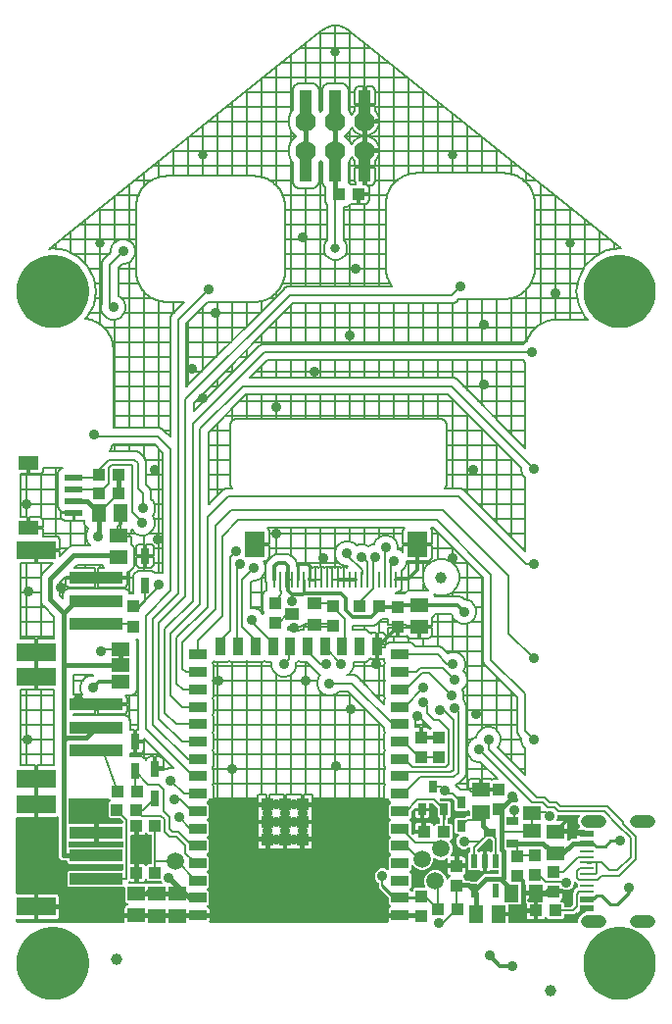
<source format=gbr>
G04 EAGLE Gerber RS-274X export*
G75*
%MOMM*%
%FSLAX34Y34*%
%LPD*%
%INBottom Copper*%
%IPPOS*%
%AMOC8*
5,1,8,0,0,1.08239X$1,22.5*%
G01*
%ADD10R,1.500000X1.240000*%
%ADD11R,1.000000X1.075000*%
%ADD12R,0.550000X1.200000*%
%ADD13R,1.150000X0.575000*%
%ADD14R,1.150000X0.275000*%
%ADD15C,1.108000*%
%ADD16R,1.075000X1.000000*%
%ADD17R,1.500000X0.900000*%
%ADD18R,1.100000X1.100000*%
%ADD19R,0.900000X1.500000*%
%ADD20C,0.908000*%
%ADD21R,1.240000X1.500000*%
%ADD22R,1.550000X0.600000*%
%ADD23R,1.800000X1.200000*%
%ADD24C,1.500000*%
%ADD25R,1.200000X1.500000*%
%ADD26R,4.600000X1.000000*%
%ADD27R,3.400000X1.600000*%
%ADD28R,0.800000X1.350000*%
%ADD29R,1.600200X1.168400*%
%ADD30R,1.016000X0.635000*%
%ADD31R,0.250000X1.400000*%
%ADD32R,1.800000X2.200000*%
%ADD33R,1.000000X2.500000*%
%ADD34R,0.203200X0.635000*%
%ADD35R,1.200000X1.000000*%
%ADD36R,1.000000X1.000000*%
%ADD37R,0.800000X1.000000*%
%ADD38R,0.635000X1.016000*%
%ADD39C,5.266000*%
%ADD40C,1.016000*%
%ADD41C,1.778000*%
%ADD42C,1.000000*%
%ADD43C,0.203200*%
%ADD44C,0.906400*%
%ADD45C,0.806400*%
%ADD46C,0.304800*%
%ADD47C,0.254000*%
%ADD48C,0.406400*%
%ADD49C,0.889000*%
%ADD50C,0.800100*%

G36*
X324404Y70112D02*
X324404Y70112D01*
X324453Y70109D01*
X324544Y70131D01*
X324637Y70145D01*
X324682Y70165D01*
X324729Y70176D01*
X324811Y70222D01*
X324897Y70261D01*
X324934Y70292D01*
X324976Y70317D01*
X325042Y70384D01*
X325114Y70445D01*
X325141Y70485D01*
X325175Y70520D01*
X325219Y70603D01*
X325271Y70681D01*
X325286Y70728D01*
X325309Y70771D01*
X325329Y70863D01*
X325357Y70952D01*
X325358Y71001D01*
X325369Y71049D01*
X325361Y71123D01*
X325364Y71236D01*
X325342Y71320D01*
X325336Y71383D01*
X325236Y71757D01*
X325236Y74560D01*
X334261Y74560D01*
X334319Y74568D01*
X334377Y74566D01*
X334459Y74588D01*
X334542Y74600D01*
X334596Y74624D01*
X334652Y74638D01*
X334725Y74681D01*
X334802Y74716D01*
X334846Y74754D01*
X334897Y74784D01*
X334954Y74845D01*
X335019Y74900D01*
X335051Y74948D01*
X335091Y74991D01*
X335130Y75066D01*
X335176Y75136D01*
X335194Y75192D01*
X335221Y75244D01*
X335232Y75312D01*
X335262Y75407D01*
X335265Y75507D01*
X335276Y75575D01*
X335276Y77607D01*
X335268Y77665D01*
X335269Y77723D01*
X335248Y77805D01*
X335236Y77888D01*
X335212Y77942D01*
X335198Y77998D01*
X335155Y78071D01*
X335120Y78148D01*
X335082Y78192D01*
X335052Y78243D01*
X334991Y78300D01*
X334936Y78365D01*
X334888Y78397D01*
X334845Y78437D01*
X334770Y78476D01*
X334700Y78522D01*
X334644Y78540D01*
X334592Y78567D01*
X334524Y78578D01*
X334429Y78608D01*
X334329Y78611D01*
X334261Y78622D01*
X325236Y78622D01*
X325236Y81425D01*
X325409Y82072D01*
X325744Y82651D01*
X326217Y83124D01*
X326753Y83433D01*
X326791Y83463D01*
X326834Y83486D01*
X326902Y83550D01*
X326976Y83609D01*
X327005Y83648D01*
X327040Y83682D01*
X327088Y83763D01*
X327143Y83839D01*
X327159Y83885D01*
X327184Y83927D01*
X327207Y84018D01*
X327239Y84106D01*
X327242Y84155D01*
X327254Y84202D01*
X327251Y84296D01*
X327257Y84390D01*
X327248Y84433D01*
X327248Y84435D01*
X327247Y84439D01*
X327245Y84487D01*
X327216Y84576D01*
X327196Y84668D01*
X327178Y84700D01*
X327176Y84710D01*
X327170Y84721D01*
X327158Y84757D01*
X327115Y84817D01*
X327060Y84918D01*
X327041Y84937D01*
X327031Y84954D01*
X326990Y84992D01*
X326963Y85030D01*
X325744Y86249D01*
X325744Y90922D01*
X325732Y91009D01*
X325729Y91096D01*
X325712Y91149D01*
X325704Y91204D01*
X325669Y91284D01*
X325642Y91367D01*
X325614Y91406D01*
X325588Y91463D01*
X325492Y91577D01*
X325447Y91640D01*
X316737Y100350D01*
X316737Y103100D01*
X316746Y103112D01*
X316806Y103176D01*
X316832Y103226D01*
X316865Y103270D01*
X316896Y103351D01*
X316936Y103429D01*
X316944Y103477D01*
X316966Y103535D01*
X316978Y103683D01*
X316991Y103761D01*
X316991Y103842D01*
X316991Y103843D01*
X316991Y103845D01*
X316971Y103985D01*
X316951Y104123D01*
X316951Y104125D01*
X316951Y104126D01*
X316892Y104255D01*
X316835Y104383D01*
X316834Y104384D01*
X316833Y104385D01*
X316740Y104495D01*
X316652Y104600D01*
X316650Y104601D01*
X316649Y104602D01*
X316636Y104610D01*
X316415Y104757D01*
X316386Y104767D01*
X316365Y104780D01*
X316321Y104798D01*
X314475Y106644D01*
X313475Y109057D01*
X313475Y111669D01*
X314475Y114082D01*
X316321Y115928D01*
X318734Y116928D01*
X321346Y116928D01*
X323759Y115928D01*
X324011Y115676D01*
X324035Y115658D01*
X324054Y115636D01*
X324148Y115573D01*
X324238Y115505D01*
X324266Y115494D01*
X324290Y115478D01*
X324398Y115444D01*
X324504Y115404D01*
X324533Y115401D01*
X324561Y115392D01*
X324674Y115390D01*
X324787Y115380D01*
X324816Y115386D01*
X324845Y115385D01*
X324955Y115414D01*
X325066Y115436D01*
X325092Y115450D01*
X325120Y115457D01*
X325218Y115515D01*
X325318Y115567D01*
X325340Y115587D01*
X325365Y115602D01*
X325442Y115685D01*
X325524Y115763D01*
X325539Y115788D01*
X325559Y115810D01*
X325611Y115910D01*
X325668Y116008D01*
X325675Y116037D01*
X325689Y116063D01*
X325702Y116140D01*
X325738Y116284D01*
X325736Y116346D01*
X325744Y116394D01*
X325744Y126933D01*
X327184Y128373D01*
X327219Y128420D01*
X327262Y128460D01*
X327305Y128533D01*
X327355Y128600D01*
X327376Y128655D01*
X327406Y128705D01*
X327426Y128787D01*
X327457Y128866D01*
X327461Y128924D01*
X327476Y128981D01*
X327473Y129065D01*
X327480Y129149D01*
X327469Y129207D01*
X327467Y129265D01*
X327441Y129345D01*
X327424Y129428D01*
X327397Y129480D01*
X327379Y129536D01*
X327339Y129592D01*
X327293Y129680D01*
X327225Y129753D01*
X327184Y129809D01*
X325744Y131249D01*
X325744Y141933D01*
X327184Y143373D01*
X327219Y143420D01*
X327262Y143460D01*
X327305Y143533D01*
X327355Y143600D01*
X327376Y143655D01*
X327406Y143705D01*
X327426Y143787D01*
X327457Y143866D01*
X327461Y143924D01*
X327476Y143981D01*
X327473Y144065D01*
X327480Y144149D01*
X327469Y144207D01*
X327467Y144265D01*
X327441Y144345D01*
X327424Y144428D01*
X327397Y144480D01*
X327379Y144536D01*
X327339Y144592D01*
X327293Y144680D01*
X327225Y144753D01*
X327184Y144809D01*
X325744Y146249D01*
X325744Y156933D01*
X327184Y158373D01*
X327219Y158420D01*
X327262Y158460D01*
X327305Y158533D01*
X327355Y158600D01*
X327376Y158655D01*
X327406Y158705D01*
X327426Y158787D01*
X327457Y158866D01*
X327461Y158924D01*
X327476Y158981D01*
X327473Y159065D01*
X327480Y159149D01*
X327469Y159207D01*
X327467Y159265D01*
X327441Y159345D01*
X327424Y159428D01*
X327397Y159480D01*
X327379Y159536D01*
X327339Y159592D01*
X327293Y159680D01*
X327225Y159753D01*
X327184Y159809D01*
X325744Y161249D01*
X325744Y171933D01*
X327184Y173373D01*
X327219Y173420D01*
X327262Y173460D01*
X327305Y173533D01*
X327355Y173600D01*
X327376Y173655D01*
X327406Y173705D01*
X327426Y173787D01*
X327457Y173866D01*
X327461Y173924D01*
X327476Y173981D01*
X327473Y174065D01*
X327480Y174149D01*
X327469Y174207D01*
X327467Y174265D01*
X327441Y174345D01*
X327424Y174428D01*
X327397Y174480D01*
X327379Y174536D01*
X327339Y174592D01*
X327293Y174680D01*
X327225Y174753D01*
X327184Y174809D01*
X325744Y176249D01*
X325744Y176530D01*
X325736Y176588D01*
X325738Y176646D01*
X325716Y176728D01*
X325704Y176812D01*
X325681Y176865D01*
X325666Y176921D01*
X325623Y176994D01*
X325588Y177071D01*
X325550Y177116D01*
X325521Y177166D01*
X325459Y177224D01*
X325405Y177288D01*
X325356Y177320D01*
X325313Y177360D01*
X325238Y177399D01*
X325168Y177446D01*
X325112Y177463D01*
X325060Y177490D01*
X324992Y177501D01*
X324897Y177531D01*
X324797Y177534D01*
X324729Y177545D01*
X259933Y177545D01*
X259875Y177537D01*
X259817Y177539D01*
X259735Y177517D01*
X259651Y177505D01*
X259598Y177482D01*
X259542Y177467D01*
X259469Y177424D01*
X259392Y177389D01*
X259347Y177351D01*
X259297Y177322D01*
X259239Y177260D01*
X259175Y177206D01*
X259143Y177157D01*
X259103Y177114D01*
X259064Y177039D01*
X259017Y176969D01*
X259000Y176913D01*
X258973Y176861D01*
X258962Y176793D01*
X258932Y176698D01*
X258929Y176598D01*
X258918Y176530D01*
X258918Y174122D01*
X251893Y174122D01*
X251835Y174114D01*
X251777Y174115D01*
X251695Y174094D01*
X251612Y174082D01*
X251558Y174058D01*
X251502Y174044D01*
X251429Y174001D01*
X251352Y173966D01*
X251308Y173928D01*
X251257Y173898D01*
X251200Y173837D01*
X251135Y173782D01*
X251103Y173734D01*
X251063Y173691D01*
X251024Y173616D01*
X250978Y173546D01*
X250960Y173490D01*
X250933Y173438D01*
X250922Y173370D01*
X250892Y173275D01*
X250889Y173175D01*
X250878Y173107D01*
X250878Y172643D01*
X250886Y172586D01*
X250885Y172529D01*
X250895Y172487D01*
X250898Y172442D01*
X250912Y172403D01*
X250918Y172362D01*
X250943Y172306D01*
X250956Y172254D01*
X250977Y172219D01*
X250993Y172174D01*
X251017Y172141D01*
X251034Y172103D01*
X251075Y172054D01*
X251102Y172009D01*
X251130Y171983D01*
X251158Y171943D01*
X251191Y171917D01*
X251218Y171886D01*
X251272Y171849D01*
X251309Y171815D01*
X251342Y171798D01*
X251381Y171767D01*
X251416Y171754D01*
X251454Y171728D01*
X251518Y171708D01*
X251562Y171685D01*
X251620Y171676D01*
X251631Y171672D01*
X251695Y171648D01*
X252942Y171400D01*
X254231Y170866D01*
X255181Y170231D01*
X255298Y170175D01*
X255414Y170115D01*
X255425Y170113D01*
X255437Y170108D01*
X255718Y170060D01*
X255733Y170062D01*
X255745Y170060D01*
X258918Y170060D01*
X258918Y166257D01*
X258745Y165610D01*
X258449Y165099D01*
X258420Y165026D01*
X258382Y164958D01*
X258367Y164895D01*
X258343Y164835D01*
X258335Y164758D01*
X258317Y164682D01*
X258320Y164617D01*
X258314Y164552D01*
X258328Y164476D01*
X258332Y164398D01*
X258351Y164346D01*
X258364Y164272D01*
X258422Y164156D01*
X258430Y164134D01*
X258431Y164132D01*
X258432Y164130D01*
X258449Y164083D01*
X258745Y163572D01*
X258918Y162925D01*
X258918Y159122D01*
X255745Y159122D01*
X255617Y159104D01*
X255487Y159089D01*
X255477Y159084D01*
X255464Y159082D01*
X255204Y158966D01*
X255193Y158956D01*
X255181Y158951D01*
X254231Y158316D01*
X253538Y158029D01*
X253512Y158014D01*
X253484Y158005D01*
X253390Y157942D01*
X253293Y157884D01*
X253273Y157863D01*
X253248Y157847D01*
X253175Y157760D01*
X253098Y157678D01*
X253084Y157652D01*
X253065Y157629D01*
X253019Y157526D01*
X252967Y157425D01*
X252962Y157396D01*
X252950Y157369D01*
X252934Y157257D01*
X252912Y157146D01*
X252915Y157117D01*
X252911Y157088D01*
X252927Y156976D01*
X252937Y156863D01*
X252947Y156836D01*
X252952Y156806D01*
X252998Y156703D01*
X253039Y156598D01*
X253057Y156574D01*
X253069Y156547D01*
X253142Y156461D01*
X253211Y156371D01*
X253234Y156353D01*
X253253Y156331D01*
X253320Y156289D01*
X253438Y156201D01*
X253497Y156179D01*
X253538Y156153D01*
X254231Y155866D01*
X255181Y155231D01*
X255299Y155174D01*
X255414Y155115D01*
X255425Y155113D01*
X255437Y155108D01*
X255718Y155060D01*
X255733Y155062D01*
X255745Y155060D01*
X258918Y155060D01*
X258918Y151257D01*
X258745Y150610D01*
X258449Y150099D01*
X258420Y150026D01*
X258382Y149959D01*
X258367Y149895D01*
X258343Y149835D01*
X258335Y149757D01*
X258317Y149682D01*
X258320Y149617D01*
X258314Y149552D01*
X258328Y149476D01*
X258332Y149398D01*
X258351Y149346D01*
X258364Y149272D01*
X258422Y149156D01*
X258449Y149083D01*
X258745Y148572D01*
X258918Y147925D01*
X258918Y144122D01*
X255745Y144122D01*
X255617Y144104D01*
X255487Y144089D01*
X255477Y144084D01*
X255464Y144082D01*
X255204Y143966D01*
X255193Y143956D01*
X255181Y143951D01*
X254231Y143316D01*
X252942Y142782D01*
X251695Y142534D01*
X251599Y142501D01*
X251502Y142475D01*
X251466Y142454D01*
X251427Y142440D01*
X251344Y142382D01*
X251257Y142330D01*
X251229Y142300D01*
X251195Y142276D01*
X251132Y142197D01*
X251063Y142123D01*
X251044Y142086D01*
X251018Y142053D01*
X250990Y141986D01*
X250960Y141975D01*
X250927Y141951D01*
X250889Y141934D01*
X250811Y141869D01*
X250729Y141810D01*
X250703Y141777D01*
X250672Y141750D01*
X250616Y141666D01*
X250553Y141587D01*
X250540Y141552D01*
X250514Y141514D01*
X250458Y141337D01*
X250434Y141273D01*
X250186Y140026D01*
X249652Y138737D01*
X249017Y137787D01*
X248960Y137669D01*
X248901Y137554D01*
X248899Y137543D01*
X248894Y137531D01*
X248846Y137250D01*
X248848Y137235D01*
X248846Y137223D01*
X248846Y134050D01*
X245043Y134050D01*
X244396Y134223D01*
X243885Y134519D01*
X243812Y134548D01*
X243744Y134586D01*
X243681Y134601D01*
X243621Y134625D01*
X243544Y134633D01*
X243468Y134651D01*
X243403Y134648D01*
X243338Y134654D01*
X243262Y134640D01*
X243184Y134636D01*
X243132Y134617D01*
X243058Y134604D01*
X242942Y134546D01*
X242869Y134519D01*
X242358Y134223D01*
X241711Y134050D01*
X237908Y134050D01*
X237908Y137223D01*
X237890Y137351D01*
X237875Y137481D01*
X237870Y137491D01*
X237868Y137504D01*
X237752Y137764D01*
X237742Y137775D01*
X237737Y137787D01*
X237102Y138737D01*
X236815Y139430D01*
X236800Y139456D01*
X236791Y139484D01*
X236728Y139578D01*
X236670Y139675D01*
X236649Y139695D01*
X236633Y139720D01*
X236546Y139793D01*
X236464Y139870D01*
X236438Y139884D01*
X236415Y139903D01*
X236312Y139949D01*
X236211Y140001D01*
X236182Y140006D01*
X236155Y140018D01*
X236043Y140034D01*
X235932Y140056D01*
X235903Y140053D01*
X235874Y140057D01*
X235762Y140041D01*
X235649Y140031D01*
X235622Y140021D01*
X235592Y140016D01*
X235489Y139970D01*
X235384Y139929D01*
X235360Y139911D01*
X235333Y139899D01*
X235247Y139826D01*
X235157Y139757D01*
X235139Y139734D01*
X235117Y139715D01*
X235075Y139648D01*
X234987Y139530D01*
X234965Y139471D01*
X234939Y139430D01*
X234652Y138737D01*
X234017Y137787D01*
X233960Y137669D01*
X233901Y137554D01*
X233899Y137543D01*
X233894Y137531D01*
X233846Y137250D01*
X233848Y137235D01*
X233846Y137223D01*
X233846Y134050D01*
X230043Y134050D01*
X229396Y134223D01*
X228885Y134519D01*
X228812Y134548D01*
X228744Y134586D01*
X228681Y134601D01*
X228621Y134625D01*
X228544Y134633D01*
X228468Y134651D01*
X228403Y134648D01*
X228338Y134654D01*
X228262Y134640D01*
X228184Y134636D01*
X228132Y134617D01*
X228058Y134604D01*
X227942Y134546D01*
X227869Y134519D01*
X227358Y134223D01*
X226711Y134050D01*
X222908Y134050D01*
X222908Y137223D01*
X222890Y137351D01*
X222875Y137481D01*
X222870Y137491D01*
X222868Y137504D01*
X222752Y137764D01*
X222742Y137775D01*
X222737Y137787D01*
X222102Y138737D01*
X221568Y140026D01*
X221320Y141273D01*
X221287Y141369D01*
X221261Y141466D01*
X221240Y141502D01*
X221226Y141541D01*
X221168Y141624D01*
X221116Y141711D01*
X221086Y141739D01*
X221062Y141773D01*
X220983Y141836D01*
X220909Y141905D01*
X220872Y141924D01*
X220839Y141950D01*
X220772Y141978D01*
X220761Y142008D01*
X220737Y142041D01*
X220720Y142079D01*
X220655Y142157D01*
X220596Y142239D01*
X220563Y142265D01*
X220536Y142296D01*
X220452Y142352D01*
X220373Y142415D01*
X220338Y142428D01*
X220300Y142454D01*
X220123Y142510D01*
X220059Y142534D01*
X218812Y142782D01*
X217523Y143316D01*
X216573Y143951D01*
X216456Y144007D01*
X216340Y144067D01*
X216329Y144069D01*
X216317Y144074D01*
X216036Y144122D01*
X216021Y144120D01*
X216009Y144122D01*
X212836Y144122D01*
X212836Y147925D01*
X213009Y148572D01*
X213305Y149083D01*
X213334Y149156D01*
X213372Y149223D01*
X213387Y149287D01*
X213411Y149347D01*
X213419Y149425D01*
X213437Y149500D01*
X213434Y149565D01*
X213440Y149630D01*
X213426Y149706D01*
X213422Y149784D01*
X213403Y149836D01*
X213390Y149910D01*
X213332Y150026D01*
X213305Y150099D01*
X213009Y150610D01*
X212836Y151257D01*
X212836Y155060D01*
X216009Y155060D01*
X216137Y155078D01*
X216267Y155093D01*
X216277Y155098D01*
X216290Y155100D01*
X216550Y155216D01*
X216561Y155226D01*
X216573Y155231D01*
X217523Y155866D01*
X218216Y156153D01*
X218242Y156168D01*
X218270Y156177D01*
X218364Y156240D01*
X218461Y156298D01*
X218481Y156319D01*
X218506Y156335D01*
X218579Y156422D01*
X218656Y156504D01*
X218670Y156530D01*
X218689Y156553D01*
X218735Y156656D01*
X218787Y156757D01*
X218792Y156786D01*
X218804Y156813D01*
X218820Y156925D01*
X218842Y157036D01*
X218839Y157065D01*
X218843Y157094D01*
X218827Y157206D01*
X218817Y157319D01*
X218807Y157346D01*
X218802Y157376D01*
X218756Y157479D01*
X218715Y157584D01*
X218697Y157608D01*
X218685Y157635D01*
X218612Y157721D01*
X218543Y157811D01*
X218520Y157829D01*
X218501Y157851D01*
X218434Y157893D01*
X218316Y157981D01*
X218257Y158003D01*
X218216Y158029D01*
X217523Y158316D01*
X216573Y158951D01*
X216456Y159007D01*
X216340Y159067D01*
X216329Y159069D01*
X216317Y159074D01*
X216036Y159122D01*
X216021Y159120D01*
X216009Y159122D01*
X212836Y159122D01*
X212836Y162925D01*
X213009Y163572D01*
X213305Y164083D01*
X213334Y164156D01*
X213372Y164224D01*
X213387Y164287D01*
X213411Y164347D01*
X213419Y164424D01*
X213437Y164500D01*
X213434Y164565D01*
X213440Y164630D01*
X213426Y164706D01*
X213422Y164784D01*
X213403Y164836D01*
X213390Y164910D01*
X213332Y165026D01*
X213305Y165099D01*
X213009Y165610D01*
X212836Y166257D01*
X212836Y170060D01*
X216009Y170060D01*
X216137Y170078D01*
X216267Y170093D01*
X216277Y170098D01*
X216290Y170100D01*
X216550Y170216D01*
X216561Y170226D01*
X216573Y170231D01*
X217523Y170866D01*
X218812Y171400D01*
X220059Y171648D01*
X220107Y171665D01*
X220142Y171670D01*
X220188Y171690D01*
X220252Y171707D01*
X220288Y171728D01*
X220327Y171742D01*
X220368Y171771D01*
X220402Y171786D01*
X220440Y171819D01*
X220497Y171852D01*
X220525Y171882D01*
X220559Y171906D01*
X220590Y171945D01*
X220619Y171970D01*
X220648Y172013D01*
X220691Y172059D01*
X220710Y172096D01*
X220736Y172129D01*
X220754Y172173D01*
X220776Y172206D01*
X220793Y172258D01*
X220821Y172312D01*
X220827Y172349D01*
X220844Y172392D01*
X220849Y172437D01*
X220862Y172477D01*
X220865Y172575D01*
X220865Y172576D01*
X220876Y172643D01*
X220876Y173107D01*
X220868Y173165D01*
X220869Y173223D01*
X220848Y173305D01*
X220836Y173388D01*
X220812Y173442D01*
X220798Y173498D01*
X220755Y173571D01*
X220720Y173648D01*
X220682Y173692D01*
X220652Y173743D01*
X220591Y173800D01*
X220536Y173865D01*
X220488Y173897D01*
X220445Y173937D01*
X220370Y173976D01*
X220300Y174022D01*
X220244Y174040D01*
X220192Y174067D01*
X220124Y174078D01*
X220029Y174108D01*
X219929Y174111D01*
X219861Y174122D01*
X212836Y174122D01*
X212836Y176530D01*
X212828Y176588D01*
X212830Y176646D01*
X212808Y176728D01*
X212796Y176812D01*
X212773Y176865D01*
X212758Y176921D01*
X212715Y176994D01*
X212680Y177071D01*
X212642Y177116D01*
X212613Y177166D01*
X212551Y177224D01*
X212497Y177288D01*
X212448Y177320D01*
X212405Y177360D01*
X212330Y177399D01*
X212260Y177446D01*
X212204Y177463D01*
X212152Y177490D01*
X212084Y177501D01*
X211989Y177531D01*
X211889Y177534D01*
X211821Y177545D01*
X170825Y177545D01*
X170767Y177537D01*
X170709Y177539D01*
X170627Y177517D01*
X170543Y177505D01*
X170490Y177482D01*
X170434Y177467D01*
X170361Y177424D01*
X170284Y177389D01*
X170239Y177351D01*
X170189Y177322D01*
X170131Y177260D01*
X170067Y177206D01*
X170035Y177157D01*
X169995Y177114D01*
X169956Y177039D01*
X169909Y176969D01*
X169892Y176913D01*
X169865Y176861D01*
X169854Y176793D01*
X169824Y176698D01*
X169821Y176598D01*
X169810Y176530D01*
X169810Y176249D01*
X168370Y174809D01*
X168335Y174762D01*
X168292Y174722D01*
X168249Y174649D01*
X168199Y174582D01*
X168178Y174527D01*
X168148Y174477D01*
X168128Y174395D01*
X168097Y174316D01*
X168093Y174258D01*
X168078Y174201D01*
X168081Y174117D01*
X168074Y174033D01*
X168085Y173975D01*
X168087Y173917D01*
X168113Y173837D01*
X168130Y173754D01*
X168157Y173702D01*
X168175Y173646D01*
X168215Y173590D01*
X168261Y173502D01*
X168329Y173429D01*
X168370Y173373D01*
X169810Y171933D01*
X169810Y161249D01*
X168370Y159809D01*
X168335Y159762D01*
X168292Y159722D01*
X168249Y159649D01*
X168199Y159582D01*
X168178Y159527D01*
X168148Y159477D01*
X168128Y159395D01*
X168097Y159316D01*
X168093Y159258D01*
X168078Y159201D01*
X168081Y159117D01*
X168074Y159033D01*
X168085Y158975D01*
X168087Y158917D01*
X168113Y158837D01*
X168130Y158754D01*
X168157Y158702D01*
X168175Y158646D01*
X168215Y158590D01*
X168261Y158502D01*
X168329Y158429D01*
X168370Y158373D01*
X169810Y156933D01*
X169810Y146249D01*
X168370Y144809D01*
X168335Y144762D01*
X168292Y144722D01*
X168249Y144649D01*
X168199Y144582D01*
X168178Y144527D01*
X168148Y144477D01*
X168128Y144395D01*
X168097Y144316D01*
X168093Y144258D01*
X168078Y144201D01*
X168081Y144117D01*
X168074Y144033D01*
X168085Y143975D01*
X168087Y143917D01*
X168113Y143837D01*
X168130Y143754D01*
X168157Y143702D01*
X168175Y143646D01*
X168215Y143590D01*
X168261Y143502D01*
X168329Y143429D01*
X168370Y143373D01*
X169810Y141933D01*
X169810Y131249D01*
X168370Y129809D01*
X168335Y129762D01*
X168292Y129722D01*
X168249Y129649D01*
X168199Y129582D01*
X168178Y129527D01*
X168148Y129477D01*
X168128Y129395D01*
X168097Y129316D01*
X168093Y129258D01*
X168078Y129201D01*
X168081Y129117D01*
X168074Y129033D01*
X168085Y128975D01*
X168087Y128917D01*
X168113Y128837D01*
X168130Y128754D01*
X168157Y128702D01*
X168175Y128646D01*
X168215Y128590D01*
X168261Y128502D01*
X168329Y128429D01*
X168370Y128373D01*
X169810Y126933D01*
X169810Y116249D01*
X168370Y114809D01*
X168335Y114762D01*
X168292Y114722D01*
X168249Y114649D01*
X168199Y114582D01*
X168178Y114527D01*
X168148Y114477D01*
X168128Y114395D01*
X168097Y114316D01*
X168093Y114258D01*
X168078Y114201D01*
X168081Y114117D01*
X168074Y114033D01*
X168085Y113975D01*
X168087Y113917D01*
X168113Y113837D01*
X168130Y113754D01*
X168157Y113702D01*
X168175Y113646D01*
X168215Y113590D01*
X168261Y113502D01*
X168329Y113429D01*
X168370Y113373D01*
X169810Y111933D01*
X169810Y101249D01*
X168370Y99809D01*
X168335Y99762D01*
X168292Y99722D01*
X168249Y99649D01*
X168199Y99582D01*
X168178Y99527D01*
X168148Y99477D01*
X168128Y99395D01*
X168097Y99316D01*
X168093Y99258D01*
X168078Y99201D01*
X168081Y99117D01*
X168074Y99033D01*
X168085Y98975D01*
X168087Y98917D01*
X168113Y98837D01*
X168130Y98754D01*
X168157Y98702D01*
X168175Y98646D01*
X168215Y98590D01*
X168261Y98502D01*
X168329Y98429D01*
X168370Y98373D01*
X169810Y96933D01*
X169810Y86249D01*
X168591Y85030D01*
X168575Y85009D01*
X168557Y84994D01*
X168545Y84976D01*
X168526Y84959D01*
X168477Y84878D01*
X168420Y84803D01*
X168407Y84769D01*
X168399Y84757D01*
X168396Y84746D01*
X168377Y84716D01*
X168353Y84626D01*
X168319Y84538D01*
X168315Y84492D01*
X168313Y84486D01*
X168313Y84483D01*
X168302Y84442D01*
X168303Y84348D01*
X168295Y84254D01*
X168305Y84207D01*
X168306Y84158D01*
X168333Y84068D01*
X168351Y83976D01*
X168374Y83932D01*
X168388Y83886D01*
X168439Y83807D01*
X168482Y83723D01*
X168516Y83688D01*
X168542Y83647D01*
X168600Y83600D01*
X168678Y83517D01*
X168753Y83473D01*
X168801Y83433D01*
X169337Y83124D01*
X169810Y82651D01*
X170145Y82072D01*
X170318Y81425D01*
X170318Y78622D01*
X161293Y78622D01*
X161235Y78614D01*
X161177Y78615D01*
X161095Y78594D01*
X161012Y78582D01*
X160958Y78558D01*
X160902Y78544D01*
X160829Y78501D01*
X160752Y78466D01*
X160708Y78428D01*
X160657Y78398D01*
X160600Y78337D01*
X160535Y78282D01*
X160503Y78234D01*
X160463Y78191D01*
X160424Y78116D01*
X160378Y78046D01*
X160360Y77990D01*
X160333Y77938D01*
X160322Y77870D01*
X160292Y77775D01*
X160289Y77675D01*
X160278Y77607D01*
X160278Y75575D01*
X160286Y75517D01*
X160285Y75459D01*
X160306Y75377D01*
X160318Y75294D01*
X160342Y75240D01*
X160356Y75184D01*
X160399Y75111D01*
X160434Y75034D01*
X160472Y74989D01*
X160502Y74939D01*
X160563Y74881D01*
X160618Y74817D01*
X160666Y74785D01*
X160709Y74745D01*
X160784Y74706D01*
X160854Y74660D01*
X160910Y74642D01*
X160962Y74615D01*
X161030Y74604D01*
X161125Y74574D01*
X161225Y74571D01*
X161293Y74560D01*
X170318Y74560D01*
X170318Y71757D01*
X170218Y71383D01*
X170212Y71334D01*
X170197Y71288D01*
X170195Y71194D01*
X170183Y71101D01*
X170191Y71052D01*
X170190Y71004D01*
X170213Y70913D01*
X170228Y70820D01*
X170249Y70776D01*
X170261Y70729D01*
X170309Y70648D01*
X170350Y70563D01*
X170382Y70526D01*
X170407Y70484D01*
X170475Y70420D01*
X170537Y70349D01*
X170578Y70323D01*
X170614Y70290D01*
X170698Y70247D01*
X170777Y70196D01*
X170824Y70182D01*
X170867Y70160D01*
X170940Y70148D01*
X171050Y70116D01*
X171136Y70115D01*
X171198Y70105D01*
X324356Y70105D01*
X324404Y70112D01*
G37*
G36*
X96317Y70113D02*
X96317Y70113D01*
X96375Y70111D01*
X96457Y70133D01*
X96541Y70145D01*
X96594Y70169D01*
X96650Y70183D01*
X96723Y70226D01*
X96800Y70261D01*
X96845Y70299D01*
X96895Y70329D01*
X96953Y70390D01*
X97017Y70445D01*
X97049Y70493D01*
X97089Y70536D01*
X97128Y70611D01*
X97175Y70681D01*
X97192Y70737D01*
X97219Y70789D01*
X97230Y70857D01*
X97260Y70952D01*
X97263Y71052D01*
X97274Y71120D01*
X97274Y74321D01*
X106299Y74321D01*
X106357Y74329D01*
X106415Y74327D01*
X106497Y74349D01*
X106580Y74361D01*
X106634Y74385D01*
X106690Y74399D01*
X106763Y74442D01*
X106840Y74477D01*
X106884Y74515D01*
X106935Y74545D01*
X106992Y74606D01*
X107057Y74661D01*
X107089Y74709D01*
X107129Y74752D01*
X107168Y74827D01*
X107214Y74897D01*
X107232Y74953D01*
X107259Y75005D01*
X107270Y75073D01*
X107300Y75168D01*
X107303Y75268D01*
X107314Y75336D01*
X107314Y77368D01*
X107306Y77426D01*
X107307Y77484D01*
X107286Y77566D01*
X107274Y77649D01*
X107250Y77703D01*
X107236Y77759D01*
X107193Y77832D01*
X107158Y77909D01*
X107120Y77953D01*
X107090Y78004D01*
X107029Y78061D01*
X106974Y78126D01*
X106926Y78158D01*
X106883Y78198D01*
X106808Y78237D01*
X106738Y78283D01*
X106682Y78301D01*
X106630Y78328D01*
X106562Y78339D01*
X106467Y78369D01*
X106367Y78372D01*
X106299Y78383D01*
X97274Y78383D01*
X97274Y82886D01*
X97447Y83533D01*
X97782Y84112D01*
X98255Y84585D01*
X98834Y84920D01*
X99595Y85123D01*
X99604Y85127D01*
X99614Y85129D01*
X99735Y85183D01*
X99856Y85235D01*
X99864Y85241D01*
X99873Y85245D01*
X99974Y85330D01*
X100077Y85414D01*
X100083Y85422D01*
X100090Y85429D01*
X100163Y85539D01*
X100239Y85648D01*
X100242Y85657D01*
X100248Y85665D01*
X100288Y85792D01*
X100330Y85917D01*
X100330Y85927D01*
X100333Y85936D01*
X100337Y86069D01*
X100343Y86201D01*
X100340Y86211D01*
X100341Y86220D01*
X100307Y86348D01*
X100276Y86477D01*
X100271Y86486D01*
X100269Y86495D01*
X100201Y86609D01*
X100136Y86725D01*
X100129Y86731D01*
X100124Y86740D01*
X100027Y86830D01*
X99932Y86923D01*
X99923Y86928D01*
X99916Y86934D01*
X99799Y86994D01*
X99681Y87057D01*
X99672Y87059D01*
X99663Y87064D01*
X99608Y87073D01*
X99403Y87117D01*
X99368Y87113D01*
X99332Y87119D01*
X98973Y87119D01*
X97782Y88310D01*
X97782Y99982D01*
X97774Y100040D01*
X97776Y100098D01*
X97754Y100180D01*
X97742Y100264D01*
X97719Y100317D01*
X97704Y100373D01*
X97661Y100446D01*
X97626Y100523D01*
X97588Y100568D01*
X97559Y100618D01*
X97497Y100676D01*
X97443Y100740D01*
X97394Y100772D01*
X97351Y100812D01*
X97276Y100851D01*
X97206Y100898D01*
X97150Y100915D01*
X97098Y100942D01*
X97030Y100953D01*
X96935Y100983D01*
X96835Y100986D01*
X96767Y100997D01*
X48878Y100997D01*
X47687Y102188D01*
X47687Y113872D01*
X48878Y115063D01*
X94996Y115063D01*
X95054Y115071D01*
X95112Y115069D01*
X95194Y115091D01*
X95278Y115103D01*
X95331Y115126D01*
X95387Y115141D01*
X95460Y115184D01*
X95537Y115219D01*
X95582Y115257D01*
X95632Y115286D01*
X95690Y115348D01*
X95754Y115402D01*
X95786Y115451D01*
X95826Y115494D01*
X95865Y115569D01*
X95912Y115639D01*
X95929Y115695D01*
X95956Y115747D01*
X95967Y115815D01*
X95997Y115910D01*
X96000Y116010D01*
X96011Y116078D01*
X96011Y119982D01*
X96003Y120040D01*
X96005Y120098D01*
X95983Y120180D01*
X95971Y120264D01*
X95948Y120317D01*
X95933Y120373D01*
X95890Y120446D01*
X95855Y120523D01*
X95817Y120568D01*
X95788Y120618D01*
X95726Y120676D01*
X95672Y120740D01*
X95623Y120772D01*
X95580Y120812D01*
X95505Y120851D01*
X95435Y120898D01*
X95379Y120915D01*
X95327Y120942D01*
X95259Y120953D01*
X95164Y120983D01*
X95064Y120986D01*
X94996Y120997D01*
X48878Y120997D01*
X47687Y122188D01*
X47687Y122950D01*
X47680Y123000D01*
X47681Y123014D01*
X47679Y123019D01*
X47681Y123066D01*
X47659Y123148D01*
X47647Y123232D01*
X47624Y123285D01*
X47609Y123341D01*
X47566Y123414D01*
X47531Y123491D01*
X47493Y123536D01*
X47464Y123586D01*
X47402Y123644D01*
X47348Y123708D01*
X47299Y123740D01*
X47256Y123780D01*
X47181Y123819D01*
X47111Y123866D01*
X47055Y123883D01*
X47003Y123910D01*
X46935Y123921D01*
X46840Y123951D01*
X46740Y123954D01*
X46672Y123965D01*
X42766Y123965D01*
X40385Y126346D01*
X40385Y160877D01*
X40380Y160915D01*
X40382Y160954D01*
X40360Y161056D01*
X40345Y161158D01*
X40330Y161194D01*
X40321Y161232D01*
X40271Y161323D01*
X40229Y161417D01*
X40204Y161447D01*
X40185Y161482D01*
X40112Y161555D01*
X40046Y161634D01*
X40013Y161656D01*
X39986Y161684D01*
X39895Y161735D01*
X39809Y161792D01*
X39772Y161804D01*
X39738Y161823D01*
X39637Y161847D01*
X39538Y161878D01*
X39499Y161879D01*
X39461Y161888D01*
X39357Y161882D01*
X39254Y161885D01*
X39216Y161875D01*
X39177Y161873D01*
X39104Y161846D01*
X38979Y161813D01*
X38915Y161775D01*
X38862Y161756D01*
X38701Y161662D01*
X38054Y161489D01*
X22751Y161489D01*
X22751Y171014D01*
X22743Y171072D01*
X22744Y171130D01*
X22723Y171212D01*
X22711Y171295D01*
X22687Y171349D01*
X22673Y171405D01*
X22630Y171478D01*
X22595Y171555D01*
X22557Y171599D01*
X22527Y171650D01*
X22466Y171707D01*
X22411Y171772D01*
X22363Y171804D01*
X22320Y171844D01*
X22245Y171883D01*
X22175Y171929D01*
X22119Y171947D01*
X22067Y171974D01*
X21999Y171985D01*
X21904Y172015D01*
X21804Y172018D01*
X21736Y172029D01*
X19704Y172029D01*
X19646Y172021D01*
X19588Y172022D01*
X19506Y172001D01*
X19423Y171989D01*
X19369Y171965D01*
X19313Y171951D01*
X19240Y171908D01*
X19163Y171873D01*
X19118Y171835D01*
X19068Y171805D01*
X19010Y171744D01*
X18946Y171689D01*
X18914Y171641D01*
X18874Y171598D01*
X18835Y171523D01*
X18789Y171453D01*
X18771Y171397D01*
X18744Y171345D01*
X18733Y171277D01*
X18703Y171182D01*
X18700Y171082D01*
X18689Y171014D01*
X18689Y161489D01*
X4318Y161489D01*
X4260Y161481D01*
X4202Y161483D01*
X4120Y161461D01*
X4036Y161449D01*
X3983Y161426D01*
X3927Y161411D01*
X3854Y161368D01*
X3777Y161333D01*
X3732Y161295D01*
X3682Y161266D01*
X3624Y161204D01*
X3560Y161150D01*
X3528Y161101D01*
X3488Y161058D01*
X3449Y160983D01*
X3402Y160913D01*
X3385Y160857D01*
X3358Y160805D01*
X3347Y160737D01*
X3317Y160642D01*
X3314Y160542D01*
X3303Y160474D01*
X3303Y95586D01*
X3311Y95528D01*
X3309Y95470D01*
X3331Y95388D01*
X3343Y95304D01*
X3366Y95251D01*
X3381Y95195D01*
X3424Y95122D01*
X3459Y95045D01*
X3497Y95000D01*
X3526Y94950D01*
X3588Y94892D01*
X3642Y94828D01*
X3691Y94796D01*
X3734Y94756D01*
X3809Y94717D01*
X3879Y94670D01*
X3935Y94653D01*
X3987Y94626D01*
X4055Y94615D01*
X4150Y94585D01*
X4250Y94582D01*
X4318Y94571D01*
X18689Y94571D01*
X18689Y85046D01*
X18697Y84988D01*
X18695Y84930D01*
X18717Y84848D01*
X18729Y84765D01*
X18753Y84711D01*
X18767Y84655D01*
X18810Y84582D01*
X18845Y84505D01*
X18883Y84461D01*
X18913Y84410D01*
X18974Y84353D01*
X19029Y84288D01*
X19077Y84256D01*
X19120Y84216D01*
X19195Y84177D01*
X19265Y84131D01*
X19321Y84113D01*
X19373Y84086D01*
X19441Y84075D01*
X19536Y84045D01*
X19636Y84042D01*
X19704Y84031D01*
X20721Y84031D01*
X20721Y84029D01*
X19704Y84029D01*
X19646Y84021D01*
X19588Y84022D01*
X19506Y84001D01*
X19423Y83989D01*
X19369Y83965D01*
X19313Y83951D01*
X19240Y83908D01*
X19163Y83873D01*
X19118Y83835D01*
X19068Y83805D01*
X19010Y83744D01*
X18946Y83689D01*
X18914Y83641D01*
X18874Y83598D01*
X18835Y83523D01*
X18789Y83453D01*
X18771Y83397D01*
X18744Y83345D01*
X18733Y83277D01*
X18703Y83182D01*
X18700Y83082D01*
X18689Y83014D01*
X18689Y73489D01*
X4318Y73489D01*
X4260Y73481D01*
X4202Y73483D01*
X4120Y73461D01*
X4036Y73449D01*
X3983Y73426D01*
X3927Y73411D01*
X3854Y73368D01*
X3777Y73333D01*
X3732Y73295D01*
X3682Y73266D01*
X3624Y73204D01*
X3560Y73150D01*
X3528Y73101D01*
X3488Y73058D01*
X3449Y72983D01*
X3402Y72913D01*
X3385Y72857D01*
X3358Y72805D01*
X3347Y72737D01*
X3317Y72642D01*
X3314Y72542D01*
X3303Y72474D01*
X3303Y71120D01*
X3311Y71062D01*
X3309Y71004D01*
X3331Y70922D01*
X3343Y70839D01*
X3366Y70785D01*
X3381Y70729D01*
X3424Y70656D01*
X3459Y70579D01*
X3497Y70534D01*
X3526Y70484D01*
X3588Y70426D01*
X3642Y70362D01*
X3691Y70330D01*
X3734Y70290D01*
X3809Y70251D01*
X3879Y70205D01*
X3935Y70187D01*
X3987Y70160D01*
X4055Y70149D01*
X4150Y70119D01*
X4250Y70116D01*
X4318Y70105D01*
X96259Y70105D01*
X96317Y70113D01*
G37*
G36*
X345607Y96651D02*
X345607Y96651D01*
X345636Y96650D01*
X345746Y96679D01*
X345857Y96701D01*
X345883Y96714D01*
X345911Y96722D01*
X346009Y96779D01*
X346109Y96832D01*
X346131Y96852D01*
X346156Y96867D01*
X346233Y96949D01*
X346315Y97028D01*
X346330Y97053D01*
X346350Y97074D01*
X346402Y97175D01*
X346459Y97273D01*
X346466Y97301D01*
X346480Y97327D01*
X346493Y97405D01*
X346529Y97548D01*
X346527Y97611D01*
X346535Y97658D01*
X346535Y99172D01*
X347726Y100363D01*
X356223Y100363D01*
X356337Y100379D01*
X356452Y100389D01*
X356477Y100399D01*
X356505Y100403D01*
X356610Y100450D01*
X356717Y100491D01*
X356739Y100507D01*
X356764Y100519D01*
X356852Y100593D01*
X356944Y100662D01*
X356960Y100685D01*
X356981Y100702D01*
X357045Y100798D01*
X357114Y100890D01*
X357124Y100916D01*
X357139Y100939D01*
X357174Y101049D01*
X357214Y101156D01*
X357216Y101184D01*
X357225Y101210D01*
X357228Y101325D01*
X357237Y101439D01*
X357231Y101464D01*
X357232Y101494D01*
X357165Y101751D01*
X357161Y101767D01*
X356227Y104022D01*
X356227Y107814D01*
X357679Y111318D01*
X360360Y113999D01*
X363864Y115451D01*
X367656Y115451D01*
X371160Y113999D01*
X373841Y111318D01*
X375189Y108064D01*
X375233Y107990D01*
X375268Y107912D01*
X375305Y107869D01*
X375334Y107820D01*
X375396Y107761D01*
X375452Y107695D01*
X375499Y107664D01*
X375540Y107624D01*
X375617Y107585D01*
X375688Y107537D01*
X375742Y107520D01*
X375793Y107494D01*
X375877Y107478D01*
X375959Y107452D01*
X376016Y107450D01*
X376072Y107439D01*
X376157Y107447D01*
X376243Y107444D01*
X376298Y107459D01*
X376355Y107464D01*
X376435Y107495D01*
X376518Y107516D01*
X376567Y107545D01*
X376620Y107566D01*
X376689Y107618D01*
X376763Y107661D01*
X376802Y107703D01*
X376847Y107737D01*
X376898Y107806D01*
X376957Y107869D01*
X376983Y107919D01*
X377017Y107965D01*
X377048Y108045D01*
X377087Y108122D01*
X377095Y108171D01*
X377118Y108231D01*
X377129Y108376D01*
X377142Y108453D01*
X377142Y108461D01*
X378519Y109838D01*
X378549Y109877D01*
X378585Y109910D01*
X378634Y109990D01*
X378690Y110065D01*
X378708Y110111D01*
X378733Y110152D01*
X378758Y110243D01*
X378791Y110331D01*
X378796Y110380D01*
X378808Y110427D01*
X378807Y110521D01*
X378815Y110614D01*
X378805Y110662D01*
X378805Y110711D01*
X378778Y110801D01*
X378759Y110893D01*
X378737Y110936D01*
X378723Y110983D01*
X378672Y111062D01*
X378628Y111145D01*
X378595Y111181D01*
X378568Y111222D01*
X378511Y111269D01*
X378432Y111351D01*
X378357Y111395D01*
X378309Y111435D01*
X377615Y111836D01*
X377142Y112309D01*
X376807Y112888D01*
X376634Y113535D01*
X376634Y117213D01*
X383159Y117213D01*
X383217Y117221D01*
X383275Y117219D01*
X383357Y117241D01*
X383440Y117253D01*
X383494Y117277D01*
X383550Y117291D01*
X383623Y117334D01*
X383700Y117369D01*
X383744Y117407D01*
X383795Y117437D01*
X383852Y117498D01*
X383917Y117553D01*
X383949Y117601D01*
X383989Y117644D01*
X384028Y117719D01*
X384074Y117789D01*
X384092Y117845D01*
X384119Y117897D01*
X384130Y117965D01*
X384160Y118060D01*
X384163Y118160D01*
X384174Y118228D01*
X384174Y119245D01*
X384176Y119245D01*
X384176Y118228D01*
X384184Y118170D01*
X384183Y118112D01*
X384204Y118030D01*
X384216Y117947D01*
X384240Y117893D01*
X384254Y117837D01*
X384297Y117764D01*
X384332Y117687D01*
X384370Y117642D01*
X384400Y117592D01*
X384461Y117534D01*
X384516Y117470D01*
X384564Y117438D01*
X384607Y117398D01*
X384682Y117359D01*
X384752Y117313D01*
X384808Y117295D01*
X384860Y117268D01*
X384928Y117257D01*
X385023Y117227D01*
X385123Y117224D01*
X385191Y117213D01*
X391716Y117213D01*
X391716Y113535D01*
X391543Y112888D01*
X391208Y112309D01*
X390735Y111836D01*
X390041Y111435D01*
X390003Y111405D01*
X389959Y111383D01*
X389891Y111318D01*
X389817Y111260D01*
X389788Y111220D01*
X389753Y111187D01*
X389706Y111106D01*
X389651Y111030D01*
X389634Y110983D01*
X389609Y110942D01*
X389586Y110851D01*
X389554Y110762D01*
X389551Y110713D01*
X389539Y110666D01*
X389542Y110572D01*
X389536Y110478D01*
X389547Y110431D01*
X389548Y110382D01*
X389577Y110292D01*
X389597Y110201D01*
X389621Y110158D01*
X389636Y110111D01*
X389679Y110051D01*
X389733Y109951D01*
X389794Y109889D01*
X389831Y109838D01*
X391208Y108461D01*
X391208Y107644D01*
X391215Y107590D01*
X391214Y107553D01*
X391215Y107550D01*
X391214Y107528D01*
X391236Y107446D01*
X391248Y107362D01*
X391271Y107309D01*
X391286Y107253D01*
X391329Y107180D01*
X391364Y107103D01*
X391402Y107058D01*
X391431Y107008D01*
X391493Y106950D01*
X391547Y106886D01*
X391596Y106854D01*
X391639Y106814D01*
X391714Y106775D01*
X391784Y106728D01*
X391840Y106711D01*
X391892Y106684D01*
X391960Y106673D01*
X392055Y106643D01*
X392155Y106640D01*
X392223Y106629D01*
X395638Y106629D01*
X396452Y105814D01*
X396522Y105762D01*
X396586Y105702D01*
X396635Y105676D01*
X396680Y105643D01*
X396761Y105612D01*
X396839Y105572D01*
X396887Y105564D01*
X396945Y105542D01*
X397093Y105530D01*
X397170Y105517D01*
X400898Y105517D01*
X400984Y105529D01*
X401072Y105532D01*
X401124Y105549D01*
X401179Y105557D01*
X401259Y105592D01*
X401342Y105619D01*
X401382Y105647D01*
X401439Y105673D01*
X401552Y105769D01*
X401616Y105814D01*
X407816Y112015D01*
X419768Y112015D01*
X419826Y112023D01*
X419884Y112021D01*
X419966Y112043D01*
X420050Y112055D01*
X420103Y112078D01*
X420159Y112093D01*
X420232Y112136D01*
X420309Y112171D01*
X420354Y112209D01*
X420404Y112238D01*
X420462Y112300D01*
X420526Y112354D01*
X420558Y112403D01*
X420598Y112446D01*
X420637Y112521D01*
X420684Y112591D01*
X420701Y112647D01*
X420728Y112699D01*
X420739Y112767D01*
X420769Y112862D01*
X420772Y112962D01*
X420783Y113030D01*
X420783Y114438D01*
X420775Y114496D01*
X420777Y114554D01*
X420755Y114636D01*
X420743Y114720D01*
X420720Y114773D01*
X420705Y114829D01*
X420662Y114902D01*
X420627Y114979D01*
X420589Y115024D01*
X420560Y115074D01*
X420498Y115132D01*
X420444Y115196D01*
X420395Y115228D01*
X420352Y115268D01*
X420277Y115307D01*
X420207Y115354D01*
X420151Y115371D01*
X420099Y115398D01*
X420031Y115409D01*
X419936Y115439D01*
X419836Y115442D01*
X419768Y115453D01*
X414442Y115453D01*
X414361Y115534D01*
X414314Y115569D01*
X414274Y115612D01*
X414201Y115654D01*
X414134Y115705D01*
X414079Y115726D01*
X414029Y115756D01*
X413947Y115776D01*
X413868Y115806D01*
X413810Y115811D01*
X413753Y115826D01*
X413669Y115823D01*
X413585Y115830D01*
X413528Y115818D01*
X413469Y115817D01*
X413389Y115791D01*
X413306Y115774D01*
X413254Y115747D01*
X413199Y115729D01*
X413142Y115689D01*
X413054Y115643D01*
X412982Y115574D01*
X412925Y115534D01*
X412844Y115453D01*
X412265Y115118D01*
X411618Y114945D01*
X409908Y114945D01*
X409908Y123127D01*
X409900Y123185D01*
X409902Y123243D01*
X409880Y123325D01*
X409868Y123408D01*
X409845Y123462D01*
X409838Y123486D01*
X409853Y123514D01*
X409864Y123582D01*
X409894Y123677D01*
X409897Y123777D01*
X409908Y123845D01*
X409908Y132027D01*
X411618Y132027D01*
X412265Y131854D01*
X412844Y131519D01*
X412925Y131438D01*
X412972Y131403D01*
X413012Y131360D01*
X413085Y131318D01*
X413152Y131267D01*
X413207Y131246D01*
X413258Y131217D01*
X413339Y131196D01*
X413418Y131166D01*
X413476Y131161D01*
X413533Y131146D01*
X413617Y131149D01*
X413701Y131142D01*
X413759Y131154D01*
X413817Y131155D01*
X413897Y131181D01*
X413980Y131198D01*
X414032Y131225D01*
X414088Y131243D01*
X414144Y131283D01*
X414232Y131329D01*
X414305Y131398D01*
X414361Y131438D01*
X414688Y131765D01*
X414740Y131834D01*
X414800Y131898D01*
X414826Y131948D01*
X414859Y131992D01*
X414890Y132073D01*
X414930Y132151D01*
X414938Y132199D01*
X414960Y132257D01*
X414972Y132405D01*
X414985Y132482D01*
X414985Y140739D01*
X414973Y140825D01*
X414970Y140913D01*
X414953Y140965D01*
X414945Y141020D01*
X414910Y141100D01*
X414883Y141183D01*
X414855Y141222D01*
X414829Y141280D01*
X414733Y141393D01*
X414688Y141457D01*
X413585Y142560D01*
X413515Y142612D01*
X413451Y142672D01*
X413402Y142698D01*
X413357Y142731D01*
X413276Y142762D01*
X413198Y142802D01*
X413150Y142810D01*
X413092Y142832D01*
X412944Y142844D01*
X412867Y142857D01*
X411915Y142857D01*
X411829Y142845D01*
X411741Y142842D01*
X411689Y142825D01*
X411634Y142817D01*
X411554Y142782D01*
X411471Y142755D01*
X411432Y142727D01*
X411374Y142701D01*
X411261Y142605D01*
X411197Y142560D01*
X402380Y133743D01*
X402371Y133730D01*
X402366Y133726D01*
X402352Y133705D01*
X402328Y133673D01*
X402268Y133609D01*
X402242Y133559D01*
X402209Y133515D01*
X402178Y133434D01*
X402138Y133356D01*
X402130Y133308D01*
X402108Y133250D01*
X402096Y133102D01*
X402083Y133025D01*
X402083Y132483D01*
X402095Y132396D01*
X402098Y132309D01*
X402115Y132256D01*
X402123Y132201D01*
X402158Y132121D01*
X402185Y132038D01*
X402213Y131999D01*
X402239Y131942D01*
X402335Y131829D01*
X402380Y131765D01*
X402707Y131438D01*
X402754Y131403D01*
X402794Y131360D01*
X402867Y131318D01*
X402934Y131267D01*
X402989Y131246D01*
X403039Y131216D01*
X403121Y131196D01*
X403200Y131166D01*
X403258Y131161D01*
X403315Y131146D01*
X403399Y131149D01*
X403483Y131142D01*
X403540Y131154D01*
X403599Y131155D01*
X403679Y131181D01*
X403762Y131198D01*
X403814Y131225D01*
X403869Y131243D01*
X403926Y131283D01*
X404014Y131329D01*
X404086Y131398D01*
X404143Y131438D01*
X404224Y131519D01*
X404803Y131854D01*
X405450Y132027D01*
X407160Y132027D01*
X407160Y123845D01*
X407166Y123798D01*
X407166Y123797D01*
X407167Y123795D01*
X407168Y123787D01*
X407166Y123729D01*
X407188Y123647D01*
X407200Y123564D01*
X407223Y123510D01*
X407230Y123486D01*
X407215Y123458D01*
X407204Y123390D01*
X407174Y123295D01*
X407171Y123195D01*
X407160Y123127D01*
X407160Y114945D01*
X405450Y114945D01*
X404803Y115118D01*
X404224Y115453D01*
X404143Y115534D01*
X404096Y115569D01*
X404056Y115612D01*
X403983Y115654D01*
X403916Y115705D01*
X403861Y115726D01*
X403810Y115756D01*
X403729Y115776D01*
X403650Y115806D01*
X403592Y115811D01*
X403535Y115826D01*
X403451Y115823D01*
X403367Y115830D01*
X403309Y115818D01*
X403251Y115817D01*
X403171Y115791D01*
X403088Y115774D01*
X403036Y115747D01*
X402980Y115729D01*
X402924Y115689D01*
X402836Y115643D01*
X402763Y115574D01*
X402707Y115534D01*
X402626Y115453D01*
X395442Y115453D01*
X394251Y116644D01*
X394251Y130328D01*
X395688Y131765D01*
X395740Y131834D01*
X395800Y131898D01*
X395826Y131948D01*
X395859Y131992D01*
X395890Y132074D01*
X395930Y132151D01*
X395938Y132199D01*
X395960Y132257D01*
X395972Y132405D01*
X395985Y132483D01*
X395985Y134060D01*
X395981Y134089D01*
X395984Y134119D01*
X395961Y134230D01*
X395945Y134342D01*
X395933Y134369D01*
X395928Y134397D01*
X395875Y134498D01*
X395829Y134601D01*
X395810Y134624D01*
X395797Y134650D01*
X395719Y134732D01*
X395646Y134818D01*
X395621Y134834D01*
X395601Y134856D01*
X395503Y134913D01*
X395409Y134976D01*
X395381Y134985D01*
X395356Y135000D01*
X395246Y135027D01*
X395138Y135062D01*
X395109Y135062D01*
X395080Y135070D01*
X394967Y135066D01*
X394854Y135069D01*
X394825Y135061D01*
X394796Y135061D01*
X394688Y135026D01*
X394579Y134997D01*
X394553Y134982D01*
X394525Y134973D01*
X394461Y134927D01*
X394334Y134852D01*
X394291Y134806D01*
X394252Y134778D01*
X394244Y134770D01*
X391831Y133770D01*
X389219Y133770D01*
X386806Y134770D01*
X384960Y136616D01*
X383960Y139029D01*
X383960Y141641D01*
X384960Y144054D01*
X385970Y145064D01*
X385988Y145088D01*
X386010Y145107D01*
X386073Y145201D01*
X386141Y145291D01*
X386152Y145319D01*
X386168Y145343D01*
X386202Y145451D01*
X386242Y145557D01*
X386245Y145586D01*
X386254Y145614D01*
X386256Y145728D01*
X386266Y145840D01*
X386260Y145869D01*
X386261Y145898D01*
X386232Y146008D01*
X386210Y146119D01*
X386196Y146145D01*
X386189Y146173D01*
X386131Y146271D01*
X386079Y146371D01*
X386059Y146393D01*
X386044Y146418D01*
X385961Y146495D01*
X385883Y146577D01*
X385858Y146592D01*
X385836Y146612D01*
X385735Y146664D01*
X385638Y146721D01*
X385609Y146728D01*
X385583Y146742D01*
X385506Y146755D01*
X385362Y146791D01*
X385300Y146789D01*
X385252Y146797D01*
X383778Y146797D01*
X382587Y147988D01*
X382587Y159672D01*
X383778Y160863D01*
X390921Y160863D01*
X391007Y160875D01*
X391095Y160878D01*
X391147Y160895D01*
X391202Y160903D01*
X391282Y160938D01*
X391365Y160965D01*
X391404Y160993D01*
X391462Y161019D01*
X391575Y161115D01*
X391639Y161160D01*
X392277Y161799D01*
X394462Y161799D01*
X394520Y161807D01*
X394578Y161805D01*
X394660Y161827D01*
X394744Y161839D01*
X394797Y161862D01*
X394853Y161877D01*
X394926Y161920D01*
X395003Y161955D01*
X395048Y161993D01*
X395098Y162022D01*
X395156Y162084D01*
X395220Y162138D01*
X395252Y162187D01*
X395292Y162230D01*
X395331Y162305D01*
X395378Y162375D01*
X395395Y162431D01*
X395422Y162483D01*
X395433Y162551D01*
X395463Y162646D01*
X395466Y162746D01*
X395477Y162814D01*
X395477Y166362D01*
X395473Y166391D01*
X395476Y166420D01*
X395453Y166531D01*
X395437Y166643D01*
X395425Y166670D01*
X395420Y166699D01*
X395367Y166799D01*
X395321Y166902D01*
X395302Y166925D01*
X395289Y166951D01*
X395211Y167033D01*
X395138Y167119D01*
X395113Y167136D01*
X395093Y167157D01*
X394995Y167214D01*
X394901Y167277D01*
X394873Y167286D01*
X394848Y167301D01*
X394738Y167329D01*
X394630Y167363D01*
X394600Y167364D01*
X394572Y167371D01*
X394459Y167367D01*
X394346Y167370D01*
X394317Y167363D01*
X394288Y167362D01*
X394180Y167327D01*
X394071Y167298D01*
X394045Y167283D01*
X394017Y167274D01*
X393953Y167229D01*
X393826Y167153D01*
X393783Y167107D01*
X393744Y167079D01*
X393462Y166797D01*
X383778Y166797D01*
X382587Y167988D01*
X382587Y175131D01*
X382575Y175217D01*
X382572Y175305D01*
X382555Y175357D01*
X382547Y175412D01*
X382512Y175492D01*
X382485Y175575D01*
X382457Y175614D01*
X382431Y175672D01*
X382335Y175785D01*
X382290Y175849D01*
X380891Y177248D01*
X380821Y177300D01*
X380757Y177360D01*
X380708Y177386D01*
X380663Y177419D01*
X380582Y177450D01*
X380504Y177490D01*
X380456Y177498D01*
X380398Y177520D01*
X380250Y177532D01*
X380173Y177545D01*
X375812Y177545D01*
X375782Y177541D01*
X375751Y177543D01*
X375675Y177526D01*
X375531Y177505D01*
X375472Y177479D01*
X375424Y177468D01*
X375321Y177425D01*
X372709Y177425D01*
X372606Y177468D01*
X372576Y177476D01*
X372549Y177490D01*
X372471Y177503D01*
X372331Y177539D01*
X372266Y177537D01*
X372218Y177545D01*
X370372Y177545D01*
X370343Y177541D01*
X370314Y177544D01*
X370203Y177521D01*
X370091Y177505D01*
X370064Y177493D01*
X370035Y177488D01*
X369935Y177436D01*
X369831Y177389D01*
X369809Y177370D01*
X369783Y177357D01*
X369701Y177279D01*
X369614Y177206D01*
X369598Y177181D01*
X369577Y177161D01*
X369520Y177063D01*
X369457Y176969D01*
X369448Y176941D01*
X369433Y176916D01*
X369405Y176806D01*
X369371Y176698D01*
X369370Y176668D01*
X369363Y176640D01*
X369367Y176527D01*
X369364Y176414D01*
X369371Y176385D01*
X369372Y176356D01*
X369407Y176248D01*
X369436Y176139D01*
X369451Y176113D01*
X369460Y176085D01*
X369505Y176022D01*
X369581Y175894D01*
X369627Y175851D01*
X369654Y175812D01*
X370256Y175210D01*
X370326Y175158D01*
X370390Y175098D01*
X370440Y175072D01*
X370484Y175039D01*
X370565Y175008D01*
X370643Y174968D01*
X370691Y174960D01*
X370749Y174938D01*
X370897Y174926D01*
X370974Y174913D01*
X377372Y174913D01*
X378563Y173722D01*
X378563Y161878D01*
X377372Y160687D01*
X377308Y160687D01*
X377250Y160679D01*
X377192Y160681D01*
X377110Y160659D01*
X377026Y160647D01*
X376973Y160624D01*
X376917Y160609D01*
X376844Y160566D01*
X376767Y160531D01*
X376722Y160493D01*
X376672Y160464D01*
X376614Y160402D01*
X376550Y160348D01*
X376518Y160299D01*
X376478Y160256D01*
X376439Y160181D01*
X376392Y160111D01*
X376375Y160055D01*
X376348Y160003D01*
X376337Y159935D01*
X376307Y159840D01*
X376304Y159740D01*
X376293Y159672D01*
X376293Y158638D01*
X376284Y158626D01*
X376224Y158562D01*
X376198Y158512D01*
X376165Y158468D01*
X376134Y158386D01*
X376094Y158308D01*
X376086Y158261D01*
X376064Y158202D01*
X376052Y158055D01*
X376039Y157977D01*
X376039Y156638D01*
X376047Y156580D01*
X376045Y156522D01*
X376067Y156440D01*
X376079Y156356D01*
X376102Y156303D01*
X376117Y156247D01*
X376160Y156174D01*
X376195Y156097D01*
X376233Y156052D01*
X376262Y156002D01*
X376324Y155944D01*
X376378Y155880D01*
X376427Y155848D01*
X376470Y155808D01*
X376545Y155769D01*
X376615Y155722D01*
X376671Y155705D01*
X376723Y155678D01*
X376791Y155667D01*
X376886Y155637D01*
X376986Y155634D01*
X377054Y155623D01*
X379207Y155623D01*
X380398Y154432D01*
X380398Y142748D01*
X379207Y141557D01*
X379200Y141557D01*
X379171Y141553D01*
X379142Y141556D01*
X379031Y141533D01*
X378919Y141517D01*
X378892Y141505D01*
X378863Y141500D01*
X378762Y141447D01*
X378659Y141401D01*
X378637Y141382D01*
X378611Y141369D01*
X378529Y141291D01*
X378442Y141218D01*
X378426Y141193D01*
X378405Y141173D01*
X378347Y141075D01*
X378285Y140981D01*
X378276Y140953D01*
X378261Y140928D01*
X378233Y140818D01*
X378199Y140710D01*
X378198Y140680D01*
X378191Y140652D01*
X378194Y140539D01*
X378191Y140426D01*
X378199Y140397D01*
X378200Y140368D01*
X378235Y140260D01*
X378263Y140151D01*
X378278Y140125D01*
X378287Y140097D01*
X378333Y140033D01*
X378409Y139906D01*
X378454Y139863D01*
X378482Y139824D01*
X378921Y139385D01*
X380373Y135881D01*
X380373Y132089D01*
X378912Y128564D01*
X378884Y128452D01*
X378849Y128343D01*
X378848Y128315D01*
X378842Y128288D01*
X378845Y128174D01*
X378842Y128059D01*
X378849Y128032D01*
X378850Y128004D01*
X378885Y127894D01*
X378914Y127784D01*
X378928Y127760D01*
X378936Y127733D01*
X379000Y127638D01*
X379059Y127539D01*
X379079Y127520D01*
X379095Y127497D01*
X379182Y127423D01*
X379266Y127345D01*
X379291Y127332D01*
X379312Y127314D01*
X379417Y127268D01*
X379519Y127215D01*
X379544Y127211D01*
X379572Y127199D01*
X379836Y127162D01*
X379850Y127160D01*
X382144Y127160D01*
X382144Y121275D01*
X376634Y121275D01*
X376634Y124547D01*
X376618Y124661D01*
X376608Y124776D01*
X376598Y124801D01*
X376594Y124829D01*
X376547Y124934D01*
X376506Y125041D01*
X376490Y125063D01*
X376478Y125088D01*
X376404Y125176D01*
X376335Y125268D01*
X376312Y125284D01*
X376295Y125305D01*
X376199Y125369D01*
X376107Y125438D01*
X376081Y125448D01*
X376058Y125463D01*
X375948Y125498D01*
X375841Y125538D01*
X375813Y125540D01*
X375787Y125549D01*
X375672Y125552D01*
X375558Y125561D01*
X375533Y125555D01*
X375503Y125556D01*
X375246Y125489D01*
X375230Y125485D01*
X372736Y124452D01*
X368944Y124452D01*
X365267Y125975D01*
X365155Y126004D01*
X365046Y126039D01*
X365018Y126040D01*
X364991Y126046D01*
X364877Y126043D01*
X364762Y126046D01*
X364735Y126039D01*
X364707Y126038D01*
X364598Y126003D01*
X364487Y125974D01*
X364463Y125960D01*
X364436Y125952D01*
X364341Y125888D01*
X364242Y125829D01*
X364223Y125809D01*
X364200Y125793D01*
X364126Y125706D01*
X364048Y125622D01*
X364035Y125597D01*
X364017Y125576D01*
X363971Y125471D01*
X363918Y125369D01*
X363914Y125344D01*
X363902Y125316D01*
X363865Y125052D01*
X363863Y125038D01*
X363863Y123199D01*
X362411Y119695D01*
X359730Y117014D01*
X356226Y115562D01*
X352434Y115562D01*
X348930Y117014D01*
X346543Y119401D01*
X346519Y119418D01*
X346500Y119441D01*
X346406Y119504D01*
X346316Y119572D01*
X346288Y119582D01*
X346264Y119598D01*
X346156Y119633D01*
X346050Y119673D01*
X346021Y119675D01*
X345993Y119684D01*
X345879Y119687D01*
X345767Y119697D01*
X345738Y119691D01*
X345709Y119692D01*
X345599Y119663D01*
X345488Y119641D01*
X345462Y119627D01*
X345434Y119620D01*
X345336Y119562D01*
X345236Y119510D01*
X345214Y119489D01*
X345189Y119474D01*
X345112Y119392D01*
X345030Y119314D01*
X345015Y119289D01*
X344995Y119267D01*
X344943Y119166D01*
X344886Y119069D01*
X344879Y119040D01*
X344865Y119014D01*
X344852Y118937D01*
X344816Y118793D01*
X344818Y118731D01*
X344810Y118683D01*
X344810Y116249D01*
X343370Y114809D01*
X343334Y114762D01*
X343292Y114722D01*
X343249Y114649D01*
X343199Y114582D01*
X343178Y114527D01*
X343148Y114477D01*
X343128Y114395D01*
X343097Y114316D01*
X343093Y114258D01*
X343078Y114201D01*
X343081Y114117D01*
X343074Y114033D01*
X343085Y113975D01*
X343087Y113917D01*
X343113Y113837D01*
X343130Y113754D01*
X343157Y113702D01*
X343175Y113646D01*
X343215Y113590D01*
X343261Y113502D01*
X343330Y113429D01*
X343370Y113373D01*
X344810Y111933D01*
X344810Y101249D01*
X343370Y99809D01*
X343335Y99762D01*
X343292Y99722D01*
X343249Y99649D01*
X343199Y99582D01*
X343178Y99527D01*
X343148Y99477D01*
X343128Y99395D01*
X343097Y99316D01*
X343093Y99258D01*
X343078Y99201D01*
X343081Y99117D01*
X343074Y99033D01*
X343085Y98975D01*
X343087Y98917D01*
X343113Y98837D01*
X343130Y98754D01*
X343157Y98702D01*
X343175Y98646D01*
X343215Y98590D01*
X343261Y98502D01*
X343330Y98429D01*
X343370Y98373D01*
X344802Y96941D01*
X344826Y96923D01*
X344845Y96901D01*
X344939Y96838D01*
X345029Y96770D01*
X345057Y96759D01*
X345081Y96743D01*
X345189Y96709D01*
X345295Y96668D01*
X345324Y96666D01*
X345352Y96657D01*
X345466Y96654D01*
X345578Y96645D01*
X345607Y96651D01*
G37*
G36*
X488266Y70113D02*
X488266Y70113D01*
X488324Y70111D01*
X488406Y70133D01*
X488490Y70145D01*
X488543Y70169D01*
X488599Y70183D01*
X488672Y70226D01*
X488749Y70261D01*
X488794Y70299D01*
X488844Y70329D01*
X488902Y70390D01*
X488966Y70445D01*
X488998Y70493D01*
X489038Y70536D01*
X489077Y70611D01*
X489124Y70681D01*
X489141Y70737D01*
X489168Y70789D01*
X489179Y70857D01*
X489209Y70952D01*
X489212Y71052D01*
X489223Y71120D01*
X489223Y72861D01*
X490380Y75654D01*
X490391Y75664D01*
X490447Y75751D01*
X490509Y75834D01*
X490523Y75870D01*
X490544Y75903D01*
X490573Y76003D01*
X490610Y76099D01*
X490613Y76138D01*
X490624Y76176D01*
X490625Y76280D01*
X490634Y76383D01*
X490626Y76421D01*
X490626Y76460D01*
X490598Y76560D01*
X490578Y76661D01*
X490560Y76696D01*
X490549Y76734D01*
X490495Y76822D01*
X490447Y76914D01*
X490420Y76942D01*
X490399Y76975D01*
X490323Y77045D01*
X490251Y77120D01*
X490217Y77140D01*
X490188Y77166D01*
X490118Y77198D01*
X490006Y77264D01*
X489934Y77282D01*
X489883Y77305D01*
X489855Y77312D01*
X489276Y77647D01*
X488803Y78120D01*
X488498Y78648D01*
X488468Y78686D01*
X488446Y78730D01*
X488381Y78798D01*
X488323Y78872D01*
X488283Y78901D01*
X488250Y78936D01*
X488169Y78983D01*
X488092Y79038D01*
X488046Y79055D01*
X488004Y79080D01*
X487914Y79103D01*
X487825Y79135D01*
X487776Y79138D01*
X487729Y79150D01*
X487635Y79147D01*
X487541Y79153D01*
X487494Y79142D01*
X487445Y79141D01*
X487355Y79112D01*
X487264Y79091D01*
X487221Y79068D01*
X487174Y79053D01*
X487114Y79010D01*
X487014Y78956D01*
X486952Y78895D01*
X486901Y78858D01*
X485694Y77651D01*
X477966Y77651D01*
X477908Y77643D01*
X477850Y77645D01*
X477768Y77623D01*
X477684Y77611D01*
X477631Y77588D01*
X477575Y77573D01*
X477502Y77530D01*
X477425Y77495D01*
X477380Y77457D01*
X477330Y77428D01*
X477272Y77366D01*
X477208Y77312D01*
X477176Y77263D01*
X477136Y77220D01*
X477097Y77145D01*
X477050Y77075D01*
X477033Y77019D01*
X477006Y76967D01*
X476995Y76899D01*
X476965Y76804D01*
X476962Y76704D01*
X476951Y76636D01*
X476951Y74858D01*
X475760Y73667D01*
X463326Y73667D01*
X461949Y75044D01*
X461910Y75074D01*
X461877Y75110D01*
X461797Y75159D01*
X461722Y75215D01*
X461676Y75233D01*
X461635Y75258D01*
X461544Y75283D01*
X461456Y75316D01*
X461407Y75321D01*
X461360Y75333D01*
X461266Y75332D01*
X461173Y75340D01*
X461125Y75330D01*
X461076Y75330D01*
X460986Y75303D01*
X460894Y75284D01*
X460851Y75262D01*
X460804Y75248D01*
X460725Y75197D01*
X460642Y75153D01*
X460606Y75120D01*
X460565Y75093D01*
X460518Y75036D01*
X460436Y74957D01*
X460392Y74882D01*
X460352Y74834D01*
X459951Y74140D01*
X459478Y73667D01*
X458899Y73332D01*
X458252Y73159D01*
X454574Y73159D01*
X454574Y79684D01*
X454566Y79742D01*
X454567Y79800D01*
X454546Y79882D01*
X454534Y79965D01*
X454510Y80019D01*
X454496Y80075D01*
X454453Y80148D01*
X454418Y80225D01*
X454380Y80269D01*
X454350Y80320D01*
X454289Y80377D01*
X454234Y80442D01*
X454186Y80474D01*
X454143Y80514D01*
X454068Y80553D01*
X453998Y80599D01*
X453942Y80617D01*
X453890Y80644D01*
X453822Y80655D01*
X453727Y80685D01*
X453627Y80688D01*
X453559Y80699D01*
X452542Y80699D01*
X452542Y80701D01*
X453559Y80701D01*
X453617Y80709D01*
X453675Y80708D01*
X453757Y80729D01*
X453840Y80741D01*
X453894Y80765D01*
X453950Y80779D01*
X454023Y80822D01*
X454100Y80857D01*
X454144Y80895D01*
X454195Y80925D01*
X454252Y80986D01*
X454317Y81041D01*
X454349Y81089D01*
X454389Y81132D01*
X454428Y81207D01*
X454474Y81277D01*
X454492Y81333D01*
X454519Y81385D01*
X454530Y81453D01*
X454560Y81548D01*
X454563Y81648D01*
X454574Y81716D01*
X454574Y88554D01*
X454606Y88580D01*
X454638Y88629D01*
X454678Y88672D01*
X454717Y88747D01*
X454763Y88817D01*
X454781Y88873D01*
X454808Y88925D01*
X454819Y88993D01*
X454849Y89088D01*
X454852Y89188D01*
X454863Y89256D01*
X454863Y93513D01*
X458964Y93513D01*
X459022Y93521D01*
X459080Y93519D01*
X459162Y93541D01*
X459246Y93553D01*
X459299Y93577D01*
X459355Y93591D01*
X459428Y93634D01*
X459505Y93669D01*
X459550Y93707D01*
X459600Y93737D01*
X459658Y93798D01*
X459722Y93853D01*
X459754Y93901D01*
X459794Y93944D01*
X459833Y94019D01*
X459880Y94089D01*
X459897Y94145D01*
X459924Y94197D01*
X459935Y94265D01*
X459965Y94360D01*
X459968Y94460D01*
X459979Y94528D01*
X459979Y95152D01*
X466504Y95152D01*
X466562Y95160D01*
X466620Y95158D01*
X466702Y95180D01*
X466785Y95192D01*
X466839Y95216D01*
X466895Y95230D01*
X466968Y95273D01*
X467045Y95308D01*
X467089Y95346D01*
X467140Y95376D01*
X467197Y95437D01*
X467262Y95492D01*
X467294Y95540D01*
X467334Y95583D01*
X467373Y95658D01*
X467419Y95728D01*
X467437Y95784D01*
X467464Y95836D01*
X467475Y95904D01*
X467505Y95999D01*
X467508Y96099D01*
X467519Y96167D01*
X467519Y98199D01*
X467511Y98257D01*
X467512Y98315D01*
X467491Y98397D01*
X467479Y98480D01*
X467455Y98534D01*
X467441Y98590D01*
X467398Y98663D01*
X467363Y98740D01*
X467325Y98784D01*
X467295Y98835D01*
X467234Y98892D01*
X467179Y98957D01*
X467131Y98989D01*
X467088Y99029D01*
X467013Y99068D01*
X466943Y99114D01*
X466887Y99132D01*
X466835Y99159D01*
X466767Y99170D01*
X466672Y99200D01*
X466572Y99203D01*
X466504Y99214D01*
X462388Y99214D01*
X462330Y99206D01*
X462272Y99207D01*
X462190Y99186D01*
X462106Y99174D01*
X462053Y99150D01*
X461997Y99136D01*
X461924Y99093D01*
X461847Y99058D01*
X461802Y99020D01*
X461752Y98990D01*
X461694Y98929D01*
X461630Y98874D01*
X461598Y98826D01*
X461558Y98783D01*
X461519Y98708D01*
X461472Y98638D01*
X461455Y98582D01*
X461428Y98530D01*
X461417Y98462D01*
X461387Y98367D01*
X461384Y98267D01*
X461373Y98199D01*
X461373Y97575D01*
X453848Y97575D01*
X453790Y97567D01*
X453732Y97568D01*
X453650Y97547D01*
X453567Y97535D01*
X453513Y97511D01*
X453457Y97497D01*
X453384Y97454D01*
X453307Y97419D01*
X453263Y97381D01*
X453212Y97351D01*
X453155Y97290D01*
X453090Y97235D01*
X453058Y97187D01*
X453018Y97144D01*
X452979Y97069D01*
X452933Y96999D01*
X452915Y96943D01*
X452888Y96891D01*
X452877Y96823D01*
X452847Y96728D01*
X452844Y96628D01*
X452833Y96560D01*
X452833Y95543D01*
X452831Y95543D01*
X452831Y96560D01*
X452824Y96609D01*
X452824Y96618D01*
X452823Y96623D01*
X452824Y96676D01*
X452803Y96758D01*
X452791Y96841D01*
X452767Y96895D01*
X452753Y96951D01*
X452710Y97024D01*
X452675Y97101D01*
X452637Y97145D01*
X452607Y97196D01*
X452546Y97253D01*
X452491Y97318D01*
X452443Y97350D01*
X452400Y97390D01*
X452325Y97429D01*
X452255Y97475D01*
X452199Y97493D01*
X452147Y97520D01*
X452079Y97531D01*
X451984Y97561D01*
X451884Y97564D01*
X451816Y97575D01*
X444291Y97575D01*
X444291Y102286D01*
X444286Y102325D01*
X444288Y102364D01*
X444266Y102465D01*
X444251Y102568D01*
X444235Y102604D01*
X444227Y102642D01*
X444178Y102733D01*
X444135Y102827D01*
X444110Y102857D01*
X444091Y102892D01*
X444018Y102965D01*
X443952Y103044D01*
X443919Y103066D01*
X443891Y103094D01*
X443801Y103144D01*
X443715Y103202D01*
X443678Y103214D01*
X443643Y103233D01*
X443543Y103256D01*
X443444Y103288D01*
X443405Y103289D01*
X443367Y103298D01*
X443263Y103292D01*
X443160Y103295D01*
X443122Y103285D01*
X443083Y103283D01*
X443010Y103256D01*
X442885Y103223D01*
X442821Y103185D01*
X442768Y103166D01*
X442668Y103107D01*
X442021Y102934D01*
X440880Y102934D01*
X440822Y102926D01*
X440764Y102928D01*
X440682Y102906D01*
X440598Y102894D01*
X440545Y102871D01*
X440489Y102856D01*
X440416Y102813D01*
X440339Y102778D01*
X440294Y102740D01*
X440244Y102711D01*
X440186Y102649D01*
X440122Y102595D01*
X440090Y102546D01*
X440050Y102503D01*
X440011Y102428D01*
X439964Y102358D01*
X439947Y102302D01*
X439920Y102250D01*
X439909Y102182D01*
X439879Y102087D01*
X439876Y101987D01*
X439865Y101919D01*
X439865Y87202D01*
X438674Y86011D01*
X429974Y86011D01*
X429916Y86003D01*
X429858Y86005D01*
X429776Y85983D01*
X429692Y85971D01*
X429639Y85948D01*
X429583Y85933D01*
X429510Y85890D01*
X429433Y85855D01*
X429388Y85817D01*
X429338Y85788D01*
X429280Y85726D01*
X429216Y85672D01*
X429184Y85623D01*
X429144Y85580D01*
X429105Y85505D01*
X429058Y85435D01*
X429041Y85379D01*
X429014Y85327D01*
X429003Y85259D01*
X428973Y85164D01*
X428970Y85064D01*
X428959Y84996D01*
X428959Y79501D01*
X421234Y79501D01*
X421176Y79493D01*
X421118Y79494D01*
X421036Y79473D01*
X420953Y79461D01*
X420899Y79437D01*
X420843Y79423D01*
X420770Y79380D01*
X420693Y79345D01*
X420649Y79307D01*
X420598Y79277D01*
X420541Y79216D01*
X420476Y79161D01*
X420444Y79113D01*
X420404Y79070D01*
X420365Y78995D01*
X420319Y78925D01*
X420301Y78869D01*
X420274Y78817D01*
X420263Y78749D01*
X420233Y78654D01*
X420230Y78554D01*
X420219Y78486D01*
X420219Y76454D01*
X420227Y76396D01*
X420226Y76338D01*
X420247Y76256D01*
X420259Y76173D01*
X420283Y76119D01*
X420297Y76063D01*
X420340Y75990D01*
X420375Y75913D01*
X420413Y75868D01*
X420443Y75818D01*
X420504Y75760D01*
X420559Y75696D01*
X420607Y75664D01*
X420650Y75624D01*
X420725Y75585D01*
X420795Y75539D01*
X420851Y75521D01*
X420903Y75494D01*
X420971Y75483D01*
X421066Y75453D01*
X421166Y75450D01*
X421234Y75439D01*
X428959Y75439D01*
X428959Y71120D01*
X428967Y71062D01*
X428965Y71004D01*
X428987Y70922D01*
X428999Y70839D01*
X429022Y70785D01*
X429037Y70729D01*
X429080Y70656D01*
X429115Y70579D01*
X429153Y70534D01*
X429182Y70484D01*
X429244Y70426D01*
X429298Y70362D01*
X429347Y70330D01*
X429390Y70290D01*
X429465Y70251D01*
X429535Y70205D01*
X429591Y70187D01*
X429643Y70160D01*
X429711Y70149D01*
X429806Y70119D01*
X429906Y70116D01*
X429974Y70105D01*
X488208Y70105D01*
X488266Y70113D01*
G37*
G36*
X73794Y148039D02*
X73794Y148039D01*
X73852Y148038D01*
X73934Y148059D01*
X74017Y148071D01*
X74071Y148095D01*
X74127Y148109D01*
X74200Y148152D01*
X74277Y148187D01*
X74321Y148225D01*
X74372Y148255D01*
X74429Y148316D01*
X74494Y148371D01*
X74526Y148419D01*
X74566Y148462D01*
X74605Y148537D01*
X74651Y148607D01*
X74669Y148663D01*
X74696Y148715D01*
X74707Y148783D01*
X74737Y148878D01*
X74740Y148978D01*
X74751Y149046D01*
X74751Y155571D01*
X94996Y155571D01*
X95054Y155579D01*
X95112Y155577D01*
X95194Y155599D01*
X95278Y155611D01*
X95331Y155634D01*
X95387Y155649D01*
X95460Y155692D01*
X95537Y155727D01*
X95582Y155765D01*
X95632Y155794D01*
X95690Y155856D01*
X95754Y155910D01*
X95786Y155959D01*
X95826Y156002D01*
X95865Y156077D01*
X95912Y156147D01*
X95929Y156203D01*
X95956Y156255D01*
X95967Y156323D01*
X95997Y156418D01*
X96000Y156518D01*
X96011Y156586D01*
X96011Y157457D01*
X96004Y157508D01*
X96005Y157533D01*
X95999Y157555D01*
X95996Y157631D01*
X95979Y157683D01*
X95971Y157738D01*
X95936Y157818D01*
X95909Y157901D01*
X95881Y157940D01*
X95855Y157998D01*
X95759Y158111D01*
X95714Y158175D01*
X93579Y160310D01*
X93509Y160362D01*
X93445Y160422D01*
X93395Y160448D01*
X93351Y160481D01*
X93270Y160512D01*
X93192Y160552D01*
X93144Y160560D01*
X93086Y160582D01*
X92938Y160594D01*
X92861Y160607D01*
X84343Y160607D01*
X83152Y161798D01*
X83152Y173482D01*
X84514Y174843D01*
X84519Y174848D01*
X84545Y174861D01*
X84627Y174939D01*
X84713Y175012D01*
X84730Y175037D01*
X84751Y175057D01*
X84808Y175155D01*
X84871Y175249D01*
X84880Y175277D01*
X84895Y175302D01*
X84923Y175412D01*
X84957Y175520D01*
X84958Y175550D01*
X84965Y175578D01*
X84961Y175691D01*
X84964Y175804D01*
X84957Y175833D01*
X84956Y175862D01*
X84921Y175970D01*
X84892Y176079D01*
X84877Y176105D01*
X84868Y176133D01*
X84823Y176196D01*
X84747Y176324D01*
X84744Y176326D01*
X84744Y176327D01*
X84701Y176367D01*
X84673Y176406D01*
X83831Y177248D01*
X83762Y177300D01*
X83698Y177360D01*
X83648Y177386D01*
X83604Y177419D01*
X83523Y177450D01*
X83445Y177490D01*
X83397Y177498D01*
X83339Y177520D01*
X83191Y177532D01*
X83114Y177545D01*
X49530Y177545D01*
X49472Y177537D01*
X49414Y177539D01*
X49332Y177517D01*
X49248Y177505D01*
X49195Y177482D01*
X49139Y177467D01*
X49066Y177424D01*
X48989Y177389D01*
X48944Y177351D01*
X48894Y177322D01*
X48836Y177260D01*
X48772Y177206D01*
X48740Y177157D01*
X48700Y177114D01*
X48661Y177039D01*
X48614Y176969D01*
X48597Y176913D01*
X48570Y176861D01*
X48559Y176793D01*
X48529Y176698D01*
X48526Y176598D01*
X48515Y176530D01*
X48515Y156586D01*
X48523Y156528D01*
X48521Y156470D01*
X48543Y156388D01*
X48555Y156304D01*
X48578Y156251D01*
X48593Y156195D01*
X48636Y156122D01*
X48671Y156045D01*
X48709Y156000D01*
X48738Y155950D01*
X48800Y155892D01*
X48854Y155828D01*
X48903Y155796D01*
X48946Y155756D01*
X49021Y155717D01*
X49091Y155670D01*
X49147Y155653D01*
X49199Y155626D01*
X49267Y155615D01*
X49362Y155585D01*
X49462Y155582D01*
X49530Y155571D01*
X70689Y155571D01*
X70689Y149046D01*
X70697Y148988D01*
X70695Y148930D01*
X70717Y148848D01*
X70729Y148765D01*
X70753Y148711D01*
X70767Y148655D01*
X70810Y148582D01*
X70845Y148505D01*
X70883Y148461D01*
X70913Y148410D01*
X70974Y148353D01*
X71029Y148288D01*
X71077Y148256D01*
X71120Y148216D01*
X71195Y148177D01*
X71265Y148131D01*
X71321Y148113D01*
X71373Y148086D01*
X71441Y148075D01*
X71536Y148045D01*
X71636Y148042D01*
X71704Y148031D01*
X73736Y148031D01*
X73794Y148039D01*
G37*
G36*
X108644Y113359D02*
X108644Y113359D01*
X108702Y113358D01*
X108784Y113379D01*
X108867Y113391D01*
X108921Y113415D01*
X108977Y113429D01*
X109050Y113472D01*
X109127Y113507D01*
X109171Y113545D01*
X109222Y113575D01*
X109279Y113636D01*
X109344Y113691D01*
X109376Y113739D01*
X109416Y113782D01*
X109455Y113857D01*
X109501Y113927D01*
X109519Y113983D01*
X109546Y114035D01*
X109557Y114103D01*
X109587Y114198D01*
X109590Y114298D01*
X109601Y114366D01*
X109601Y120891D01*
X112904Y120891D01*
X113551Y120718D01*
X114130Y120383D01*
X114603Y119910D01*
X114912Y119374D01*
X114942Y119336D01*
X114965Y119293D01*
X115030Y119225D01*
X115088Y119151D01*
X115127Y119122D01*
X115161Y119087D01*
X115242Y119039D01*
X115318Y118984D01*
X115364Y118968D01*
X115406Y118943D01*
X115497Y118920D01*
X115586Y118888D01*
X115634Y118885D01*
X115681Y118873D01*
X115775Y118876D01*
X115869Y118870D01*
X115917Y118880D01*
X115966Y118882D01*
X116055Y118911D01*
X116147Y118931D01*
X116190Y118954D01*
X116236Y118969D01*
X116297Y119012D01*
X116397Y119067D01*
X116458Y119128D01*
X116509Y119164D01*
X117728Y120383D01*
X119506Y120383D01*
X119564Y120391D01*
X119622Y120389D01*
X119704Y120411D01*
X119788Y120423D01*
X119841Y120446D01*
X119897Y120461D01*
X119970Y120504D01*
X120047Y120539D01*
X120092Y120577D01*
X120142Y120606D01*
X120200Y120668D01*
X120264Y120722D01*
X120296Y120771D01*
X120336Y120814D01*
X120375Y120889D01*
X120422Y120959D01*
X120439Y121015D01*
X120466Y121067D01*
X120477Y121135D01*
X120507Y121230D01*
X120510Y121330D01*
X120521Y121398D01*
X120521Y145302D01*
X120515Y145349D01*
X120515Y145350D01*
X120514Y145350D01*
X120513Y145360D01*
X120515Y145418D01*
X120493Y145500D01*
X120481Y145584D01*
X120458Y145637D01*
X120443Y145693D01*
X120400Y145766D01*
X120365Y145843D01*
X120327Y145888D01*
X120298Y145938D01*
X120236Y145996D01*
X120182Y146060D01*
X120133Y146092D01*
X120090Y146132D01*
X120015Y146171D01*
X119945Y146218D01*
X119889Y146235D01*
X119837Y146262D01*
X119769Y146273D01*
X119674Y146303D01*
X119574Y146306D01*
X119506Y146317D01*
X117728Y146317D01*
X116509Y147536D01*
X116470Y147565D01*
X116438Y147601D01*
X116357Y147650D01*
X116282Y147707D01*
X116237Y147724D01*
X116195Y147750D01*
X116105Y147774D01*
X116017Y147808D01*
X115968Y147812D01*
X115921Y147825D01*
X115827Y147824D01*
X115733Y147832D01*
X115686Y147822D01*
X115637Y147821D01*
X115547Y147794D01*
X115455Y147776D01*
X115411Y147753D01*
X115365Y147739D01*
X115286Y147688D01*
X115202Y147645D01*
X115167Y147611D01*
X115126Y147585D01*
X115079Y147527D01*
X114996Y147449D01*
X114952Y147374D01*
X114912Y147326D01*
X114603Y146790D01*
X114130Y146317D01*
X113551Y145982D01*
X112904Y145809D01*
X109601Y145809D01*
X109601Y152334D01*
X109593Y152392D01*
X109594Y152450D01*
X109573Y152532D01*
X109561Y152615D01*
X109537Y152669D01*
X109523Y152725D01*
X109480Y152798D01*
X109445Y152875D01*
X109407Y152919D01*
X109377Y152970D01*
X109316Y153027D01*
X109261Y153092D01*
X109213Y153124D01*
X109170Y153164D01*
X109095Y153203D01*
X109025Y153249D01*
X108969Y153267D01*
X108917Y153294D01*
X108849Y153305D01*
X108754Y153335D01*
X108654Y153338D01*
X108586Y153349D01*
X106554Y153349D01*
X106496Y153341D01*
X106438Y153342D01*
X106356Y153321D01*
X106273Y153309D01*
X106219Y153285D01*
X106163Y153271D01*
X106090Y153228D01*
X106013Y153193D01*
X105968Y153155D01*
X105918Y153125D01*
X105860Y153064D01*
X105796Y153009D01*
X105764Y152961D01*
X105724Y152918D01*
X105685Y152843D01*
X105639Y152773D01*
X105621Y152717D01*
X105594Y152665D01*
X105583Y152597D01*
X105553Y152502D01*
X105550Y152402D01*
X105539Y152334D01*
X105539Y145809D01*
X103124Y145809D01*
X103066Y145801D01*
X103008Y145803D01*
X102926Y145781D01*
X102842Y145769D01*
X102789Y145746D01*
X102733Y145731D01*
X102660Y145688D01*
X102583Y145653D01*
X102538Y145615D01*
X102488Y145586D01*
X102430Y145524D01*
X102366Y145470D01*
X102334Y145421D01*
X102294Y145378D01*
X102255Y145303D01*
X102208Y145233D01*
X102191Y145177D01*
X102164Y145125D01*
X102153Y145057D01*
X102123Y144962D01*
X102120Y144862D01*
X102109Y144794D01*
X102109Y121906D01*
X102117Y121848D01*
X102115Y121790D01*
X102137Y121708D01*
X102149Y121624D01*
X102172Y121571D01*
X102187Y121515D01*
X102230Y121442D01*
X102265Y121365D01*
X102303Y121320D01*
X102332Y121270D01*
X102394Y121212D01*
X102448Y121148D01*
X102497Y121116D01*
X102540Y121076D01*
X102615Y121037D01*
X102685Y120990D01*
X102741Y120973D01*
X102793Y120946D01*
X102861Y120935D01*
X102956Y120905D01*
X103056Y120902D01*
X103124Y120891D01*
X105539Y120891D01*
X105539Y114366D01*
X105547Y114308D01*
X105545Y114250D01*
X105567Y114168D01*
X105579Y114085D01*
X105603Y114031D01*
X105617Y113975D01*
X105660Y113902D01*
X105695Y113825D01*
X105733Y113781D01*
X105763Y113730D01*
X105824Y113673D01*
X105879Y113608D01*
X105927Y113576D01*
X105970Y113536D01*
X106045Y113497D01*
X106115Y113451D01*
X106171Y113433D01*
X106223Y113406D01*
X106291Y113395D01*
X106386Y113365D01*
X106486Y113362D01*
X106554Y113351D01*
X108586Y113351D01*
X108644Y113359D01*
G37*
G36*
X347146Y145859D02*
X347146Y145859D01*
X347175Y145858D01*
X347285Y145887D01*
X347396Y145909D01*
X347422Y145923D01*
X347450Y145930D01*
X347548Y145988D01*
X347648Y146040D01*
X347670Y146060D01*
X347695Y146075D01*
X347772Y146158D01*
X347854Y146236D01*
X347869Y146261D01*
X347889Y146283D01*
X347941Y146383D01*
X347998Y146481D01*
X348005Y146510D01*
X348019Y146536D01*
X348023Y146559D01*
X354974Y146559D01*
X355032Y146567D01*
X355090Y146565D01*
X355172Y146587D01*
X355255Y146599D01*
X355309Y146623D01*
X355365Y146637D01*
X355438Y146680D01*
X355515Y146715D01*
X355559Y146753D01*
X355610Y146783D01*
X355667Y146844D01*
X355732Y146899D01*
X355764Y146947D01*
X355804Y146990D01*
X355843Y147065D01*
X355889Y147135D01*
X355907Y147191D01*
X355934Y147243D01*
X355945Y147311D01*
X355975Y147406D01*
X355978Y147506D01*
X355989Y147574D01*
X355989Y148591D01*
X357006Y148591D01*
X357064Y148599D01*
X357122Y148598D01*
X357204Y148619D01*
X357287Y148631D01*
X357341Y148655D01*
X357397Y148669D01*
X357470Y148712D01*
X357547Y148747D01*
X357591Y148785D01*
X357642Y148815D01*
X357699Y148876D01*
X357764Y148931D01*
X357796Y148979D01*
X357836Y149022D01*
X357875Y149097D01*
X357921Y149167D01*
X357939Y149223D01*
X357966Y149275D01*
X357977Y149343D01*
X358007Y149438D01*
X358010Y149538D01*
X358021Y149606D01*
X358021Y156131D01*
X361699Y156131D01*
X362346Y155958D01*
X362925Y155623D01*
X363398Y155150D01*
X363799Y154456D01*
X363829Y154418D01*
X363851Y154374D01*
X363916Y154306D01*
X363974Y154232D01*
X364014Y154203D01*
X364047Y154168D01*
X364128Y154121D01*
X364204Y154066D01*
X364251Y154049D01*
X364292Y154024D01*
X364383Y154001D01*
X364472Y153969D01*
X364521Y153966D01*
X364568Y153954D01*
X364662Y153957D01*
X364756Y153951D01*
X364803Y153962D01*
X364852Y153963D01*
X364942Y153992D01*
X365033Y154012D01*
X365076Y154036D01*
X365123Y154051D01*
X365183Y154094D01*
X365283Y154148D01*
X365345Y154209D01*
X365396Y154246D01*
X366773Y155623D01*
X368926Y155623D01*
X368984Y155631D01*
X369042Y155629D01*
X369124Y155651D01*
X369208Y155663D01*
X369261Y155686D01*
X369317Y155701D01*
X369390Y155744D01*
X369467Y155779D01*
X369512Y155817D01*
X369562Y155846D01*
X369620Y155908D01*
X369684Y155962D01*
X369716Y156011D01*
X369756Y156054D01*
X369795Y156129D01*
X369842Y156199D01*
X369859Y156255D01*
X369886Y156307D01*
X369897Y156375D01*
X369927Y156470D01*
X369930Y156570D01*
X369941Y156638D01*
X369941Y157977D01*
X369929Y158064D01*
X369926Y158151D01*
X369909Y158204D01*
X369901Y158259D01*
X369866Y158339D01*
X369839Y158422D01*
X369811Y158461D01*
X369785Y158518D01*
X369689Y158632D01*
X369687Y158634D01*
X369687Y159917D01*
X369675Y160004D01*
X369672Y160092D01*
X369655Y160144D01*
X369647Y160199D01*
X369612Y160279D01*
X369585Y160362D01*
X369557Y160401D01*
X369531Y160458D01*
X369435Y160572D01*
X369390Y160635D01*
X368147Y161878D01*
X368147Y168276D01*
X368135Y168362D01*
X368132Y168450D01*
X368115Y168502D01*
X368107Y168557D01*
X368072Y168637D01*
X368045Y168720D01*
X368017Y168759D01*
X367991Y168817D01*
X367895Y168930D01*
X367850Y168994D01*
X363660Y173184D01*
X363590Y173236D01*
X363526Y173296D01*
X363476Y173322D01*
X363432Y173355D01*
X363351Y173386D01*
X363273Y173426D01*
X363225Y173434D01*
X363167Y173456D01*
X363019Y173468D01*
X362942Y173481D01*
X361086Y173481D01*
X361028Y173473D01*
X360970Y173475D01*
X360888Y173453D01*
X360804Y173441D01*
X360751Y173418D01*
X360695Y173403D01*
X360622Y173360D01*
X360545Y173325D01*
X360500Y173287D01*
X360450Y173258D01*
X360392Y173196D01*
X360328Y173142D01*
X360296Y173093D01*
X360256Y173050D01*
X360217Y172975D01*
X360170Y172905D01*
X360153Y172849D01*
X360126Y172797D01*
X360115Y172729D01*
X360085Y172634D01*
X360082Y172534D01*
X360071Y172466D01*
X360071Y169387D01*
X354927Y169387D01*
X354869Y169379D01*
X354810Y169380D01*
X354729Y169359D01*
X354645Y169347D01*
X354592Y169323D01*
X354535Y169308D01*
X354463Y169265D01*
X354386Y169231D01*
X354358Y169207D01*
X354292Y169240D01*
X354222Y169287D01*
X354166Y169305D01*
X354114Y169331D01*
X354046Y169343D01*
X353951Y169373D01*
X353851Y169375D01*
X353783Y169387D01*
X348108Y169387D01*
X348022Y169375D01*
X347934Y169372D01*
X347882Y169355D01*
X347827Y169347D01*
X347747Y169311D01*
X347664Y169284D01*
X347625Y169256D01*
X347567Y169231D01*
X347454Y169135D01*
X347390Y169089D01*
X345107Y166806D01*
X345055Y166736D01*
X344995Y166672D01*
X344969Y166623D01*
X344936Y166579D01*
X344905Y166497D01*
X344865Y166419D01*
X344857Y166372D01*
X344835Y166313D01*
X344823Y166165D01*
X344810Y166088D01*
X344810Y161249D01*
X343370Y159809D01*
X343334Y159762D01*
X343292Y159722D01*
X343249Y159649D01*
X343199Y159582D01*
X343178Y159527D01*
X343148Y159477D01*
X343128Y159395D01*
X343097Y159316D01*
X343093Y159258D01*
X343078Y159201D01*
X343081Y159117D01*
X343074Y159033D01*
X343085Y158975D01*
X343087Y158917D01*
X343113Y158837D01*
X343130Y158754D01*
X343157Y158702D01*
X343175Y158646D01*
X343215Y158590D01*
X343261Y158502D01*
X343330Y158429D01*
X343370Y158373D01*
X344810Y156933D01*
X344810Y148101D01*
X344822Y148014D01*
X344825Y147927D01*
X344842Y147874D01*
X344850Y147819D01*
X344885Y147740D01*
X344912Y147656D01*
X344940Y147617D01*
X344966Y147560D01*
X345062Y147447D01*
X345107Y147383D01*
X346341Y146149D01*
X346365Y146131D01*
X346384Y146109D01*
X346478Y146046D01*
X346568Y145978D01*
X346596Y145968D01*
X346620Y145951D01*
X346728Y145917D01*
X346834Y145877D01*
X346863Y145874D01*
X346891Y145866D01*
X347005Y145863D01*
X347117Y145853D01*
X347146Y145859D01*
G37*
G36*
X480381Y140745D02*
X480381Y140745D01*
X480504Y140744D01*
X480523Y140749D01*
X480543Y140750D01*
X480660Y140787D01*
X480778Y140821D01*
X480795Y140831D01*
X480813Y140837D01*
X480873Y140880D01*
X481020Y140971D01*
X481054Y141009D01*
X481087Y141032D01*
X482674Y142620D01*
X487280Y142620D01*
X487338Y142628D01*
X487396Y142626D01*
X487478Y142648D01*
X487562Y142660D01*
X487615Y142683D01*
X487671Y142698D01*
X487744Y142741D01*
X487821Y142776D01*
X487866Y142814D01*
X487916Y142843D01*
X487974Y142905D01*
X488038Y142959D01*
X488070Y143008D01*
X488110Y143051D01*
X488149Y143126D01*
X488196Y143196D01*
X488213Y143252D01*
X488240Y143304D01*
X488251Y143372D01*
X488281Y143467D01*
X488284Y143567D01*
X488295Y143635D01*
X488295Y145118D01*
X496164Y145118D01*
X496222Y145126D01*
X496281Y145125D01*
X496362Y145146D01*
X496446Y145158D01*
X496499Y145182D01*
X496556Y145197D01*
X496628Y145240D01*
X496705Y145274D01*
X496750Y145312D01*
X496800Y145342D01*
X496858Y145403D01*
X496922Y145458D01*
X496955Y145507D01*
X496995Y145549D01*
X497033Y145624D01*
X497080Y145695D01*
X497097Y145750D01*
X497124Y145802D01*
X497135Y145870D01*
X497166Y145966D01*
X497168Y146065D01*
X497180Y146133D01*
X497180Y146977D01*
X497171Y147034D01*
X497173Y147093D01*
X497152Y147174D01*
X497140Y147258D01*
X497116Y147311D01*
X497101Y147368D01*
X497058Y147440D01*
X497023Y147517D01*
X496986Y147562D01*
X496956Y147612D01*
X496894Y147670D01*
X496840Y147734D01*
X496791Y147767D01*
X496748Y147807D01*
X496673Y147845D01*
X496603Y147892D01*
X496547Y147910D01*
X496495Y147936D01*
X496427Y147948D01*
X496332Y147978D01*
X496232Y147980D01*
X496164Y147992D01*
X488295Y147992D01*
X488295Y149764D01*
X488468Y150411D01*
X488803Y150990D01*
X489276Y151463D01*
X489855Y151798D01*
X489883Y151805D01*
X489919Y151820D01*
X489957Y151828D01*
X490049Y151876D01*
X490145Y151916D01*
X490175Y151941D01*
X490210Y151959D01*
X490285Y152030D01*
X490365Y152096D01*
X490387Y152128D01*
X490416Y152155D01*
X490468Y152244D01*
X490527Y152329D01*
X490540Y152366D01*
X490559Y152400D01*
X490585Y152500D01*
X490618Y152599D01*
X490620Y152638D01*
X490629Y152676D01*
X490626Y152779D01*
X490631Y152883D01*
X490622Y152921D01*
X490620Y152960D01*
X490588Y153058D01*
X490564Y153159D01*
X490545Y153193D01*
X490533Y153230D01*
X490488Y153294D01*
X490424Y153406D01*
X490385Y153444D01*
X489223Y156249D01*
X489223Y159261D01*
X490324Y161917D01*
X490352Y162029D01*
X490387Y162138D01*
X490388Y162166D01*
X490394Y162193D01*
X490391Y162307D01*
X490394Y162422D01*
X490387Y162449D01*
X490386Y162477D01*
X490351Y162586D01*
X490322Y162697D01*
X490308Y162721D01*
X490300Y162748D01*
X490236Y162843D01*
X490177Y162942D01*
X490157Y162961D01*
X490141Y162984D01*
X490054Y163058D01*
X489970Y163136D01*
X489945Y163149D01*
X489924Y163167D01*
X489819Y163213D01*
X489717Y163266D01*
X489692Y163270D01*
X489664Y163282D01*
X489400Y163319D01*
X489386Y163321D01*
X472400Y163321D01*
X472342Y163313D01*
X472284Y163315D01*
X472202Y163293D01*
X472118Y163281D01*
X472065Y163258D01*
X472009Y163243D01*
X471936Y163200D01*
X471859Y163165D01*
X471814Y163127D01*
X471764Y163098D01*
X471706Y163036D01*
X471642Y162982D01*
X471610Y162933D01*
X471570Y162890D01*
X471531Y162815D01*
X471484Y162745D01*
X471467Y162689D01*
X471440Y162637D01*
X471429Y162569D01*
X471399Y162474D01*
X471396Y162374D01*
X471385Y162306D01*
X471385Y160619D01*
X470757Y159104D01*
X470729Y158993D01*
X470694Y158884D01*
X470693Y158856D01*
X470686Y158829D01*
X470690Y158715D01*
X470687Y158600D01*
X470694Y158573D01*
X470695Y158545D01*
X470730Y158436D01*
X470759Y158325D01*
X470773Y158301D01*
X470781Y158274D01*
X470845Y158179D01*
X470904Y158080D01*
X470924Y158061D01*
X470939Y158038D01*
X471027Y157964D01*
X471111Y157886D01*
X471136Y157873D01*
X471157Y157855D01*
X471262Y157808D01*
X471364Y157756D01*
X471389Y157752D01*
X471417Y157740D01*
X471680Y157703D01*
X471695Y157701D01*
X471698Y157701D01*
X477292Y157701D01*
X477939Y157528D01*
X478518Y157193D01*
X478991Y156720D01*
X479326Y156141D01*
X479499Y155494D01*
X479499Y150991D01*
X470474Y150991D01*
X470416Y150983D01*
X470358Y150984D01*
X470276Y150963D01*
X470193Y150951D01*
X470139Y150927D01*
X470083Y150913D01*
X470010Y150870D01*
X469933Y150835D01*
X469889Y150797D01*
X469838Y150767D01*
X469781Y150706D01*
X469716Y150651D01*
X469684Y150603D01*
X469644Y150560D01*
X469605Y150485D01*
X469559Y150415D01*
X469541Y150359D01*
X469514Y150307D01*
X469503Y150239D01*
X469473Y150144D01*
X469470Y150044D01*
X469459Y149976D01*
X469459Y147944D01*
X469467Y147886D01*
X469466Y147828D01*
X469487Y147746D01*
X469499Y147663D01*
X469523Y147609D01*
X469537Y147553D01*
X469580Y147480D01*
X469615Y147403D01*
X469653Y147358D01*
X469683Y147308D01*
X469744Y147250D01*
X469799Y147186D01*
X469847Y147154D01*
X469890Y147114D01*
X469965Y147075D01*
X470035Y147029D01*
X470091Y147011D01*
X470143Y146984D01*
X470211Y146973D01*
X470306Y146943D01*
X470406Y146940D01*
X470474Y146929D01*
X479499Y146929D01*
X479499Y142426D01*
X479388Y142013D01*
X479386Y141993D01*
X479379Y141975D01*
X479369Y141853D01*
X479354Y141731D01*
X479357Y141711D01*
X479355Y141692D01*
X479379Y141571D01*
X479399Y141450D01*
X479407Y141432D01*
X479411Y141413D01*
X479468Y141303D01*
X479520Y141193D01*
X479533Y141178D01*
X479542Y141161D01*
X479627Y141072D01*
X479708Y140979D01*
X479724Y140969D01*
X479738Y140954D01*
X479843Y140893D01*
X479947Y140826D01*
X479966Y140821D01*
X479983Y140811D01*
X480102Y140781D01*
X480220Y140746D01*
X480240Y140745D01*
X480259Y140741D01*
X480381Y140745D01*
G37*
G36*
X95054Y135071D02*
X95054Y135071D01*
X95112Y135069D01*
X95194Y135091D01*
X95278Y135103D01*
X95331Y135126D01*
X95387Y135141D01*
X95460Y135184D01*
X95537Y135219D01*
X95582Y135257D01*
X95632Y135286D01*
X95690Y135348D01*
X95754Y135402D01*
X95786Y135451D01*
X95826Y135494D01*
X95865Y135569D01*
X95912Y135639D01*
X95929Y135695D01*
X95956Y135747D01*
X95967Y135815D01*
X95997Y135910D01*
X96000Y136010D01*
X96011Y136078D01*
X96011Y139474D01*
X96003Y139532D01*
X96005Y139590D01*
X95983Y139672D01*
X95971Y139756D01*
X95948Y139809D01*
X95933Y139865D01*
X95890Y139938D01*
X95855Y140015D01*
X95817Y140060D01*
X95788Y140110D01*
X95726Y140168D01*
X95672Y140232D01*
X95623Y140264D01*
X95580Y140304D01*
X95505Y140343D01*
X95435Y140390D01*
X95379Y140407D01*
X95327Y140434D01*
X95259Y140445D01*
X95164Y140475D01*
X95064Y140478D01*
X94996Y140489D01*
X74751Y140489D01*
X74751Y147014D01*
X74743Y147072D01*
X74744Y147130D01*
X74723Y147212D01*
X74711Y147295D01*
X74687Y147349D01*
X74673Y147405D01*
X74630Y147478D01*
X74595Y147555D01*
X74557Y147599D01*
X74527Y147650D01*
X74466Y147707D01*
X74411Y147772D01*
X74363Y147804D01*
X74320Y147844D01*
X74245Y147883D01*
X74175Y147929D01*
X74119Y147947D01*
X74067Y147974D01*
X73999Y147985D01*
X73904Y148015D01*
X73804Y148018D01*
X73736Y148029D01*
X71704Y148029D01*
X71646Y148021D01*
X71588Y148022D01*
X71506Y148001D01*
X71423Y147989D01*
X71369Y147965D01*
X71313Y147951D01*
X71240Y147908D01*
X71163Y147873D01*
X71118Y147835D01*
X71068Y147805D01*
X71010Y147744D01*
X70946Y147689D01*
X70914Y147641D01*
X70874Y147598D01*
X70835Y147523D01*
X70789Y147453D01*
X70771Y147397D01*
X70744Y147345D01*
X70733Y147277D01*
X70703Y147182D01*
X70700Y147082D01*
X70689Y147014D01*
X70689Y140489D01*
X49530Y140489D01*
X49472Y140481D01*
X49414Y140483D01*
X49332Y140461D01*
X49248Y140449D01*
X49195Y140426D01*
X49139Y140411D01*
X49066Y140368D01*
X48989Y140333D01*
X48944Y140295D01*
X48894Y140266D01*
X48836Y140204D01*
X48772Y140150D01*
X48740Y140101D01*
X48700Y140058D01*
X48661Y139983D01*
X48614Y139913D01*
X48597Y139857D01*
X48570Y139805D01*
X48559Y139737D01*
X48529Y139642D01*
X48526Y139542D01*
X48515Y139474D01*
X48515Y136078D01*
X48523Y136023D01*
X48521Y135980D01*
X48522Y135978D01*
X48521Y135962D01*
X48543Y135880D01*
X48555Y135796D01*
X48578Y135743D01*
X48593Y135687D01*
X48636Y135614D01*
X48671Y135537D01*
X48709Y135492D01*
X48738Y135442D01*
X48800Y135384D01*
X48854Y135320D01*
X48903Y135288D01*
X48946Y135248D01*
X49021Y135209D01*
X49091Y135162D01*
X49147Y135145D01*
X49199Y135118D01*
X49267Y135107D01*
X49362Y135077D01*
X49462Y135074D01*
X49530Y135063D01*
X94996Y135063D01*
X95054Y135071D01*
G37*
G36*
X482834Y83761D02*
X482834Y83761D01*
X482922Y83764D01*
X482974Y83781D01*
X483029Y83789D01*
X483109Y83824D01*
X483192Y83851D01*
X483232Y83879D01*
X483289Y83905D01*
X483402Y84001D01*
X483466Y84046D01*
X484442Y85022D01*
X484494Y85092D01*
X484554Y85156D01*
X484580Y85205D01*
X484613Y85250D01*
X484644Y85331D01*
X484684Y85409D01*
X484692Y85457D01*
X484714Y85515D01*
X484726Y85663D01*
X484739Y85740D01*
X484739Y95955D01*
X485481Y96697D01*
X485533Y96767D01*
X485593Y96831D01*
X485619Y96880D01*
X485652Y96924D01*
X485683Y97006D01*
X485723Y97084D01*
X485731Y97131D01*
X485753Y97190D01*
X485765Y97338D01*
X485778Y97415D01*
X485778Y98318D01*
X487564Y100104D01*
X487788Y100104D01*
X487846Y100112D01*
X487904Y100110D01*
X487986Y100132D01*
X488070Y100144D01*
X488123Y100167D01*
X488179Y100182D01*
X488252Y100225D01*
X488329Y100260D01*
X488374Y100298D01*
X488424Y100327D01*
X488482Y100389D01*
X488546Y100443D01*
X488578Y100492D01*
X488618Y100535D01*
X488657Y100610D01*
X488704Y100680D01*
X488721Y100736D01*
X488748Y100788D01*
X488759Y100856D01*
X488789Y100951D01*
X488792Y101051D01*
X488803Y101119D01*
X488803Y103365D01*
X488791Y103451D01*
X488788Y103539D01*
X488771Y103591D01*
X488763Y103646D01*
X488728Y103726D01*
X488701Y103809D01*
X488673Y103848D01*
X488647Y103906D01*
X488551Y104019D01*
X488506Y104083D01*
X487375Y105214D01*
X487351Y105231D01*
X487332Y105254D01*
X487238Y105316D01*
X487148Y105384D01*
X487120Y105395D01*
X487096Y105411D01*
X486988Y105445D01*
X486882Y105486D01*
X486853Y105488D01*
X486825Y105497D01*
X486711Y105500D01*
X486599Y105509D01*
X486570Y105504D01*
X486541Y105504D01*
X486431Y105476D01*
X486320Y105453D01*
X486294Y105440D01*
X486266Y105432D01*
X486168Y105375D01*
X486068Y105322D01*
X486046Y105302D01*
X486021Y105287D01*
X485944Y105205D01*
X485862Y105127D01*
X485847Y105101D01*
X485827Y105080D01*
X485775Y104979D01*
X485718Y104881D01*
X485711Y104853D01*
X485697Y104827D01*
X485684Y104749D01*
X485648Y104606D01*
X485650Y104543D01*
X485642Y104496D01*
X485642Y103495D01*
X484656Y101114D01*
X482833Y99291D01*
X480452Y98305D01*
X477876Y98305D01*
X475868Y99137D01*
X475838Y99145D01*
X475810Y99159D01*
X475733Y99172D01*
X475593Y99208D01*
X475528Y99206D01*
X475479Y99214D01*
X468536Y99214D01*
X468478Y99206D01*
X468420Y99207D01*
X468338Y99186D01*
X468255Y99174D01*
X468201Y99150D01*
X468145Y99136D01*
X468072Y99093D01*
X467995Y99058D01*
X467951Y99020D01*
X467900Y98990D01*
X467843Y98929D01*
X467778Y98874D01*
X467746Y98826D01*
X467706Y98783D01*
X467667Y98708D01*
X467621Y98638D01*
X467603Y98582D01*
X467576Y98530D01*
X467565Y98462D01*
X467535Y98367D01*
X467532Y98267D01*
X467521Y98199D01*
X467521Y96167D01*
X467529Y96109D01*
X467528Y96051D01*
X467549Y95969D01*
X467561Y95886D01*
X467585Y95832D01*
X467599Y95776D01*
X467642Y95703D01*
X467677Y95626D01*
X467715Y95581D01*
X467745Y95531D01*
X467806Y95473D01*
X467861Y95409D01*
X467909Y95377D01*
X467952Y95337D01*
X468027Y95298D01*
X468097Y95252D01*
X468153Y95234D01*
X468205Y95207D01*
X468273Y95196D01*
X468368Y95166D01*
X468468Y95163D01*
X468536Y95152D01*
X475061Y95152D01*
X475061Y91474D01*
X474888Y90827D01*
X474553Y90248D01*
X474080Y89775D01*
X473824Y89627D01*
X473809Y89615D01*
X473791Y89607D01*
X473697Y89528D01*
X473600Y89452D01*
X473589Y89436D01*
X473574Y89423D01*
X473506Y89321D01*
X473434Y89222D01*
X473427Y89203D01*
X473416Y89187D01*
X473379Y89070D01*
X473338Y88954D01*
X473336Y88934D01*
X473331Y88916D01*
X473327Y88793D01*
X473320Y88670D01*
X473324Y88651D01*
X473323Y88632D01*
X473354Y88513D01*
X473381Y88393D01*
X473390Y88375D01*
X473395Y88357D01*
X473458Y88251D01*
X473517Y88143D01*
X473530Y88129D01*
X473540Y88112D01*
X473630Y88028D01*
X473716Y87941D01*
X473733Y87931D01*
X473748Y87918D01*
X473857Y87862D01*
X473964Y87802D01*
X473983Y87797D01*
X474001Y87788D01*
X474073Y87776D01*
X474241Y87737D01*
X474292Y87739D01*
X474332Y87733D01*
X475760Y87733D01*
X476951Y86542D01*
X476951Y84764D01*
X476959Y84706D01*
X476957Y84648D01*
X476979Y84566D01*
X476991Y84482D01*
X477014Y84429D01*
X477029Y84373D01*
X477072Y84300D01*
X477107Y84223D01*
X477145Y84178D01*
X477174Y84128D01*
X477236Y84070D01*
X477290Y84006D01*
X477339Y83974D01*
X477382Y83934D01*
X477457Y83895D01*
X477527Y83848D01*
X477583Y83831D01*
X477635Y83804D01*
X477703Y83793D01*
X477798Y83763D01*
X477898Y83760D01*
X477966Y83749D01*
X482748Y83749D01*
X482834Y83761D01*
G37*
%LPC*%
G36*
X22751Y86061D02*
X22751Y86061D01*
X22751Y94571D01*
X38054Y94571D01*
X38701Y94398D01*
X39280Y94063D01*
X39753Y93590D01*
X40088Y93011D01*
X40261Y92364D01*
X40261Y86061D01*
X22751Y86061D01*
G37*
%LPD*%
%LPC*%
G36*
X22751Y73489D02*
X22751Y73489D01*
X22751Y81999D01*
X40261Y81999D01*
X40261Y75696D01*
X40088Y75049D01*
X39753Y74470D01*
X39280Y73997D01*
X38701Y73662D01*
X38054Y73489D01*
X22751Y73489D01*
G37*
%LPD*%
G36*
X128877Y103413D02*
X128877Y103413D01*
X128906Y103410D01*
X129017Y103433D01*
X129129Y103449D01*
X129156Y103461D01*
X129185Y103467D01*
X129285Y103519D01*
X129388Y103565D01*
X129411Y103584D01*
X129437Y103598D01*
X129519Y103676D01*
X129605Y103748D01*
X129622Y103773D01*
X129643Y103794D01*
X129700Y103891D01*
X129763Y103985D01*
X129772Y104014D01*
X129787Y104039D01*
X129814Y104148D01*
X129849Y104256D01*
X129849Y104286D01*
X129857Y104315D01*
X129853Y104427D01*
X129856Y104540D01*
X129848Y104569D01*
X129847Y104599D01*
X129813Y104706D01*
X129784Y104815D01*
X129769Y104841D01*
X129760Y104869D01*
X129739Y104898D01*
X129411Y105691D01*
X129410Y105692D01*
X129410Y105693D01*
X129341Y105809D01*
X129266Y105935D01*
X129265Y105936D01*
X129264Y105938D01*
X129160Y106036D01*
X129060Y106131D01*
X129058Y106131D01*
X129057Y106132D01*
X128931Y106197D01*
X128807Y106261D01*
X128805Y106261D01*
X128804Y106262D01*
X128789Y106264D01*
X128528Y106316D01*
X128498Y106313D01*
X128473Y106317D01*
X117728Y106317D01*
X116509Y107536D01*
X116471Y107565D01*
X116438Y107601D01*
X116357Y107650D01*
X116282Y107707D01*
X116237Y107724D01*
X116195Y107750D01*
X116105Y107774D01*
X116017Y107808D01*
X115968Y107812D01*
X115921Y107825D01*
X115827Y107824D01*
X115733Y107832D01*
X115686Y107822D01*
X115637Y107821D01*
X115547Y107794D01*
X115455Y107776D01*
X115411Y107753D01*
X115365Y107739D01*
X115286Y107688D01*
X115202Y107645D01*
X115167Y107611D01*
X115126Y107585D01*
X115079Y107527D01*
X114996Y107449D01*
X114952Y107374D01*
X114912Y107326D01*
X114603Y106790D01*
X114130Y106317D01*
X113551Y105982D01*
X112904Y105809D01*
X109601Y105809D01*
X109601Y112334D01*
X109593Y112392D01*
X109594Y112450D01*
X109573Y112532D01*
X109561Y112615D01*
X109537Y112669D01*
X109523Y112725D01*
X109480Y112798D01*
X109445Y112875D01*
X109407Y112919D01*
X109377Y112970D01*
X109316Y113027D01*
X109261Y113092D01*
X109213Y113124D01*
X109170Y113164D01*
X109095Y113203D01*
X109025Y113249D01*
X108969Y113267D01*
X108917Y113294D01*
X108849Y113305D01*
X108754Y113335D01*
X108654Y113338D01*
X108586Y113349D01*
X106554Y113349D01*
X106496Y113341D01*
X106438Y113342D01*
X106356Y113321D01*
X106273Y113309D01*
X106219Y113285D01*
X106163Y113271D01*
X106090Y113228D01*
X106013Y113193D01*
X105968Y113155D01*
X105918Y113125D01*
X105860Y113064D01*
X105796Y113009D01*
X105764Y112961D01*
X105724Y112918D01*
X105685Y112843D01*
X105639Y112773D01*
X105621Y112717D01*
X105594Y112665D01*
X105583Y112597D01*
X105553Y112502D01*
X105550Y112402D01*
X105539Y112334D01*
X105539Y105809D01*
X102236Y105809D01*
X101946Y105887D01*
X101869Y105896D01*
X101794Y105915D01*
X101729Y105913D01*
X101664Y105921D01*
X101587Y105909D01*
X101509Y105906D01*
X101448Y105886D01*
X101383Y105876D01*
X101313Y105843D01*
X101239Y105819D01*
X101194Y105787D01*
X101126Y105755D01*
X101029Y105669D01*
X100966Y105624D01*
X100659Y105318D01*
X100649Y105304D01*
X100643Y105299D01*
X100637Y105291D01*
X100619Y105275D01*
X100556Y105181D01*
X100489Y105091D01*
X100478Y105063D01*
X100462Y105039D01*
X100428Y104931D01*
X100387Y104825D01*
X100385Y104796D01*
X100376Y104768D01*
X100373Y104654D01*
X100364Y104542D01*
X100369Y104513D01*
X100369Y104484D01*
X100397Y104374D01*
X100420Y104263D01*
X100433Y104237D01*
X100441Y104209D01*
X100499Y104111D01*
X100551Y104011D01*
X100571Y103989D01*
X100586Y103964D01*
X100668Y103887D01*
X100746Y103805D01*
X100772Y103790D01*
X100793Y103770D01*
X100894Y103718D01*
X100992Y103661D01*
X101020Y103654D01*
X101046Y103640D01*
X101124Y103627D01*
X101267Y103591D01*
X101330Y103593D01*
X101377Y103585D01*
X115687Y103585D01*
X115719Y103568D01*
X115763Y103535D01*
X115845Y103504D01*
X115922Y103464D01*
X115970Y103456D01*
X116028Y103434D01*
X116176Y103422D01*
X116254Y103409D01*
X128847Y103409D01*
X128877Y103413D01*
G37*
G36*
X352610Y73932D02*
X352610Y73932D01*
X352668Y73930D01*
X352750Y73952D01*
X352833Y73964D01*
X352887Y73988D01*
X352943Y74002D01*
X353016Y74045D01*
X353093Y74080D01*
X353137Y74118D01*
X353188Y74148D01*
X353245Y74209D01*
X353310Y74264D01*
X353342Y74312D01*
X353382Y74355D01*
X353421Y74430D01*
X353467Y74500D01*
X353485Y74556D01*
X353512Y74608D01*
X353523Y74676D01*
X353553Y74771D01*
X353556Y74871D01*
X353567Y74939D01*
X353567Y76971D01*
X353559Y77029D01*
X353560Y77087D01*
X353539Y77169D01*
X353527Y77252D01*
X353503Y77306D01*
X353489Y77362D01*
X353446Y77435D01*
X353411Y77512D01*
X353373Y77556D01*
X353343Y77607D01*
X353282Y77664D01*
X353227Y77729D01*
X353179Y77761D01*
X353136Y77801D01*
X353061Y77840D01*
X352991Y77886D01*
X352935Y77904D01*
X352883Y77931D01*
X352815Y77942D01*
X352720Y77972D01*
X352620Y77975D01*
X352552Y77986D01*
X345952Y77986D01*
X345949Y77998D01*
X345906Y78071D01*
X345871Y78148D01*
X345833Y78192D01*
X345804Y78243D01*
X345742Y78300D01*
X345688Y78365D01*
X345639Y78397D01*
X345596Y78437D01*
X345521Y78476D01*
X345451Y78522D01*
X345395Y78540D01*
X345343Y78567D01*
X345275Y78578D01*
X345180Y78608D01*
X345080Y78611D01*
X345012Y78622D01*
X336293Y78622D01*
X336235Y78614D01*
X336177Y78615D01*
X336095Y78594D01*
X336012Y78582D01*
X335958Y78558D01*
X335902Y78544D01*
X335829Y78501D01*
X335752Y78466D01*
X335708Y78428D01*
X335657Y78398D01*
X335600Y78337D01*
X335535Y78282D01*
X335503Y78234D01*
X335463Y78191D01*
X335424Y78116D01*
X335378Y78046D01*
X335360Y77990D01*
X335333Y77938D01*
X335322Y77870D01*
X335292Y77775D01*
X335289Y77675D01*
X335278Y77607D01*
X335278Y75575D01*
X335286Y75517D01*
X335285Y75459D01*
X335306Y75377D01*
X335318Y75294D01*
X335342Y75240D01*
X335356Y75184D01*
X335399Y75111D01*
X335434Y75034D01*
X335472Y74989D01*
X335502Y74939D01*
X335563Y74881D01*
X335618Y74817D01*
X335666Y74785D01*
X335709Y74745D01*
X335784Y74706D01*
X335854Y74660D01*
X335910Y74642D01*
X335962Y74615D01*
X336030Y74604D01*
X336125Y74574D01*
X336225Y74571D01*
X336293Y74560D01*
X345393Y74560D01*
X345396Y74548D01*
X345439Y74475D01*
X345474Y74398D01*
X345512Y74353D01*
X345541Y74303D01*
X345603Y74245D01*
X345657Y74181D01*
X345706Y74149D01*
X345749Y74109D01*
X345824Y74070D01*
X345894Y74024D01*
X345950Y74006D01*
X346002Y73979D01*
X346070Y73968D01*
X346165Y73938D01*
X346265Y73935D01*
X346333Y73924D01*
X352552Y73924D01*
X352610Y73932D01*
G37*
G36*
X141352Y74071D02*
X141352Y74071D01*
X141410Y74069D01*
X141492Y74091D01*
X141575Y74103D01*
X141629Y74127D01*
X141685Y74141D01*
X141758Y74184D01*
X141835Y74219D01*
X141879Y74257D01*
X141930Y74287D01*
X141987Y74348D01*
X142052Y74403D01*
X142084Y74451D01*
X142124Y74494D01*
X142163Y74569D01*
X142209Y74639D01*
X142227Y74695D01*
X142254Y74747D01*
X142265Y74815D01*
X142295Y74910D01*
X142298Y75010D01*
X142309Y75078D01*
X142309Y77110D01*
X142301Y77168D01*
X142302Y77226D01*
X142281Y77308D01*
X142269Y77391D01*
X142245Y77445D01*
X142231Y77501D01*
X142188Y77574D01*
X142153Y77651D01*
X142115Y77695D01*
X142085Y77746D01*
X142024Y77803D01*
X141969Y77868D01*
X141921Y77900D01*
X141878Y77940D01*
X141803Y77979D01*
X141733Y78025D01*
X141677Y78043D01*
X141625Y78070D01*
X141557Y78081D01*
X141462Y78111D01*
X141362Y78114D01*
X141294Y78125D01*
X131637Y78125D01*
X131585Y78152D01*
X131517Y78163D01*
X131422Y78193D01*
X131322Y78196D01*
X131254Y78207D01*
X125611Y78207D01*
X125553Y78199D01*
X125495Y78200D01*
X125413Y78179D01*
X125330Y78167D01*
X125276Y78143D01*
X125220Y78129D01*
X125147Y78086D01*
X125070Y78051D01*
X125026Y78013D01*
X124975Y77983D01*
X124918Y77922D01*
X124853Y77867D01*
X124821Y77819D01*
X124781Y77776D01*
X124742Y77701D01*
X124696Y77631D01*
X124678Y77575D01*
X124651Y77523D01*
X124640Y77455D01*
X124610Y77360D01*
X124607Y77260D01*
X124596Y77192D01*
X124596Y75160D01*
X124604Y75105D01*
X124603Y75065D01*
X124603Y75063D01*
X124603Y75044D01*
X124624Y74962D01*
X124636Y74879D01*
X124660Y74825D01*
X124674Y74769D01*
X124717Y74696D01*
X124752Y74619D01*
X124790Y74574D01*
X124820Y74524D01*
X124881Y74466D01*
X124936Y74402D01*
X124984Y74370D01*
X125027Y74330D01*
X125102Y74291D01*
X125172Y74245D01*
X125228Y74227D01*
X125280Y74200D01*
X125348Y74189D01*
X125443Y74159D01*
X125543Y74156D01*
X125611Y74145D01*
X135268Y74145D01*
X135320Y74118D01*
X135388Y74107D01*
X135483Y74077D01*
X135583Y74074D01*
X135651Y74063D01*
X141294Y74063D01*
X141352Y74071D01*
G37*
G36*
X149279Y74071D02*
X149279Y74071D01*
X149337Y74069D01*
X149419Y74091D01*
X149502Y74103D01*
X149556Y74127D01*
X149612Y74141D01*
X149685Y74184D01*
X149762Y74219D01*
X149807Y74257D01*
X149857Y74287D01*
X149915Y74348D01*
X149979Y74403D01*
X150011Y74451D01*
X150051Y74494D01*
X150085Y74560D01*
X159261Y74560D01*
X159319Y74568D01*
X159377Y74566D01*
X159459Y74588D01*
X159542Y74600D01*
X159596Y74624D01*
X159652Y74638D01*
X159725Y74681D01*
X159802Y74716D01*
X159846Y74754D01*
X159897Y74784D01*
X159954Y74845D01*
X160019Y74900D01*
X160051Y74948D01*
X160091Y74991D01*
X160130Y75066D01*
X160176Y75136D01*
X160194Y75192D01*
X160221Y75244D01*
X160232Y75312D01*
X160262Y75407D01*
X160265Y75507D01*
X160276Y75575D01*
X160276Y77607D01*
X160268Y77665D01*
X160269Y77723D01*
X160248Y77805D01*
X160236Y77888D01*
X160212Y77942D01*
X160198Y77998D01*
X160155Y78071D01*
X160120Y78148D01*
X160082Y78192D01*
X160052Y78243D01*
X159991Y78300D01*
X159936Y78365D01*
X159888Y78397D01*
X159845Y78437D01*
X159770Y78476D01*
X159700Y78522D01*
X159644Y78540D01*
X159592Y78567D01*
X159524Y78578D01*
X159429Y78608D01*
X159329Y78611D01*
X159261Y78622D01*
X153366Y78622D01*
X153308Y78614D01*
X153250Y78615D01*
X153168Y78594D01*
X153084Y78582D01*
X153031Y78558D01*
X152975Y78544D01*
X152902Y78501D01*
X152825Y78466D01*
X152780Y78428D01*
X152730Y78398D01*
X152672Y78337D01*
X152608Y78282D01*
X152576Y78234D01*
X152536Y78191D01*
X152502Y78125D01*
X143326Y78125D01*
X143268Y78117D01*
X143210Y78118D01*
X143128Y78097D01*
X143045Y78085D01*
X142991Y78061D01*
X142935Y78047D01*
X142862Y78004D01*
X142785Y77969D01*
X142741Y77931D01*
X142690Y77901D01*
X142633Y77840D01*
X142568Y77785D01*
X142536Y77737D01*
X142496Y77694D01*
X142457Y77619D01*
X142411Y77549D01*
X142393Y77493D01*
X142366Y77441D01*
X142355Y77373D01*
X142325Y77278D01*
X142322Y77178D01*
X142311Y77110D01*
X142311Y75078D01*
X142319Y75020D01*
X142318Y74962D01*
X142339Y74880D01*
X142351Y74797D01*
X142375Y74743D01*
X142389Y74687D01*
X142432Y74614D01*
X142467Y74537D01*
X142505Y74492D01*
X142535Y74442D01*
X142596Y74384D01*
X142651Y74320D01*
X142699Y74288D01*
X142742Y74248D01*
X142817Y74209D01*
X142887Y74163D01*
X142943Y74145D01*
X142995Y74118D01*
X143063Y74107D01*
X143158Y74077D01*
X143258Y74074D01*
X143326Y74063D01*
X149221Y74063D01*
X149279Y74071D01*
G37*
G36*
X123637Y74153D02*
X123637Y74153D01*
X123695Y74151D01*
X123777Y74173D01*
X123860Y74185D01*
X123914Y74209D01*
X123970Y74223D01*
X124043Y74266D01*
X124120Y74301D01*
X124164Y74339D01*
X124215Y74369D01*
X124272Y74430D01*
X124337Y74485D01*
X124369Y74533D01*
X124409Y74576D01*
X124448Y74651D01*
X124494Y74721D01*
X124512Y74777D01*
X124539Y74829D01*
X124550Y74897D01*
X124580Y74992D01*
X124583Y75092D01*
X124594Y75160D01*
X124594Y77192D01*
X124586Y77250D01*
X124587Y77308D01*
X124566Y77390D01*
X124554Y77473D01*
X124530Y77527D01*
X124516Y77583D01*
X124473Y77656D01*
X124438Y77733D01*
X124400Y77777D01*
X124370Y77828D01*
X124309Y77885D01*
X124254Y77950D01*
X124206Y77982D01*
X124163Y78022D01*
X124088Y78061D01*
X124018Y78107D01*
X123962Y78125D01*
X123910Y78152D01*
X123842Y78163D01*
X123747Y78193D01*
X123647Y78196D01*
X123579Y78207D01*
X114106Y78207D01*
X114048Y78237D01*
X113978Y78283D01*
X113922Y78301D01*
X113870Y78328D01*
X113802Y78339D01*
X113707Y78369D01*
X113607Y78372D01*
X113539Y78383D01*
X108331Y78383D01*
X108273Y78375D01*
X108215Y78376D01*
X108133Y78355D01*
X108050Y78343D01*
X107996Y78319D01*
X107940Y78305D01*
X107867Y78262D01*
X107790Y78227D01*
X107746Y78189D01*
X107695Y78159D01*
X107638Y78098D01*
X107573Y78043D01*
X107541Y77995D01*
X107501Y77952D01*
X107462Y77877D01*
X107416Y77807D01*
X107398Y77751D01*
X107371Y77699D01*
X107360Y77631D01*
X107330Y77536D01*
X107327Y77436D01*
X107316Y77368D01*
X107316Y75336D01*
X107324Y75278D01*
X107323Y75220D01*
X107344Y75138D01*
X107356Y75055D01*
X107380Y75001D01*
X107394Y74945D01*
X107437Y74872D01*
X107472Y74795D01*
X107510Y74750D01*
X107540Y74700D01*
X107601Y74642D01*
X107656Y74578D01*
X107704Y74546D01*
X107747Y74506D01*
X107822Y74467D01*
X107892Y74421D01*
X107948Y74403D01*
X108000Y74376D01*
X108068Y74365D01*
X108163Y74335D01*
X108263Y74332D01*
X108331Y74321D01*
X117804Y74321D01*
X117862Y74291D01*
X117932Y74245D01*
X117988Y74227D01*
X118040Y74200D01*
X118108Y74189D01*
X118203Y74159D01*
X118303Y74156D01*
X118371Y74145D01*
X123579Y74145D01*
X123637Y74153D01*
G37*
%LPC*%
G36*
X444627Y82731D02*
X444627Y82731D01*
X444627Y86035D01*
X444655Y86138D01*
X444659Y86173D01*
X444662Y86181D01*
X444662Y86196D01*
X444666Y86225D01*
X444686Y86310D01*
X444683Y86366D01*
X444690Y86420D01*
X444676Y86507D01*
X444671Y86594D01*
X444654Y86639D01*
X444644Y86701D01*
X444581Y86835D01*
X444554Y86909D01*
X444464Y87063D01*
X444291Y87710D01*
X444291Y93513D01*
X450801Y93513D01*
X450801Y85190D01*
X450769Y85164D01*
X450737Y85115D01*
X450697Y85072D01*
X450658Y84997D01*
X450612Y84927D01*
X450594Y84871D01*
X450567Y84819D01*
X450556Y84751D01*
X450526Y84656D01*
X450523Y84556D01*
X450512Y84488D01*
X450512Y82731D01*
X444627Y82731D01*
G37*
%LPD*%
%LPC*%
G36*
X252908Y134050D02*
X252908Y134050D01*
X252908Y140060D01*
X258918Y140060D01*
X258918Y136257D01*
X258745Y135610D01*
X258410Y135031D01*
X257937Y134558D01*
X257358Y134223D01*
X256711Y134050D01*
X252908Y134050D01*
G37*
%LPD*%
%LPC*%
G36*
X215043Y134050D02*
X215043Y134050D01*
X214396Y134223D01*
X213817Y134558D01*
X213344Y135031D01*
X213009Y135610D01*
X212836Y136257D01*
X212836Y140060D01*
X218846Y140060D01*
X218846Y134050D01*
X215043Y134050D01*
G37*
%LPD*%
%LPC*%
G36*
X386206Y121275D02*
X386206Y121275D01*
X386206Y127160D01*
X389509Y127160D01*
X390156Y126987D01*
X390735Y126652D01*
X391208Y126179D01*
X391543Y125600D01*
X391716Y124953D01*
X391716Y121275D01*
X386206Y121275D01*
G37*
%LPD*%
%LPC*%
G36*
X348074Y150621D02*
X348074Y150621D01*
X348074Y153924D01*
X348247Y154571D01*
X348582Y155150D01*
X349055Y155623D01*
X349634Y155958D01*
X350281Y156131D01*
X353959Y156131D01*
X353959Y150621D01*
X348074Y150621D01*
G37*
%LPD*%
%LPC*%
G36*
X446834Y73159D02*
X446834Y73159D01*
X446187Y73332D01*
X445608Y73667D01*
X445135Y74140D01*
X444800Y74719D01*
X444627Y75366D01*
X444627Y78669D01*
X450512Y78669D01*
X450512Y73159D01*
X446834Y73159D01*
G37*
%LPD*%
%LPC*%
G36*
X355942Y160179D02*
X355942Y160179D01*
X355942Y166213D01*
X360071Y166213D01*
X360071Y162386D01*
X359898Y161739D01*
X359563Y161160D01*
X359090Y160687D01*
X358511Y160352D01*
X357864Y160179D01*
X355942Y160179D01*
G37*
%LPD*%
%LPC*%
G36*
X350846Y160179D02*
X350846Y160179D01*
X350199Y160352D01*
X349620Y160687D01*
X349147Y161160D01*
X348812Y161739D01*
X348639Y162386D01*
X348639Y166213D01*
X352768Y166213D01*
X352768Y160179D01*
X350846Y160179D01*
G37*
%LPD*%
G36*
X243377Y156076D02*
X243377Y156076D01*
X247827Y156076D01*
X247833Y156076D01*
X247838Y156076D01*
X247878Y156083D01*
X247913Y156088D01*
X247997Y156090D01*
X248051Y156107D01*
X248109Y156115D01*
X248141Y156130D01*
X248169Y156135D01*
X248217Y156160D01*
X248268Y156176D01*
X248316Y156208D01*
X248368Y156232D01*
X248392Y156252D01*
X248421Y156267D01*
X248460Y156304D01*
X248504Y156334D01*
X248542Y156379D01*
X248585Y156415D01*
X248602Y156441D01*
X248626Y156464D01*
X248653Y156510D01*
X248687Y156551D01*
X248712Y156605D01*
X248743Y156652D01*
X248752Y156681D01*
X248769Y156710D01*
X248782Y156762D01*
X248804Y156810D01*
X248812Y156870D01*
X248829Y156923D01*
X248829Y156953D01*
X248838Y156986D01*
X248836Y157039D01*
X248843Y157092D01*
X248835Y157152D01*
X248836Y157207D01*
X248828Y157236D01*
X248827Y157270D01*
X248810Y157321D01*
X248803Y157373D01*
X248778Y157428D01*
X248764Y157483D01*
X248749Y157508D01*
X248738Y157540D01*
X248708Y157584D01*
X248686Y157633D01*
X248648Y157678D01*
X248619Y157727D01*
X248597Y157748D01*
X248578Y157775D01*
X248537Y157809D01*
X248503Y157850D01*
X248459Y157877D01*
X248412Y157921D01*
X248384Y157936D01*
X248359Y157956D01*
X248274Y157993D01*
X248218Y158028D01*
X248187Y158036D01*
X248158Y158051D01*
X248130Y158056D01*
X248099Y158069D01*
X248021Y158080D01*
X247943Y158100D01*
X247879Y158098D01*
X247870Y158099D01*
X247827Y158106D01*
X243377Y158106D01*
X238927Y158106D01*
X238895Y158102D01*
X238863Y158104D01*
X238798Y158089D01*
X238706Y158082D01*
X238677Y158071D01*
X238645Y158067D01*
X238585Y158040D01*
X238536Y158028D01*
X238490Y158001D01*
X238440Y157982D01*
X238414Y157963D01*
X238386Y157950D01*
X238342Y157913D01*
X238291Y157883D01*
X238255Y157844D01*
X238212Y157812D01*
X238192Y157787D01*
X238169Y157767D01*
X238137Y157719D01*
X238096Y157676D01*
X238072Y157628D01*
X238040Y157586D01*
X238028Y157555D01*
X238011Y157530D01*
X237994Y157476D01*
X237967Y157423D01*
X237957Y157371D01*
X237937Y157321D01*
X237934Y157288D01*
X237925Y157259D01*
X237924Y157203D01*
X237912Y157144D01*
X237917Y157091D01*
X237912Y157037D01*
X237919Y157005D01*
X237918Y156975D01*
X237918Y156974D01*
X237932Y156921D01*
X237937Y156861D01*
X237957Y156811D01*
X237967Y156758D01*
X237982Y156729D01*
X237990Y156699D01*
X238018Y156651D01*
X238040Y156596D01*
X238072Y156553D01*
X238097Y156506D01*
X238119Y156481D01*
X238135Y156455D01*
X238176Y156416D01*
X238212Y156369D01*
X238255Y156337D01*
X238292Y156299D01*
X238317Y156284D01*
X238342Y156260D01*
X238393Y156234D01*
X238440Y156200D01*
X238520Y156170D01*
X238548Y156155D01*
X238585Y156135D01*
X238591Y156134D01*
X238596Y156131D01*
X238636Y156124D01*
X238647Y156122D01*
X238706Y156100D01*
X238785Y156094D01*
X238864Y156078D01*
X238899Y156080D01*
X238927Y156076D01*
X243377Y156076D01*
X243377Y156076D01*
G37*
G36*
X235922Y159134D02*
X235922Y159134D01*
X235993Y159132D01*
X236023Y159140D01*
X236056Y159141D01*
X236091Y159152D01*
X236128Y159157D01*
X236199Y159186D01*
X236269Y159204D01*
X236295Y159219D01*
X236326Y159230D01*
X236357Y159251D01*
X236391Y159265D01*
X236450Y159312D01*
X236513Y159349D01*
X236534Y159372D01*
X236561Y159390D01*
X236584Y159418D01*
X236614Y159442D01*
X236649Y159494D01*
X236707Y159556D01*
X236722Y159584D01*
X236742Y159609D01*
X236771Y159675D01*
X236801Y159720D01*
X236815Y159767D01*
X236837Y159809D01*
X236842Y159838D01*
X236855Y159869D01*
X236864Y159932D01*
X236882Y159993D01*
X236882Y160074D01*
X236885Y160097D01*
X236892Y160141D01*
X236892Y164591D01*
X236892Y169041D01*
X236886Y169089D01*
X236888Y169137D01*
X236876Y169181D01*
X236873Y169238D01*
X236859Y169279D01*
X236853Y169323D01*
X236817Y169401D01*
X236801Y169462D01*
X236788Y169483D01*
X236780Y169507D01*
X236754Y169543D01*
X236736Y169582D01*
X236689Y169639D01*
X236649Y169702D01*
X236630Y169718D01*
X236615Y169739D01*
X236580Y169766D01*
X236553Y169799D01*
X236492Y169840D01*
X236435Y169890D01*
X236413Y169900D01*
X236393Y169916D01*
X236352Y169933D01*
X236316Y169957D01*
X236247Y169979D01*
X236178Y170011D01*
X236154Y170015D01*
X236130Y170025D01*
X236085Y170030D01*
X236045Y170043D01*
X235973Y170045D01*
X235898Y170057D01*
X235873Y170054D01*
X235848Y170057D01*
X235803Y170049D01*
X235761Y170050D01*
X235760Y170050D01*
X235692Y170032D01*
X235615Y170023D01*
X235592Y170013D01*
X235568Y170009D01*
X235526Y169989D01*
X235485Y169978D01*
X235424Y169942D01*
X235354Y169912D01*
X235334Y169896D01*
X235312Y169885D01*
X235278Y169855D01*
X235241Y169833D01*
X235191Y169780D01*
X235133Y169733D01*
X235119Y169712D01*
X235100Y169695D01*
X235080Y169661D01*
X235046Y169626D01*
X235013Y169560D01*
X234971Y169499D01*
X234952Y169445D01*
X234929Y169406D01*
X234925Y169388D01*
X234917Y169372D01*
X234907Y169311D01*
X234879Y169230D01*
X234877Y169179D01*
X234865Y169129D01*
X234868Y169080D01*
X234862Y169041D01*
X234862Y164591D01*
X234862Y160141D01*
X234862Y160135D01*
X234862Y160130D01*
X234869Y160090D01*
X234871Y160071D01*
X234871Y160003D01*
X234891Y159933D01*
X234901Y159859D01*
X234916Y159827D01*
X234921Y159799D01*
X234938Y159766D01*
X234948Y159730D01*
X234988Y159667D01*
X235018Y159600D01*
X235038Y159576D01*
X235053Y159547D01*
X235079Y159520D01*
X235099Y159488D01*
X235155Y159438D01*
X235201Y159383D01*
X235227Y159366D01*
X235250Y159342D01*
X235282Y159323D01*
X235310Y159298D01*
X235378Y159265D01*
X235438Y159225D01*
X235467Y159216D01*
X235496Y159199D01*
X235532Y159190D01*
X235566Y159174D01*
X235641Y159161D01*
X235709Y159139D01*
X235739Y159138D01*
X235772Y159130D01*
X235809Y159132D01*
X235846Y159125D01*
X235922Y159134D01*
G37*
G36*
X235938Y144133D02*
X235938Y144133D01*
X235993Y144132D01*
X236012Y144137D01*
X236034Y144137D01*
X236096Y144156D01*
X236159Y144165D01*
X236214Y144190D01*
X236269Y144204D01*
X236285Y144214D01*
X236306Y144220D01*
X236360Y144255D01*
X236419Y144282D01*
X236464Y144320D01*
X236513Y144349D01*
X236527Y144364D01*
X236545Y144375D01*
X236587Y144424D01*
X236636Y144465D01*
X236663Y144509D01*
X236707Y144556D01*
X236717Y144574D01*
X236730Y144590D01*
X236776Y144689D01*
X236814Y144750D01*
X236822Y144781D01*
X236837Y144810D01*
X236840Y144828D01*
X236849Y144849D01*
X236863Y144937D01*
X236886Y145025D01*
X236884Y145079D01*
X236892Y145130D01*
X236891Y145135D01*
X236892Y145141D01*
X236892Y149591D01*
X236892Y154041D01*
X236888Y154073D01*
X236890Y154105D01*
X236875Y154170D01*
X236868Y154262D01*
X236857Y154291D01*
X236853Y154323D01*
X236826Y154383D01*
X236814Y154432D01*
X236787Y154478D01*
X236768Y154528D01*
X236749Y154554D01*
X236736Y154582D01*
X236699Y154626D01*
X236669Y154677D01*
X236630Y154713D01*
X236598Y154756D01*
X236573Y154776D01*
X236553Y154799D01*
X236505Y154831D01*
X236462Y154872D01*
X236414Y154896D01*
X236372Y154928D01*
X236341Y154940D01*
X236316Y154957D01*
X236262Y154974D01*
X236209Y155001D01*
X236157Y155011D01*
X236107Y155031D01*
X236074Y155034D01*
X236045Y155043D01*
X235989Y155044D01*
X235930Y155056D01*
X235877Y155051D01*
X235823Y155056D01*
X235791Y155049D01*
X235761Y155050D01*
X235760Y155050D01*
X235707Y155036D01*
X235647Y155031D01*
X235597Y155011D01*
X235544Y155001D01*
X235515Y154986D01*
X235485Y154978D01*
X235437Y154950D01*
X235382Y154928D01*
X235339Y154896D01*
X235292Y154871D01*
X235267Y154849D01*
X235241Y154833D01*
X235202Y154792D01*
X235155Y154756D01*
X235123Y154713D01*
X235085Y154676D01*
X235070Y154651D01*
X235046Y154626D01*
X235020Y154575D01*
X234986Y154528D01*
X234956Y154448D01*
X234941Y154420D01*
X234921Y154383D01*
X234920Y154377D01*
X234917Y154372D01*
X234910Y154332D01*
X234908Y154321D01*
X234886Y154262D01*
X234880Y154183D01*
X234864Y154104D01*
X234866Y154069D01*
X234862Y154041D01*
X234862Y149591D01*
X234862Y145141D01*
X234874Y145056D01*
X234876Y144971D01*
X234893Y144917D01*
X234901Y144859D01*
X234911Y144838D01*
X234914Y144820D01*
X234914Y144819D01*
X234943Y144762D01*
X234962Y144700D01*
X234994Y144652D01*
X235018Y144600D01*
X235031Y144584D01*
X235041Y144565D01*
X235084Y144517D01*
X235120Y144464D01*
X235165Y144426D01*
X235201Y144383D01*
X235218Y144372D01*
X235233Y144355D01*
X235288Y144322D01*
X235337Y144281D01*
X235391Y144256D01*
X235438Y144225D01*
X235457Y144219D01*
X235476Y144208D01*
X235538Y144191D01*
X235596Y144164D01*
X235656Y144156D01*
X235709Y144139D01*
X235729Y144139D01*
X235750Y144133D01*
X235814Y144134D01*
X235878Y144125D01*
X235938Y144133D01*
G37*
G36*
X228377Y156076D02*
X228377Y156076D01*
X232827Y156076D01*
X232833Y156076D01*
X232838Y156076D01*
X232878Y156083D01*
X232913Y156088D01*
X232997Y156090D01*
X233051Y156107D01*
X233109Y156115D01*
X233141Y156130D01*
X233169Y156135D01*
X233217Y156160D01*
X233268Y156176D01*
X233316Y156208D01*
X233368Y156232D01*
X233392Y156252D01*
X233421Y156267D01*
X233460Y156304D01*
X233504Y156334D01*
X233542Y156379D01*
X233585Y156415D01*
X233602Y156441D01*
X233626Y156464D01*
X233653Y156510D01*
X233687Y156551D01*
X233712Y156605D01*
X233743Y156652D01*
X233752Y156681D01*
X233769Y156710D01*
X233782Y156762D01*
X233804Y156810D01*
X233812Y156870D01*
X233829Y156923D01*
X233829Y156953D01*
X233838Y156986D01*
X233836Y157039D01*
X233843Y157092D01*
X233835Y157152D01*
X233836Y157207D01*
X233828Y157236D01*
X233827Y157270D01*
X233810Y157321D01*
X233803Y157373D01*
X233778Y157428D01*
X233764Y157483D01*
X233749Y157508D01*
X233738Y157540D01*
X233708Y157584D01*
X233686Y157633D01*
X233648Y157678D01*
X233619Y157727D01*
X233597Y157748D01*
X233578Y157775D01*
X233537Y157809D01*
X233503Y157850D01*
X233459Y157877D01*
X233412Y157921D01*
X233384Y157936D01*
X233359Y157956D01*
X233274Y157993D01*
X233218Y158028D01*
X233187Y158036D01*
X233158Y158051D01*
X233130Y158056D01*
X233099Y158069D01*
X233021Y158080D01*
X232943Y158100D01*
X232879Y158098D01*
X232870Y158099D01*
X232827Y158106D01*
X228377Y158106D01*
X223927Y158106D01*
X223834Y158093D01*
X223743Y158090D01*
X223695Y158074D01*
X223645Y158067D01*
X223624Y158057D01*
X223606Y158054D01*
X223605Y158054D01*
X223541Y158022D01*
X223473Y158000D01*
X223431Y157971D01*
X223386Y157950D01*
X223370Y157937D01*
X223351Y157927D01*
X223298Y157879D01*
X223239Y157839D01*
X223207Y157799D01*
X223169Y157767D01*
X223158Y157750D01*
X223141Y157735D01*
X223104Y157674D01*
X223059Y157619D01*
X223038Y157571D01*
X223011Y157530D01*
X223005Y157511D01*
X222994Y157492D01*
X222975Y157423D01*
X222947Y157358D01*
X222940Y157306D01*
X222925Y157259D01*
X222925Y157239D01*
X222919Y157218D01*
X222920Y157146D01*
X222911Y157075D01*
X222919Y157023D01*
X222918Y156975D01*
X222923Y156956D01*
X222923Y156934D01*
X222944Y156865D01*
X222955Y156795D01*
X222978Y156747D01*
X222990Y156700D01*
X222990Y156699D01*
X223000Y156683D01*
X223006Y156662D01*
X223045Y156602D01*
X223075Y156537D01*
X223110Y156498D01*
X223135Y156455D01*
X223150Y156442D01*
X223161Y156423D01*
X223215Y156377D01*
X223262Y156323D01*
X223301Y156299D01*
X223342Y156260D01*
X223360Y156251D01*
X223376Y156238D01*
X223485Y156188D01*
X223549Y156148D01*
X223550Y156148D01*
X223574Y156142D01*
X223596Y156131D01*
X223614Y156128D01*
X223635Y156119D01*
X223730Y156104D01*
X223826Y156081D01*
X223872Y156082D01*
X223916Y156076D01*
X223921Y156077D01*
X223927Y156076D01*
X228377Y156076D01*
X228377Y156076D01*
G37*
G36*
X243377Y141076D02*
X243377Y141076D01*
X247828Y141076D01*
X247919Y141088D01*
X248011Y141092D01*
X248059Y141108D01*
X248110Y141115D01*
X248194Y141153D01*
X248281Y141182D01*
X248323Y141211D01*
X248369Y141232D01*
X248439Y141291D01*
X248515Y141343D01*
X248547Y141383D01*
X248586Y141415D01*
X248637Y141492D01*
X248696Y141563D01*
X248716Y141610D01*
X248744Y141652D01*
X248772Y141740D01*
X248808Y141824D01*
X248814Y141875D01*
X248830Y141923D01*
X248832Y142015D01*
X248843Y142106D01*
X248835Y142156D01*
X248837Y142207D01*
X248814Y142296D01*
X248799Y142387D01*
X248778Y142433D01*
X248765Y142482D01*
X248718Y142561D01*
X248679Y142645D01*
X248646Y142683D01*
X248620Y142727D01*
X248553Y142790D01*
X248492Y142859D01*
X248454Y142882D01*
X248412Y142921D01*
X248271Y142993D01*
X248205Y143033D01*
X248205Y143034D01*
X248181Y143040D01*
X248159Y143051D01*
X248082Y143064D01*
X247928Y143101D01*
X247871Y143099D01*
X247827Y143106D01*
X243377Y143106D01*
X238927Y143106D01*
X238902Y143103D01*
X238878Y143105D01*
X238802Y143089D01*
X238645Y143067D01*
X238644Y143066D01*
X238593Y143043D01*
X238549Y143034D01*
X238549Y143033D01*
X238469Y142988D01*
X238385Y142950D01*
X238346Y142917D01*
X238302Y142892D01*
X238238Y142826D01*
X238168Y142766D01*
X238140Y142724D01*
X238104Y142688D01*
X238061Y142606D01*
X238010Y142530D01*
X237995Y142481D01*
X237971Y142437D01*
X237952Y142347D01*
X237924Y142259D01*
X237923Y142208D01*
X237913Y142158D01*
X237920Y142067D01*
X237917Y141974D01*
X237930Y141925D01*
X237934Y141875D01*
X237966Y141788D01*
X237989Y141699D01*
X238015Y141656D01*
X238033Y141608D01*
X238087Y141534D01*
X238134Y141455D01*
X238171Y141420D01*
X238201Y141379D01*
X238275Y141323D01*
X238342Y141260D01*
X238387Y141237D01*
X238427Y141207D01*
X238513Y141173D01*
X238595Y141131D01*
X238639Y141124D01*
X238692Y141103D01*
X238850Y141088D01*
X238926Y141076D01*
X243377Y141076D01*
X243377Y141076D01*
G37*
G36*
X220949Y144132D02*
X220949Y144132D01*
X220993Y144131D01*
X221089Y144156D01*
X221186Y144173D01*
X221226Y144192D01*
X221268Y144203D01*
X221353Y144253D01*
X221442Y144296D01*
X221475Y144326D01*
X221513Y144348D01*
X221580Y144420D01*
X221654Y144486D01*
X221674Y144520D01*
X221707Y144556D01*
X221788Y144713D01*
X221824Y144775D01*
X221825Y144776D01*
X221829Y144793D01*
X221837Y144809D01*
X221837Y144810D01*
X221849Y144880D01*
X221889Y145053D01*
X221886Y145102D01*
X221892Y145141D01*
X221892Y149591D01*
X221892Y154041D01*
X221889Y154066D01*
X221891Y154090D01*
X221875Y154166D01*
X221853Y154323D01*
X221852Y154324D01*
X221829Y154375D01*
X221820Y154419D01*
X221819Y154419D01*
X221774Y154499D01*
X221736Y154583D01*
X221703Y154622D01*
X221678Y154666D01*
X221612Y154730D01*
X221552Y154800D01*
X221510Y154828D01*
X221474Y154864D01*
X221392Y154907D01*
X221316Y154958D01*
X221267Y154973D01*
X221223Y154997D01*
X221133Y155016D01*
X221045Y155044D01*
X220994Y155045D01*
X220944Y155055D01*
X220853Y155048D01*
X220760Y155051D01*
X220711Y155038D01*
X220661Y155034D01*
X220574Y155002D01*
X220485Y154979D01*
X220442Y154953D01*
X220394Y154935D01*
X220320Y154881D01*
X220241Y154834D01*
X220206Y154797D01*
X220165Y154767D01*
X220109Y154693D01*
X220046Y154626D01*
X220023Y154581D01*
X219993Y154541D01*
X219959Y154455D01*
X219917Y154373D01*
X219910Y154329D01*
X219889Y154276D01*
X219874Y154118D01*
X219862Y154042D01*
X219862Y149591D01*
X219862Y145140D01*
X219875Y145042D01*
X219881Y144943D01*
X219895Y144902D01*
X219901Y144858D01*
X219942Y144768D01*
X219974Y144675D01*
X220000Y144639D01*
X220018Y144599D01*
X220081Y144524D01*
X220139Y144443D01*
X220173Y144415D01*
X220201Y144382D01*
X220284Y144327D01*
X220361Y144265D01*
X220401Y144249D01*
X220438Y144224D01*
X220532Y144194D01*
X220623Y144157D01*
X220667Y144152D01*
X220709Y144138D01*
X220808Y144136D01*
X220906Y144125D01*
X220949Y144132D01*
G37*
G36*
X220942Y159133D02*
X220942Y159133D01*
X220993Y159131D01*
X221082Y159154D01*
X221173Y159169D01*
X221219Y159190D01*
X221268Y159203D01*
X221347Y159250D01*
X221431Y159289D01*
X221469Y159322D01*
X221513Y159348D01*
X221576Y159415D01*
X221645Y159476D01*
X221668Y159514D01*
X221707Y159556D01*
X221779Y159697D01*
X221819Y159763D01*
X221820Y159763D01*
X221826Y159787D01*
X221837Y159809D01*
X221850Y159886D01*
X221887Y160040D01*
X221885Y160097D01*
X221892Y160141D01*
X221892Y164591D01*
X221892Y169041D01*
X221890Y169059D01*
X221892Y169077D01*
X221877Y169148D01*
X221853Y169323D01*
X221852Y169324D01*
X221832Y169368D01*
X221825Y169406D01*
X221824Y169407D01*
X221776Y169493D01*
X221736Y169583D01*
X221708Y169617D01*
X221686Y169655D01*
X221616Y169725D01*
X221552Y169800D01*
X221516Y169824D01*
X221485Y169856D01*
X221398Y169903D01*
X221316Y169958D01*
X221274Y169971D01*
X221235Y169992D01*
X221139Y170014D01*
X221045Y170044D01*
X221001Y170045D01*
X220958Y170054D01*
X220859Y170048D01*
X220760Y170051D01*
X220718Y170040D01*
X220674Y170037D01*
X220581Y170004D01*
X220485Y169979D01*
X220448Y169957D01*
X220406Y169942D01*
X220326Y169884D01*
X220241Y169834D01*
X220211Y169802D01*
X220175Y169776D01*
X220114Y169699D01*
X220046Y169626D01*
X220026Y169587D01*
X219999Y169553D01*
X219962Y169461D01*
X219917Y169373D01*
X219911Y169335D01*
X219892Y169289D01*
X219873Y169113D01*
X219862Y169042D01*
X219862Y164591D01*
X219862Y160140D01*
X219874Y160049D01*
X219878Y159957D01*
X219894Y159909D01*
X219901Y159858D01*
X219939Y159774D01*
X219968Y159687D01*
X219997Y159645D01*
X220018Y159599D01*
X220077Y159529D01*
X220129Y159453D01*
X220169Y159421D01*
X220201Y159382D01*
X220278Y159331D01*
X220349Y159272D01*
X220396Y159252D01*
X220438Y159224D01*
X220526Y159196D01*
X220610Y159160D01*
X220661Y159154D01*
X220709Y159138D01*
X220801Y159136D01*
X220892Y159125D01*
X220942Y159133D01*
G37*
G36*
X250901Y159134D02*
X250901Y159134D01*
X250993Y159131D01*
X251043Y159144D01*
X251093Y159148D01*
X251180Y159180D01*
X251269Y159203D01*
X251312Y159229D01*
X251360Y159247D01*
X251434Y159301D01*
X251513Y159348D01*
X251548Y159385D01*
X251588Y159415D01*
X251645Y159489D01*
X251707Y159556D01*
X251731Y159601D01*
X251761Y159641D01*
X251795Y159727D01*
X251837Y159809D01*
X251844Y159853D01*
X251865Y159906D01*
X251880Y160064D01*
X251892Y160140D01*
X251892Y164591D01*
X251892Y169042D01*
X251879Y169140D01*
X251873Y169239D01*
X251859Y169280D01*
X251853Y169324D01*
X251812Y169414D01*
X251780Y169507D01*
X251754Y169543D01*
X251736Y169583D01*
X251673Y169658D01*
X251615Y169739D01*
X251581Y169767D01*
X251553Y169800D01*
X251470Y169855D01*
X251393Y169916D01*
X251353Y169933D01*
X251316Y169958D01*
X251222Y169988D01*
X251131Y170025D01*
X251087Y170030D01*
X251045Y170043D01*
X250946Y170046D01*
X250848Y170057D01*
X250805Y170050D01*
X250761Y170051D01*
X250665Y170026D01*
X250568Y170009D01*
X250528Y169990D01*
X250486Y169979D01*
X250401Y169929D01*
X250312Y169886D01*
X250279Y169856D01*
X250241Y169834D01*
X250174Y169762D01*
X250100Y169696D01*
X250080Y169662D01*
X250047Y169626D01*
X249966Y169469D01*
X249930Y169407D01*
X249929Y169406D01*
X249925Y169389D01*
X249917Y169373D01*
X249917Y169372D01*
X249905Y169302D01*
X249865Y169129D01*
X249868Y169080D01*
X249862Y169041D01*
X249862Y164591D01*
X249862Y160141D01*
X249865Y160116D01*
X249863Y160092D01*
X249879Y160016D01*
X249901Y159859D01*
X249902Y159858D01*
X249925Y159807D01*
X249934Y159764D01*
X249935Y159763D01*
X249980Y159683D01*
X250018Y159599D01*
X250051Y159560D01*
X250076Y159516D01*
X250142Y159452D01*
X250202Y159382D01*
X250244Y159354D01*
X250280Y159319D01*
X250362Y159275D01*
X250438Y159224D01*
X250487Y159209D01*
X250531Y159185D01*
X250621Y159166D01*
X250709Y159139D01*
X250760Y159137D01*
X250810Y159127D01*
X250901Y159134D01*
G37*
G36*
X228377Y141076D02*
X228377Y141076D01*
X232828Y141076D01*
X232926Y141089D01*
X233025Y141095D01*
X233066Y141109D01*
X233110Y141115D01*
X233200Y141156D01*
X233293Y141188D01*
X233329Y141214D01*
X233369Y141232D01*
X233444Y141295D01*
X233525Y141353D01*
X233553Y141387D01*
X233586Y141415D01*
X233641Y141498D01*
X233703Y141575D01*
X233719Y141615D01*
X233744Y141652D01*
X233774Y141746D01*
X233811Y141837D01*
X233816Y141881D01*
X233830Y141923D01*
X233832Y142022D01*
X233843Y142120D01*
X233836Y142163D01*
X233837Y142207D01*
X233812Y142303D01*
X233795Y142400D01*
X233776Y142440D01*
X233765Y142482D01*
X233715Y142567D01*
X233672Y142656D01*
X233642Y142689D01*
X233620Y142727D01*
X233548Y142794D01*
X233482Y142868D01*
X233448Y142888D01*
X233412Y142921D01*
X233255Y143002D01*
X233193Y143038D01*
X233192Y143039D01*
X233175Y143043D01*
X233159Y143051D01*
X233088Y143063D01*
X232915Y143103D01*
X232866Y143100D01*
X232827Y143106D01*
X228377Y143106D01*
X223927Y143106D01*
X223909Y143104D01*
X223891Y143106D01*
X223820Y143091D01*
X223645Y143067D01*
X223644Y143066D01*
X223600Y143046D01*
X223562Y143039D01*
X223561Y143038D01*
X223475Y142990D01*
X223385Y142950D01*
X223351Y142922D01*
X223313Y142900D01*
X223243Y142830D01*
X223168Y142766D01*
X223144Y142730D01*
X223112Y142699D01*
X223065Y142612D01*
X223010Y142530D01*
X222997Y142488D01*
X222976Y142449D01*
X222954Y142353D01*
X222924Y142259D01*
X222923Y142215D01*
X222914Y142172D01*
X222920Y142073D01*
X222917Y141974D01*
X222928Y141932D01*
X222931Y141888D01*
X222964Y141795D01*
X222989Y141699D01*
X223011Y141662D01*
X223026Y141620D01*
X223084Y141540D01*
X223134Y141455D01*
X223166Y141425D01*
X223192Y141389D01*
X223269Y141328D01*
X223342Y141260D01*
X223381Y141240D01*
X223415Y141213D01*
X223507Y141176D01*
X223595Y141131D01*
X223633Y141125D01*
X223679Y141106D01*
X223855Y141087D01*
X223926Y141076D01*
X228377Y141076D01*
X228377Y141076D01*
G37*
G36*
X228377Y171076D02*
X228377Y171076D01*
X232827Y171076D01*
X232839Y171077D01*
X232850Y171076D01*
X232911Y171087D01*
X233109Y171115D01*
X233109Y171116D01*
X233110Y171116D01*
X233147Y171133D01*
X233180Y171139D01*
X233181Y171139D01*
X233273Y171189D01*
X233369Y171232D01*
X233398Y171256D01*
X233431Y171274D01*
X233506Y171348D01*
X233586Y171416D01*
X233607Y171447D01*
X233634Y171473D01*
X233685Y171565D01*
X233744Y171652D01*
X233755Y171688D01*
X233774Y171721D01*
X233798Y171823D01*
X233829Y171923D01*
X233830Y171961D01*
X233839Y171998D01*
X233834Y172103D01*
X233837Y172207D01*
X233827Y172244D01*
X233825Y172281D01*
X233791Y172381D01*
X233765Y172483D01*
X233746Y172515D01*
X233734Y172551D01*
X233673Y172637D01*
X233620Y172727D01*
X233592Y172753D01*
X233571Y172784D01*
X233489Y172850D01*
X233412Y172921D01*
X233379Y172939D01*
X233350Y172962D01*
X233253Y173003D01*
X233159Y173051D01*
X233126Y173056D01*
X233088Y173073D01*
X232889Y173096D01*
X232828Y173106D01*
X228377Y173106D01*
X223926Y173106D01*
X223828Y173093D01*
X223729Y173087D01*
X223688Y173073D01*
X223644Y173067D01*
X223554Y173026D01*
X223461Y172994D01*
X223425Y172968D01*
X223385Y172950D01*
X223310Y172887D01*
X223229Y172829D01*
X223201Y172795D01*
X223168Y172767D01*
X223113Y172684D01*
X223052Y172607D01*
X223035Y172567D01*
X223010Y172530D01*
X222980Y172436D01*
X222943Y172345D01*
X222938Y172301D01*
X222925Y172259D01*
X222922Y172160D01*
X222911Y172062D01*
X222918Y172019D01*
X222917Y171975D01*
X222942Y171879D01*
X222959Y171782D01*
X222978Y171742D01*
X222989Y171700D01*
X223039Y171615D01*
X223082Y171526D01*
X223112Y171493D01*
X223134Y171455D01*
X223206Y171388D01*
X223272Y171314D01*
X223306Y171294D01*
X223342Y171261D01*
X223499Y171180D01*
X223561Y171144D01*
X223562Y171143D01*
X223579Y171139D01*
X223595Y171131D01*
X223596Y171131D01*
X223666Y171119D01*
X223839Y171079D01*
X223888Y171082D01*
X223927Y171076D01*
X228377Y171076D01*
X228377Y171076D01*
G37*
G36*
X250889Y144134D02*
X250889Y144134D01*
X250993Y144131D01*
X251030Y144141D01*
X251067Y144143D01*
X251167Y144177D01*
X251269Y144203D01*
X251301Y144222D01*
X251337Y144234D01*
X251423Y144295D01*
X251513Y144348D01*
X251539Y144376D01*
X251570Y144397D01*
X251636Y144479D01*
X251707Y144556D01*
X251725Y144589D01*
X251748Y144618D01*
X251789Y144715D01*
X251837Y144809D01*
X251842Y144842D01*
X251859Y144880D01*
X251882Y145079D01*
X251892Y145140D01*
X251892Y149591D01*
X251892Y154042D01*
X251879Y154140D01*
X251873Y154239D01*
X251859Y154280D01*
X251853Y154324D01*
X251812Y154414D01*
X251780Y154507D01*
X251754Y154543D01*
X251736Y154583D01*
X251673Y154658D01*
X251615Y154739D01*
X251581Y154767D01*
X251553Y154800D01*
X251470Y154855D01*
X251393Y154916D01*
X251353Y154933D01*
X251316Y154958D01*
X251222Y154988D01*
X251131Y155025D01*
X251087Y155030D01*
X251045Y155043D01*
X250946Y155046D01*
X250848Y155057D01*
X250805Y155050D01*
X250761Y155051D01*
X250665Y155026D01*
X250568Y155009D01*
X250528Y154990D01*
X250486Y154979D01*
X250401Y154929D01*
X250312Y154886D01*
X250279Y154856D01*
X250241Y154834D01*
X250174Y154762D01*
X250100Y154696D01*
X250080Y154662D01*
X250047Y154626D01*
X249966Y154469D01*
X249930Y154407D01*
X249929Y154406D01*
X249925Y154389D01*
X249917Y154373D01*
X249917Y154372D01*
X249905Y154302D01*
X249865Y154129D01*
X249868Y154080D01*
X249862Y154041D01*
X249862Y149591D01*
X249862Y145141D01*
X249863Y145129D01*
X249862Y145118D01*
X249873Y145057D01*
X249901Y144859D01*
X249902Y144859D01*
X249902Y144858D01*
X249919Y144821D01*
X249925Y144788D01*
X249925Y144787D01*
X249975Y144695D01*
X250018Y144599D01*
X250042Y144570D01*
X250060Y144537D01*
X250134Y144462D01*
X250202Y144382D01*
X250233Y144361D01*
X250259Y144334D01*
X250351Y144283D01*
X250438Y144224D01*
X250474Y144213D01*
X250507Y144194D01*
X250609Y144170D01*
X250709Y144139D01*
X250747Y144138D01*
X250784Y144129D01*
X250889Y144134D01*
G37*
G36*
X243377Y171076D02*
X243377Y171076D01*
X247827Y171076D01*
X247839Y171077D01*
X247850Y171076D01*
X247911Y171087D01*
X248109Y171115D01*
X248109Y171116D01*
X248110Y171116D01*
X248147Y171133D01*
X248180Y171139D01*
X248181Y171139D01*
X248273Y171189D01*
X248369Y171232D01*
X248398Y171256D01*
X248431Y171274D01*
X248506Y171348D01*
X248586Y171416D01*
X248607Y171447D01*
X248634Y171473D01*
X248685Y171565D01*
X248744Y171652D01*
X248755Y171688D01*
X248774Y171721D01*
X248798Y171823D01*
X248829Y171923D01*
X248830Y171961D01*
X248839Y171998D01*
X248834Y172103D01*
X248837Y172207D01*
X248827Y172244D01*
X248825Y172281D01*
X248791Y172381D01*
X248765Y172483D01*
X248746Y172515D01*
X248734Y172551D01*
X248673Y172637D01*
X248620Y172727D01*
X248592Y172753D01*
X248571Y172784D01*
X248489Y172850D01*
X248412Y172921D01*
X248379Y172939D01*
X248350Y172962D01*
X248253Y173003D01*
X248159Y173051D01*
X248126Y173056D01*
X248088Y173073D01*
X247889Y173096D01*
X247828Y173106D01*
X243377Y173106D01*
X238926Y173106D01*
X238822Y173092D01*
X238717Y173085D01*
X238682Y173072D01*
X238644Y173067D01*
X238549Y173024D01*
X238450Y172988D01*
X238419Y172966D01*
X238385Y172950D01*
X238305Y172883D01*
X238220Y172821D01*
X238197Y172791D01*
X238168Y172767D01*
X238110Y172679D01*
X238045Y172596D01*
X238031Y172561D01*
X238010Y172530D01*
X237979Y172430D01*
X237940Y172332D01*
X237936Y172295D01*
X237925Y172259D01*
X237922Y172154D01*
X237911Y172049D01*
X237918Y172012D01*
X237917Y171975D01*
X237944Y171873D01*
X237963Y171770D01*
X237980Y171736D01*
X237989Y171700D01*
X238043Y171610D01*
X238090Y171515D01*
X238115Y171488D01*
X238134Y171455D01*
X238211Y171384D01*
X238282Y171306D01*
X238311Y171289D01*
X238342Y171261D01*
X238520Y171170D01*
X238573Y171139D01*
X238574Y171139D01*
X238585Y171136D01*
X238595Y171131D01*
X238596Y171131D01*
X238656Y171121D01*
X238852Y171078D01*
X238894Y171081D01*
X238927Y171076D01*
X243377Y171076D01*
X243377Y171076D01*
G37*
D10*
X469458Y129960D03*
X469458Y148960D03*
D11*
X436687Y127850D03*
X436687Y110850D03*
D10*
X405010Y165761D03*
X405010Y184761D03*
X142310Y95094D03*
X142310Y76094D03*
D12*
X399034Y123486D03*
X408534Y123486D03*
X418034Y123486D03*
X418034Y97484D03*
X399034Y97484D03*
D11*
X353568Y92955D03*
X353568Y75955D03*
X420751Y168157D03*
X420751Y185157D03*
D10*
X124595Y95176D03*
X124595Y76176D03*
D11*
X384175Y102244D03*
X384175Y119244D03*
D13*
X496586Y146555D03*
X496586Y138555D03*
D14*
X496586Y132055D03*
X496586Y127055D03*
X496586Y122055D03*
X496586Y117055D03*
X496586Y112055D03*
X496586Y107055D03*
X496586Y102055D03*
X496586Y97055D03*
D13*
X496586Y90555D03*
X496586Y82555D03*
D15*
X538596Y157755D02*
X549676Y157755D01*
X549676Y71355D02*
X538596Y71355D01*
X507876Y71355D02*
X496796Y71355D01*
X496796Y157755D02*
X507876Y157755D01*
D16*
X452543Y80700D03*
X469543Y80700D03*
D11*
X467520Y97183D03*
X467520Y114183D03*
D17*
X160277Y76591D03*
D18*
X235877Y157091D03*
D17*
X160277Y91591D03*
X160277Y106591D03*
X160277Y121591D03*
X160277Y136591D03*
X160277Y151591D03*
X160277Y166591D03*
X160277Y181591D03*
X160277Y196591D03*
X160277Y211591D03*
X160277Y226591D03*
X160277Y241591D03*
X160277Y256591D03*
X160277Y271591D03*
X160277Y286591D03*
X160277Y301591D03*
D19*
X180277Y309091D03*
X195277Y309091D03*
X210277Y309091D03*
X225277Y309091D03*
X240277Y309091D03*
X255277Y309091D03*
X270277Y309091D03*
X285277Y309091D03*
X300277Y309091D03*
X315277Y309091D03*
D17*
X335277Y301591D03*
X335277Y286591D03*
X335277Y271591D03*
X335277Y256591D03*
X335277Y241591D03*
X335277Y226591D03*
X335277Y211591D03*
X335277Y196591D03*
X335277Y181591D03*
X335277Y166591D03*
X335277Y151591D03*
X335277Y136591D03*
X335277Y121591D03*
X335277Y106591D03*
X335277Y91591D03*
X335277Y76591D03*
D18*
X220877Y142091D03*
X235877Y142091D03*
X250877Y142091D03*
X220877Y157091D03*
X250877Y157091D03*
X220877Y172091D03*
X235877Y172091D03*
X250877Y172091D03*
D20*
X228377Y142091D03*
X243377Y142091D03*
X220877Y149591D03*
X235877Y149591D03*
X250877Y149591D03*
X228377Y157091D03*
X243377Y157091D03*
X220877Y164591D03*
X235877Y164591D03*
X250877Y164591D03*
X228377Y172091D03*
X243377Y172091D03*
D11*
X368554Y230115D03*
X368554Y213115D03*
X353441Y213115D03*
X353441Y230115D03*
D21*
X74828Y423545D03*
X93828Y423545D03*
D10*
X107315Y95352D03*
X107315Y76352D03*
D21*
X401218Y77470D03*
X420218Y77470D03*
D22*
X53207Y433912D03*
X53207Y443912D03*
X53207Y423912D03*
X53207Y453912D03*
D23*
X14207Y410912D03*
X14207Y466912D03*
D24*
X140970Y123063D03*
D25*
X452832Y95544D03*
X431832Y95544D03*
D16*
X91939Y456438D03*
X74939Y456438D03*
X91939Y440690D03*
X74939Y440690D03*
D10*
X351663Y344526D03*
X351663Y325526D03*
D11*
X333248Y342891D03*
X333248Y325891D03*
D16*
X368182Y81915D03*
X385182Y81915D03*
D10*
X92202Y385724D03*
X92202Y404724D03*
D26*
X72720Y258600D03*
X72720Y238600D03*
D27*
X20720Y282600D03*
X20720Y194600D03*
D26*
X72720Y218600D03*
D16*
X90814Y183515D03*
X107814Y183515D03*
D28*
X106045Y200914D03*
X106045Y226314D03*
D29*
X93755Y306346D03*
X93755Y278406D03*
X93755Y292376D03*
D26*
X72720Y367900D03*
X72720Y347900D03*
D27*
X20720Y391900D03*
X20720Y303900D03*
D26*
X72720Y327900D03*
D11*
X105029Y326018D03*
X105029Y343018D03*
D28*
X114681Y361442D03*
X114681Y386842D03*
D24*
X365760Y105918D03*
D30*
X412391Y148065D03*
X432391Y138565D03*
X432391Y157565D03*
D11*
X452120Y128261D03*
X452120Y111261D03*
D31*
X226900Y366480D03*
X231900Y366480D03*
X236900Y366480D03*
X241900Y366480D03*
X246900Y366480D03*
X251900Y366480D03*
X256900Y366480D03*
X261900Y366480D03*
X266900Y366480D03*
X271900Y366480D03*
X276900Y366480D03*
X281900Y366480D03*
X286900Y366480D03*
X291900Y366480D03*
X296900Y366480D03*
X301900Y366480D03*
X306900Y366480D03*
X311900Y366480D03*
X316900Y366480D03*
X321900Y366480D03*
X326900Y366480D03*
X331900Y366480D03*
D32*
X209400Y396980D03*
X350400Y396980D03*
D33*
X254000Y775950D03*
X254000Y722650D03*
X279400Y775950D03*
X279400Y722650D03*
X304800Y775950D03*
X304800Y722650D03*
D26*
X72720Y148030D03*
X72720Y128030D03*
D27*
X20720Y172030D03*
X20720Y84030D03*
D26*
X72720Y108030D03*
D16*
X90560Y167640D03*
X107560Y167640D03*
D28*
X123190Y177800D03*
X123190Y203200D03*
D29*
X449580Y165100D03*
X449580Y149860D03*
D34*
X449580Y157480D03*
D16*
X317110Y343535D03*
X300110Y343535D03*
D35*
X241460Y336550D03*
X261460Y327050D03*
X261460Y346050D03*
D11*
X277495Y326780D03*
X277495Y343780D03*
X227330Y329320D03*
X227330Y346320D03*
D36*
X107570Y113350D03*
X123570Y113350D03*
X123570Y153350D03*
X107570Y153350D03*
D16*
X355990Y148590D03*
X372990Y148590D03*
D37*
X388620Y173830D03*
X388620Y153830D03*
D24*
X354330Y125095D03*
X370840Y133985D03*
D38*
X363855Y187800D03*
X354355Y167800D03*
X373355Y167800D03*
D39*
X35000Y35000D03*
D40*
X8838Y35000D02*
X8846Y35642D01*
X8870Y36284D01*
X8909Y36925D01*
X8964Y37564D01*
X9035Y38203D01*
X9121Y38839D01*
X9223Y39473D01*
X9341Y40104D01*
X9474Y40732D01*
X9622Y41357D01*
X9786Y41978D01*
X9965Y42594D01*
X10158Y43207D01*
X10367Y43814D01*
X10591Y44416D01*
X10829Y45012D01*
X11082Y45602D01*
X11350Y46186D01*
X11631Y46763D01*
X11927Y47333D01*
X12237Y47895D01*
X12560Y48450D01*
X12897Y48997D01*
X13247Y49535D01*
X13610Y50064D01*
X13986Y50585D01*
X14375Y51096D01*
X14777Y51597D01*
X15190Y52088D01*
X15615Y52569D01*
X16052Y53040D01*
X16501Y53499D01*
X16960Y53948D01*
X17431Y54385D01*
X17912Y54810D01*
X18403Y55223D01*
X18904Y55625D01*
X19415Y56014D01*
X19936Y56390D01*
X20465Y56753D01*
X21003Y57103D01*
X21550Y57440D01*
X22105Y57763D01*
X22667Y58073D01*
X23237Y58369D01*
X23814Y58650D01*
X24398Y58918D01*
X24988Y59171D01*
X25584Y59409D01*
X26186Y59633D01*
X26793Y59842D01*
X27406Y60035D01*
X28022Y60214D01*
X28643Y60378D01*
X29268Y60526D01*
X29896Y60659D01*
X30527Y60777D01*
X31161Y60879D01*
X31797Y60965D01*
X32436Y61036D01*
X33075Y61091D01*
X33716Y61130D01*
X34358Y61154D01*
X35000Y61162D01*
X35642Y61154D01*
X36284Y61130D01*
X36925Y61091D01*
X37564Y61036D01*
X38203Y60965D01*
X38839Y60879D01*
X39473Y60777D01*
X40104Y60659D01*
X40732Y60526D01*
X41357Y60378D01*
X41978Y60214D01*
X42594Y60035D01*
X43207Y59842D01*
X43814Y59633D01*
X44416Y59409D01*
X45012Y59171D01*
X45602Y58918D01*
X46186Y58650D01*
X46763Y58369D01*
X47333Y58073D01*
X47895Y57763D01*
X48450Y57440D01*
X48997Y57103D01*
X49535Y56753D01*
X50064Y56390D01*
X50585Y56014D01*
X51096Y55625D01*
X51597Y55223D01*
X52088Y54810D01*
X52569Y54385D01*
X53040Y53948D01*
X53499Y53499D01*
X53948Y53040D01*
X54385Y52569D01*
X54810Y52088D01*
X55223Y51597D01*
X55625Y51096D01*
X56014Y50585D01*
X56390Y50064D01*
X56753Y49535D01*
X57103Y48997D01*
X57440Y48450D01*
X57763Y47895D01*
X58073Y47333D01*
X58369Y46763D01*
X58650Y46186D01*
X58918Y45602D01*
X59171Y45012D01*
X59409Y44416D01*
X59633Y43814D01*
X59842Y43207D01*
X60035Y42594D01*
X60214Y41978D01*
X60378Y41357D01*
X60526Y40732D01*
X60659Y40104D01*
X60777Y39473D01*
X60879Y38839D01*
X60965Y38203D01*
X61036Y37564D01*
X61091Y36925D01*
X61130Y36284D01*
X61154Y35642D01*
X61162Y35000D01*
X61154Y34358D01*
X61130Y33716D01*
X61091Y33075D01*
X61036Y32436D01*
X60965Y31797D01*
X60879Y31161D01*
X60777Y30527D01*
X60659Y29896D01*
X60526Y29268D01*
X60378Y28643D01*
X60214Y28022D01*
X60035Y27406D01*
X59842Y26793D01*
X59633Y26186D01*
X59409Y25584D01*
X59171Y24988D01*
X58918Y24398D01*
X58650Y23814D01*
X58369Y23237D01*
X58073Y22667D01*
X57763Y22105D01*
X57440Y21550D01*
X57103Y21003D01*
X56753Y20465D01*
X56390Y19936D01*
X56014Y19415D01*
X55625Y18904D01*
X55223Y18403D01*
X54810Y17912D01*
X54385Y17431D01*
X53948Y16960D01*
X53499Y16501D01*
X53040Y16052D01*
X52569Y15615D01*
X52088Y15190D01*
X51597Y14777D01*
X51096Y14375D01*
X50585Y13986D01*
X50064Y13610D01*
X49535Y13247D01*
X48997Y12897D01*
X48450Y12560D01*
X47895Y12237D01*
X47333Y11927D01*
X46763Y11631D01*
X46186Y11350D01*
X45602Y11082D01*
X45012Y10829D01*
X44416Y10591D01*
X43814Y10367D01*
X43207Y10158D01*
X42594Y9965D01*
X41978Y9786D01*
X41357Y9622D01*
X40732Y9474D01*
X40104Y9341D01*
X39473Y9223D01*
X38839Y9121D01*
X38203Y9035D01*
X37564Y8964D01*
X36925Y8909D01*
X36284Y8870D01*
X35642Y8846D01*
X35000Y8838D01*
X34358Y8846D01*
X33716Y8870D01*
X33075Y8909D01*
X32436Y8964D01*
X31797Y9035D01*
X31161Y9121D01*
X30527Y9223D01*
X29896Y9341D01*
X29268Y9474D01*
X28643Y9622D01*
X28022Y9786D01*
X27406Y9965D01*
X26793Y10158D01*
X26186Y10367D01*
X25584Y10591D01*
X24988Y10829D01*
X24398Y11082D01*
X23814Y11350D01*
X23237Y11631D01*
X22667Y11927D01*
X22105Y12237D01*
X21550Y12560D01*
X21003Y12897D01*
X20465Y13247D01*
X19936Y13610D01*
X19415Y13986D01*
X18904Y14375D01*
X18403Y14777D01*
X17912Y15190D01*
X17431Y15615D01*
X16960Y16052D01*
X16501Y16501D01*
X16052Y16960D01*
X15615Y17431D01*
X15190Y17912D01*
X14777Y18403D01*
X14375Y18904D01*
X13986Y19415D01*
X13610Y19936D01*
X13247Y20465D01*
X12897Y21003D01*
X12560Y21550D01*
X12237Y22105D01*
X11927Y22667D01*
X11631Y23237D01*
X11350Y23814D01*
X11082Y24398D01*
X10829Y24988D01*
X10591Y25584D01*
X10367Y26186D01*
X10158Y26793D01*
X9965Y27406D01*
X9786Y28022D01*
X9622Y28643D01*
X9474Y29268D01*
X9341Y29896D01*
X9223Y30527D01*
X9121Y31161D01*
X9035Y31797D01*
X8964Y32436D01*
X8909Y33075D01*
X8870Y33716D01*
X8846Y34358D01*
X8838Y35000D01*
D39*
X525000Y35000D03*
D40*
X498838Y35000D02*
X498846Y35642D01*
X498870Y36284D01*
X498909Y36925D01*
X498964Y37564D01*
X499035Y38203D01*
X499121Y38839D01*
X499223Y39473D01*
X499341Y40104D01*
X499474Y40732D01*
X499622Y41357D01*
X499786Y41978D01*
X499965Y42594D01*
X500158Y43207D01*
X500367Y43814D01*
X500591Y44416D01*
X500829Y45012D01*
X501082Y45602D01*
X501350Y46186D01*
X501631Y46763D01*
X501927Y47333D01*
X502237Y47895D01*
X502560Y48450D01*
X502897Y48997D01*
X503247Y49535D01*
X503610Y50064D01*
X503986Y50585D01*
X504375Y51096D01*
X504777Y51597D01*
X505190Y52088D01*
X505615Y52569D01*
X506052Y53040D01*
X506501Y53499D01*
X506960Y53948D01*
X507431Y54385D01*
X507912Y54810D01*
X508403Y55223D01*
X508904Y55625D01*
X509415Y56014D01*
X509936Y56390D01*
X510465Y56753D01*
X511003Y57103D01*
X511550Y57440D01*
X512105Y57763D01*
X512667Y58073D01*
X513237Y58369D01*
X513814Y58650D01*
X514398Y58918D01*
X514988Y59171D01*
X515584Y59409D01*
X516186Y59633D01*
X516793Y59842D01*
X517406Y60035D01*
X518022Y60214D01*
X518643Y60378D01*
X519268Y60526D01*
X519896Y60659D01*
X520527Y60777D01*
X521161Y60879D01*
X521797Y60965D01*
X522436Y61036D01*
X523075Y61091D01*
X523716Y61130D01*
X524358Y61154D01*
X525000Y61162D01*
X525642Y61154D01*
X526284Y61130D01*
X526925Y61091D01*
X527564Y61036D01*
X528203Y60965D01*
X528839Y60879D01*
X529473Y60777D01*
X530104Y60659D01*
X530732Y60526D01*
X531357Y60378D01*
X531978Y60214D01*
X532594Y60035D01*
X533207Y59842D01*
X533814Y59633D01*
X534416Y59409D01*
X535012Y59171D01*
X535602Y58918D01*
X536186Y58650D01*
X536763Y58369D01*
X537333Y58073D01*
X537895Y57763D01*
X538450Y57440D01*
X538997Y57103D01*
X539535Y56753D01*
X540064Y56390D01*
X540585Y56014D01*
X541096Y55625D01*
X541597Y55223D01*
X542088Y54810D01*
X542569Y54385D01*
X543040Y53948D01*
X543499Y53499D01*
X543948Y53040D01*
X544385Y52569D01*
X544810Y52088D01*
X545223Y51597D01*
X545625Y51096D01*
X546014Y50585D01*
X546390Y50064D01*
X546753Y49535D01*
X547103Y48997D01*
X547440Y48450D01*
X547763Y47895D01*
X548073Y47333D01*
X548369Y46763D01*
X548650Y46186D01*
X548918Y45602D01*
X549171Y45012D01*
X549409Y44416D01*
X549633Y43814D01*
X549842Y43207D01*
X550035Y42594D01*
X550214Y41978D01*
X550378Y41357D01*
X550526Y40732D01*
X550659Y40104D01*
X550777Y39473D01*
X550879Y38839D01*
X550965Y38203D01*
X551036Y37564D01*
X551091Y36925D01*
X551130Y36284D01*
X551154Y35642D01*
X551162Y35000D01*
X551154Y34358D01*
X551130Y33716D01*
X551091Y33075D01*
X551036Y32436D01*
X550965Y31797D01*
X550879Y31161D01*
X550777Y30527D01*
X550659Y29896D01*
X550526Y29268D01*
X550378Y28643D01*
X550214Y28022D01*
X550035Y27406D01*
X549842Y26793D01*
X549633Y26186D01*
X549409Y25584D01*
X549171Y24988D01*
X548918Y24398D01*
X548650Y23814D01*
X548369Y23237D01*
X548073Y22667D01*
X547763Y22105D01*
X547440Y21550D01*
X547103Y21003D01*
X546753Y20465D01*
X546390Y19936D01*
X546014Y19415D01*
X545625Y18904D01*
X545223Y18403D01*
X544810Y17912D01*
X544385Y17431D01*
X543948Y16960D01*
X543499Y16501D01*
X543040Y16052D01*
X542569Y15615D01*
X542088Y15190D01*
X541597Y14777D01*
X541096Y14375D01*
X540585Y13986D01*
X540064Y13610D01*
X539535Y13247D01*
X538997Y12897D01*
X538450Y12560D01*
X537895Y12237D01*
X537333Y11927D01*
X536763Y11631D01*
X536186Y11350D01*
X535602Y11082D01*
X535012Y10829D01*
X534416Y10591D01*
X533814Y10367D01*
X533207Y10158D01*
X532594Y9965D01*
X531978Y9786D01*
X531357Y9622D01*
X530732Y9474D01*
X530104Y9341D01*
X529473Y9223D01*
X528839Y9121D01*
X528203Y9035D01*
X527564Y8964D01*
X526925Y8909D01*
X526284Y8870D01*
X525642Y8846D01*
X525000Y8838D01*
X524358Y8846D01*
X523716Y8870D01*
X523075Y8909D01*
X522436Y8964D01*
X521797Y9035D01*
X521161Y9121D01*
X520527Y9223D01*
X519896Y9341D01*
X519268Y9474D01*
X518643Y9622D01*
X518022Y9786D01*
X517406Y9965D01*
X516793Y10158D01*
X516186Y10367D01*
X515584Y10591D01*
X514988Y10829D01*
X514398Y11082D01*
X513814Y11350D01*
X513237Y11631D01*
X512667Y11927D01*
X512105Y12237D01*
X511550Y12560D01*
X511003Y12897D01*
X510465Y13247D01*
X509936Y13610D01*
X509415Y13986D01*
X508904Y14375D01*
X508403Y14777D01*
X507912Y15190D01*
X507431Y15615D01*
X506960Y16052D01*
X506501Y16501D01*
X506052Y16960D01*
X505615Y17431D01*
X505190Y17912D01*
X504777Y18403D01*
X504375Y18904D01*
X503986Y19415D01*
X503610Y19936D01*
X503247Y20465D01*
X502897Y21003D01*
X502560Y21550D01*
X502237Y22105D01*
X501927Y22667D01*
X501631Y23237D01*
X501350Y23814D01*
X501082Y24398D01*
X500829Y24988D01*
X500591Y25584D01*
X500367Y26186D01*
X500158Y26793D01*
X499965Y27406D01*
X499786Y28022D01*
X499622Y28643D01*
X499474Y29268D01*
X499341Y29896D01*
X499223Y30527D01*
X499121Y31161D01*
X499035Y31797D01*
X498964Y32436D01*
X498909Y33075D01*
X498870Y33716D01*
X498846Y34358D01*
X498838Y35000D01*
D39*
X35000Y615000D03*
D40*
X8838Y615000D02*
X8846Y615642D01*
X8870Y616284D01*
X8909Y616925D01*
X8964Y617564D01*
X9035Y618203D01*
X9121Y618839D01*
X9223Y619473D01*
X9341Y620104D01*
X9474Y620732D01*
X9622Y621357D01*
X9786Y621978D01*
X9965Y622594D01*
X10158Y623207D01*
X10367Y623814D01*
X10591Y624416D01*
X10829Y625012D01*
X11082Y625602D01*
X11350Y626186D01*
X11631Y626763D01*
X11927Y627333D01*
X12237Y627895D01*
X12560Y628450D01*
X12897Y628997D01*
X13247Y629535D01*
X13610Y630064D01*
X13986Y630585D01*
X14375Y631096D01*
X14777Y631597D01*
X15190Y632088D01*
X15615Y632569D01*
X16052Y633040D01*
X16501Y633499D01*
X16960Y633948D01*
X17431Y634385D01*
X17912Y634810D01*
X18403Y635223D01*
X18904Y635625D01*
X19415Y636014D01*
X19936Y636390D01*
X20465Y636753D01*
X21003Y637103D01*
X21550Y637440D01*
X22105Y637763D01*
X22667Y638073D01*
X23237Y638369D01*
X23814Y638650D01*
X24398Y638918D01*
X24988Y639171D01*
X25584Y639409D01*
X26186Y639633D01*
X26793Y639842D01*
X27406Y640035D01*
X28022Y640214D01*
X28643Y640378D01*
X29268Y640526D01*
X29896Y640659D01*
X30527Y640777D01*
X31161Y640879D01*
X31797Y640965D01*
X32436Y641036D01*
X33075Y641091D01*
X33716Y641130D01*
X34358Y641154D01*
X35000Y641162D01*
X35642Y641154D01*
X36284Y641130D01*
X36925Y641091D01*
X37564Y641036D01*
X38203Y640965D01*
X38839Y640879D01*
X39473Y640777D01*
X40104Y640659D01*
X40732Y640526D01*
X41357Y640378D01*
X41978Y640214D01*
X42594Y640035D01*
X43207Y639842D01*
X43814Y639633D01*
X44416Y639409D01*
X45012Y639171D01*
X45602Y638918D01*
X46186Y638650D01*
X46763Y638369D01*
X47333Y638073D01*
X47895Y637763D01*
X48450Y637440D01*
X48997Y637103D01*
X49535Y636753D01*
X50064Y636390D01*
X50585Y636014D01*
X51096Y635625D01*
X51597Y635223D01*
X52088Y634810D01*
X52569Y634385D01*
X53040Y633948D01*
X53499Y633499D01*
X53948Y633040D01*
X54385Y632569D01*
X54810Y632088D01*
X55223Y631597D01*
X55625Y631096D01*
X56014Y630585D01*
X56390Y630064D01*
X56753Y629535D01*
X57103Y628997D01*
X57440Y628450D01*
X57763Y627895D01*
X58073Y627333D01*
X58369Y626763D01*
X58650Y626186D01*
X58918Y625602D01*
X59171Y625012D01*
X59409Y624416D01*
X59633Y623814D01*
X59842Y623207D01*
X60035Y622594D01*
X60214Y621978D01*
X60378Y621357D01*
X60526Y620732D01*
X60659Y620104D01*
X60777Y619473D01*
X60879Y618839D01*
X60965Y618203D01*
X61036Y617564D01*
X61091Y616925D01*
X61130Y616284D01*
X61154Y615642D01*
X61162Y615000D01*
X61154Y614358D01*
X61130Y613716D01*
X61091Y613075D01*
X61036Y612436D01*
X60965Y611797D01*
X60879Y611161D01*
X60777Y610527D01*
X60659Y609896D01*
X60526Y609268D01*
X60378Y608643D01*
X60214Y608022D01*
X60035Y607406D01*
X59842Y606793D01*
X59633Y606186D01*
X59409Y605584D01*
X59171Y604988D01*
X58918Y604398D01*
X58650Y603814D01*
X58369Y603237D01*
X58073Y602667D01*
X57763Y602105D01*
X57440Y601550D01*
X57103Y601003D01*
X56753Y600465D01*
X56390Y599936D01*
X56014Y599415D01*
X55625Y598904D01*
X55223Y598403D01*
X54810Y597912D01*
X54385Y597431D01*
X53948Y596960D01*
X53499Y596501D01*
X53040Y596052D01*
X52569Y595615D01*
X52088Y595190D01*
X51597Y594777D01*
X51096Y594375D01*
X50585Y593986D01*
X50064Y593610D01*
X49535Y593247D01*
X48997Y592897D01*
X48450Y592560D01*
X47895Y592237D01*
X47333Y591927D01*
X46763Y591631D01*
X46186Y591350D01*
X45602Y591082D01*
X45012Y590829D01*
X44416Y590591D01*
X43814Y590367D01*
X43207Y590158D01*
X42594Y589965D01*
X41978Y589786D01*
X41357Y589622D01*
X40732Y589474D01*
X40104Y589341D01*
X39473Y589223D01*
X38839Y589121D01*
X38203Y589035D01*
X37564Y588964D01*
X36925Y588909D01*
X36284Y588870D01*
X35642Y588846D01*
X35000Y588838D01*
X34358Y588846D01*
X33716Y588870D01*
X33075Y588909D01*
X32436Y588964D01*
X31797Y589035D01*
X31161Y589121D01*
X30527Y589223D01*
X29896Y589341D01*
X29268Y589474D01*
X28643Y589622D01*
X28022Y589786D01*
X27406Y589965D01*
X26793Y590158D01*
X26186Y590367D01*
X25584Y590591D01*
X24988Y590829D01*
X24398Y591082D01*
X23814Y591350D01*
X23237Y591631D01*
X22667Y591927D01*
X22105Y592237D01*
X21550Y592560D01*
X21003Y592897D01*
X20465Y593247D01*
X19936Y593610D01*
X19415Y593986D01*
X18904Y594375D01*
X18403Y594777D01*
X17912Y595190D01*
X17431Y595615D01*
X16960Y596052D01*
X16501Y596501D01*
X16052Y596960D01*
X15615Y597431D01*
X15190Y597912D01*
X14777Y598403D01*
X14375Y598904D01*
X13986Y599415D01*
X13610Y599936D01*
X13247Y600465D01*
X12897Y601003D01*
X12560Y601550D01*
X12237Y602105D01*
X11927Y602667D01*
X11631Y603237D01*
X11350Y603814D01*
X11082Y604398D01*
X10829Y604988D01*
X10591Y605584D01*
X10367Y606186D01*
X10158Y606793D01*
X9965Y607406D01*
X9786Y608022D01*
X9622Y608643D01*
X9474Y609268D01*
X9341Y609896D01*
X9223Y610527D01*
X9121Y611161D01*
X9035Y611797D01*
X8964Y612436D01*
X8909Y613075D01*
X8870Y613716D01*
X8846Y614358D01*
X8838Y615000D01*
D39*
X525000Y615000D03*
D40*
X498838Y615000D02*
X498846Y615642D01*
X498870Y616284D01*
X498909Y616925D01*
X498964Y617564D01*
X499035Y618203D01*
X499121Y618839D01*
X499223Y619473D01*
X499341Y620104D01*
X499474Y620732D01*
X499622Y621357D01*
X499786Y621978D01*
X499965Y622594D01*
X500158Y623207D01*
X500367Y623814D01*
X500591Y624416D01*
X500829Y625012D01*
X501082Y625602D01*
X501350Y626186D01*
X501631Y626763D01*
X501927Y627333D01*
X502237Y627895D01*
X502560Y628450D01*
X502897Y628997D01*
X503247Y629535D01*
X503610Y630064D01*
X503986Y630585D01*
X504375Y631096D01*
X504777Y631597D01*
X505190Y632088D01*
X505615Y632569D01*
X506052Y633040D01*
X506501Y633499D01*
X506960Y633948D01*
X507431Y634385D01*
X507912Y634810D01*
X508403Y635223D01*
X508904Y635625D01*
X509415Y636014D01*
X509936Y636390D01*
X510465Y636753D01*
X511003Y637103D01*
X511550Y637440D01*
X512105Y637763D01*
X512667Y638073D01*
X513237Y638369D01*
X513814Y638650D01*
X514398Y638918D01*
X514988Y639171D01*
X515584Y639409D01*
X516186Y639633D01*
X516793Y639842D01*
X517406Y640035D01*
X518022Y640214D01*
X518643Y640378D01*
X519268Y640526D01*
X519896Y640659D01*
X520527Y640777D01*
X521161Y640879D01*
X521797Y640965D01*
X522436Y641036D01*
X523075Y641091D01*
X523716Y641130D01*
X524358Y641154D01*
X525000Y641162D01*
X525642Y641154D01*
X526284Y641130D01*
X526925Y641091D01*
X527564Y641036D01*
X528203Y640965D01*
X528839Y640879D01*
X529473Y640777D01*
X530104Y640659D01*
X530732Y640526D01*
X531357Y640378D01*
X531978Y640214D01*
X532594Y640035D01*
X533207Y639842D01*
X533814Y639633D01*
X534416Y639409D01*
X535012Y639171D01*
X535602Y638918D01*
X536186Y638650D01*
X536763Y638369D01*
X537333Y638073D01*
X537895Y637763D01*
X538450Y637440D01*
X538997Y637103D01*
X539535Y636753D01*
X540064Y636390D01*
X540585Y636014D01*
X541096Y635625D01*
X541597Y635223D01*
X542088Y634810D01*
X542569Y634385D01*
X543040Y633948D01*
X543499Y633499D01*
X543948Y633040D01*
X544385Y632569D01*
X544810Y632088D01*
X545223Y631597D01*
X545625Y631096D01*
X546014Y630585D01*
X546390Y630064D01*
X546753Y629535D01*
X547103Y628997D01*
X547440Y628450D01*
X547763Y627895D01*
X548073Y627333D01*
X548369Y626763D01*
X548650Y626186D01*
X548918Y625602D01*
X549171Y625012D01*
X549409Y624416D01*
X549633Y623814D01*
X549842Y623207D01*
X550035Y622594D01*
X550214Y621978D01*
X550378Y621357D01*
X550526Y620732D01*
X550659Y620104D01*
X550777Y619473D01*
X550879Y618839D01*
X550965Y618203D01*
X551036Y617564D01*
X551091Y616925D01*
X551130Y616284D01*
X551154Y615642D01*
X551162Y615000D01*
X551154Y614358D01*
X551130Y613716D01*
X551091Y613075D01*
X551036Y612436D01*
X550965Y611797D01*
X550879Y611161D01*
X550777Y610527D01*
X550659Y609896D01*
X550526Y609268D01*
X550378Y608643D01*
X550214Y608022D01*
X550035Y607406D01*
X549842Y606793D01*
X549633Y606186D01*
X549409Y605584D01*
X549171Y604988D01*
X548918Y604398D01*
X548650Y603814D01*
X548369Y603237D01*
X548073Y602667D01*
X547763Y602105D01*
X547440Y601550D01*
X547103Y601003D01*
X546753Y600465D01*
X546390Y599936D01*
X546014Y599415D01*
X545625Y598904D01*
X545223Y598403D01*
X544810Y597912D01*
X544385Y597431D01*
X543948Y596960D01*
X543499Y596501D01*
X543040Y596052D01*
X542569Y595615D01*
X542088Y595190D01*
X541597Y594777D01*
X541096Y594375D01*
X540585Y593986D01*
X540064Y593610D01*
X539535Y593247D01*
X538997Y592897D01*
X538450Y592560D01*
X537895Y592237D01*
X537333Y591927D01*
X536763Y591631D01*
X536186Y591350D01*
X535602Y591082D01*
X535012Y590829D01*
X534416Y590591D01*
X533814Y590367D01*
X533207Y590158D01*
X532594Y589965D01*
X531978Y589786D01*
X531357Y589622D01*
X530732Y589474D01*
X530104Y589341D01*
X529473Y589223D01*
X528839Y589121D01*
X528203Y589035D01*
X527564Y588964D01*
X526925Y588909D01*
X526284Y588870D01*
X525642Y588846D01*
X525000Y588838D01*
X524358Y588846D01*
X523716Y588870D01*
X523075Y588909D01*
X522436Y588964D01*
X521797Y589035D01*
X521161Y589121D01*
X520527Y589223D01*
X519896Y589341D01*
X519268Y589474D01*
X518643Y589622D01*
X518022Y589786D01*
X517406Y589965D01*
X516793Y590158D01*
X516186Y590367D01*
X515584Y590591D01*
X514988Y590829D01*
X514398Y591082D01*
X513814Y591350D01*
X513237Y591631D01*
X512667Y591927D01*
X512105Y592237D01*
X511550Y592560D01*
X511003Y592897D01*
X510465Y593247D01*
X509936Y593610D01*
X509415Y593986D01*
X508904Y594375D01*
X508403Y594777D01*
X507912Y595190D01*
X507431Y595615D01*
X506960Y596052D01*
X506501Y596501D01*
X506052Y596960D01*
X505615Y597431D01*
X505190Y597912D01*
X504777Y598403D01*
X504375Y598904D01*
X503986Y599415D01*
X503610Y599936D01*
X503247Y600465D01*
X502897Y601003D01*
X502560Y601550D01*
X502237Y602105D01*
X501927Y602667D01*
X501631Y603237D01*
X501350Y603814D01*
X501082Y604398D01*
X500829Y604988D01*
X500591Y605584D01*
X500367Y606186D01*
X500158Y606793D01*
X499965Y607406D01*
X499786Y608022D01*
X499622Y608643D01*
X499474Y609268D01*
X499341Y609896D01*
X499223Y610527D01*
X499121Y611161D01*
X499035Y611797D01*
X498964Y612436D01*
X498909Y613075D01*
X498870Y613716D01*
X498846Y614358D01*
X498838Y615000D01*
D16*
X299330Y699135D03*
X282330Y699135D03*
D33*
X254000Y775950D03*
X254000Y722650D03*
X279400Y775950D03*
X279400Y722650D03*
X304800Y775950D03*
X304800Y722650D03*
D41*
X254000Y736600D03*
X279400Y736600D03*
X304800Y736600D03*
X254000Y762000D03*
X279400Y762000D03*
X304800Y762000D03*
D42*
X90170Y38735D03*
X465455Y11430D03*
X370840Y368300D03*
D43*
X361371Y238335D02*
X360998Y237962D01*
X360624Y238335D01*
X359814Y238804D01*
X358909Y239046D01*
X354457Y239046D01*
X354457Y231131D01*
X352425Y231131D01*
X352425Y239046D01*
X348873Y239046D01*
X348873Y247304D01*
X348133Y249091D01*
X348873Y250878D01*
X348873Y252261D01*
X349580Y251554D01*
X351663Y250691D01*
X351663Y249410D01*
X352746Y246796D01*
X360683Y238859D01*
X361611Y238474D01*
X361371Y238335D01*
X436118Y237635D02*
X436118Y234805D01*
X437201Y232191D01*
X440222Y229170D01*
X440222Y226486D01*
X441840Y222580D01*
X443522Y220898D01*
X443522Y199986D01*
X443436Y199722D01*
X443522Y198631D01*
X443522Y197651D01*
X419838Y221335D01*
X420749Y222246D01*
X422367Y226152D01*
X422367Y230380D01*
X420749Y234286D01*
X417759Y237276D01*
X413853Y238894D01*
X409625Y238894D01*
X405718Y237276D01*
X402729Y234286D01*
X401111Y230380D01*
X401111Y230075D01*
X397840Y228720D01*
X394850Y225730D01*
X393232Y221824D01*
X393232Y217596D01*
X394850Y213690D01*
X397840Y210700D01*
X401746Y209082D01*
X404430Y209082D01*
X419424Y194088D01*
X415283Y194088D01*
X414547Y193891D01*
X413883Y194275D01*
X412978Y194517D01*
X406026Y194517D01*
X406026Y185777D01*
X403994Y185777D01*
X403994Y194517D01*
X397042Y194517D01*
X396137Y194275D01*
X395327Y193806D01*
X394665Y193144D01*
X394196Y192334D01*
X393954Y191429D01*
X393954Y185777D01*
X403994Y185777D01*
X403994Y183745D01*
X396326Y183745D01*
X396073Y183998D01*
X393833Y184926D01*
X387582Y184926D01*
X387029Y185479D01*
X385029Y187479D01*
X383876Y187957D01*
X383386Y189138D01*
X385596Y190054D01*
X387597Y192054D01*
X391347Y195805D01*
X392430Y198419D01*
X392430Y252219D01*
X392818Y253156D01*
X392818Y257384D01*
X391200Y261290D01*
X389639Y262851D01*
X390358Y264586D01*
X390358Y268814D01*
X389291Y271391D01*
X391560Y273660D01*
X393178Y277566D01*
X393178Y281794D01*
X391560Y285700D01*
X389940Y287320D01*
X389970Y287350D01*
X391588Y291256D01*
X391588Y295484D01*
X389970Y299390D01*
X386980Y302380D01*
X383074Y303998D01*
X378846Y303998D01*
X376346Y302962D01*
X371688Y307620D01*
X369074Y308703D01*
X348293Y308703D01*
X347945Y309544D01*
X346230Y311259D01*
X343990Y312187D01*
X326564Y312187D01*
X324324Y311259D01*
X323333Y310268D01*
X323333Y317059D01*
X323091Y317964D01*
X322622Y318774D01*
X321960Y319436D01*
X321150Y319905D01*
X320245Y320147D01*
X316293Y320147D01*
X316293Y310107D01*
X314261Y310107D01*
X314261Y320147D01*
X310309Y320147D01*
X309941Y320048D01*
X308230Y321759D01*
X305990Y322687D01*
X294607Y322687D01*
X294607Y326390D01*
X312031Y326390D01*
X314831Y327550D01*
X319720Y332439D01*
X323698Y332439D01*
X324409Y332734D01*
X324795Y332348D01*
X324850Y332325D01*
X324692Y331734D01*
X324692Y326907D01*
X332232Y326907D01*
X332232Y324875D01*
X324692Y324875D01*
X324692Y320048D01*
X324934Y319143D01*
X325403Y318333D01*
X326065Y317671D01*
X326875Y317202D01*
X327780Y316960D01*
X332232Y316960D01*
X332232Y324875D01*
X334264Y324875D01*
X334264Y316960D01*
X338716Y316960D01*
X339621Y317202D01*
X340431Y317671D01*
X340821Y318060D01*
X340849Y317953D01*
X341318Y317143D01*
X341980Y316481D01*
X342790Y316012D01*
X343695Y315770D01*
X350647Y315770D01*
X350647Y324510D01*
X352679Y324510D01*
X352679Y315770D01*
X359631Y315770D01*
X360536Y316012D01*
X361346Y316481D01*
X362008Y317143D01*
X362477Y317953D01*
X362719Y318858D01*
X362719Y324510D01*
X352679Y324510D01*
X352679Y326542D01*
X362719Y326542D01*
X362719Y332194D01*
X362477Y333099D01*
X362476Y333100D01*
X362616Y333158D01*
X364331Y334873D01*
X365173Y336906D01*
X379897Y336906D01*
X379897Y336341D01*
X381515Y332435D01*
X384505Y329445D01*
X388411Y327827D01*
X392639Y327827D01*
X396545Y329445D01*
X399535Y332435D01*
X401153Y336341D01*
X401153Y340569D01*
X399535Y344475D01*
X396545Y347465D01*
X392639Y349083D01*
X390673Y349083D01*
X388770Y350986D01*
X385970Y352146D01*
X365173Y352146D01*
X364586Y353562D01*
X367656Y352291D01*
X374024Y352291D01*
X379908Y354728D01*
X379908Y354728D01*
X384412Y359232D01*
X384412Y359232D01*
X386849Y365116D01*
X386849Y371484D01*
X384412Y377368D01*
X384412Y377368D01*
X379908Y381872D01*
X379908Y381872D01*
X374024Y384309D01*
X367656Y384309D01*
X361772Y381872D01*
X361772Y381872D01*
X357268Y377368D01*
X357268Y377368D01*
X354831Y371484D01*
X354831Y365116D01*
X354831Y365116D01*
X357268Y359232D01*
X359678Y356822D01*
X342950Y356822D01*
X340710Y355894D01*
X339178Y354362D01*
X331653Y354362D01*
X333215Y355924D01*
X333618Y355924D01*
X334523Y356166D01*
X335333Y356635D01*
X335995Y357297D01*
X336464Y358107D01*
X336706Y359012D01*
X336706Y366480D01*
X334246Y366480D01*
X334246Y366480D01*
X336706Y366480D01*
X336706Y373746D01*
X339210Y376250D01*
X340828Y380156D01*
X340828Y382452D01*
X340932Y382424D01*
X349384Y382424D01*
X349384Y395964D01*
X351416Y395964D01*
X351416Y382424D01*
X359868Y382424D01*
X360773Y382666D01*
X361583Y383135D01*
X362245Y383797D01*
X362714Y384607D01*
X362956Y385512D01*
X362956Y395964D01*
X351416Y395964D01*
X351416Y397996D01*
X362956Y397996D01*
X362956Y408448D01*
X362714Y409353D01*
X362245Y410163D01*
X361691Y410718D01*
X364084Y410718D01*
X406908Y367894D01*
X406908Y295765D01*
X407991Y293151D01*
X436118Y265024D01*
X436118Y237635D01*
X139274Y203668D02*
X135046Y203668D01*
X131140Y202050D01*
X130746Y201656D01*
X130746Y202216D01*
X124174Y202216D01*
X124174Y204184D01*
X130746Y204184D01*
X130746Y210418D01*
X130504Y211323D01*
X130035Y212133D01*
X129373Y212795D01*
X128563Y213264D01*
X127658Y213506D01*
X124174Y213506D01*
X124174Y204184D01*
X122206Y204184D01*
X122206Y213506D01*
X118722Y213506D01*
X117817Y213264D01*
X117007Y212795D01*
X116345Y212133D01*
X115876Y211323D01*
X115634Y210418D01*
X115634Y210100D01*
X115213Y211117D01*
X113498Y212832D01*
X111258Y213760D01*
X101816Y213760D01*
X101816Y216008D01*
X105061Y216008D01*
X105061Y225330D01*
X107029Y225330D01*
X107029Y216008D01*
X110513Y216008D01*
X111418Y216250D01*
X112228Y216719D01*
X112890Y217381D01*
X113359Y218191D01*
X113601Y219096D01*
X113601Y225330D01*
X107029Y225330D01*
X107029Y227298D01*
X113601Y227298D01*
X113601Y229401D01*
X139377Y203625D01*
X139274Y203668D01*
X373873Y445262D02*
X374738Y446127D01*
X375666Y448367D01*
X375666Y500323D01*
X374738Y502563D01*
X373023Y504278D01*
X370783Y505206D01*
X193097Y505206D01*
X190857Y504278D01*
X189142Y502563D01*
X188214Y500323D01*
X188214Y448367D01*
X189142Y446127D01*
X190007Y445262D01*
X185275Y445262D01*
X182661Y444179D01*
X180661Y442179D01*
X169672Y431190D01*
X169672Y493624D01*
X202336Y526288D01*
X376784Y526288D01*
X440222Y462850D01*
X440222Y460166D01*
X441840Y456260D01*
X443522Y454578D01*
X443522Y390766D01*
X390109Y444179D01*
X387495Y445262D01*
X384665Y445262D01*
X373873Y445262D01*
X220751Y555498D02*
X205765Y540512D01*
X220751Y555498D02*
X441662Y555498D01*
X443522Y553638D01*
X443522Y479666D01*
X383759Y539429D01*
X381145Y540512D01*
X378315Y540512D01*
X205765Y540512D01*
X303784Y721634D02*
X305816Y721634D01*
X305816Y707519D01*
X305173Y707691D01*
X303784Y707691D01*
X303784Y721634D01*
X303784Y774934D02*
X305816Y774934D01*
X305816Y763016D01*
X303784Y763016D01*
X303784Y774934D01*
X303784Y723666D02*
X296244Y723666D01*
X303784Y723666D02*
X303784Y721634D01*
X296244Y721634D01*
X296244Y709682D01*
X296486Y708777D01*
X296955Y707967D01*
X297230Y707691D01*
X293487Y707691D01*
X292896Y707533D01*
X292873Y707588D01*
X291158Y709303D01*
X290496Y709577D01*
X290496Y726503D01*
X292105Y728111D01*
X293473Y731415D01*
X294155Y730077D01*
X295307Y728492D01*
X296244Y727555D01*
X296244Y723666D01*
X303784Y723666D02*
X305816Y723666D01*
X303784Y723666D02*
X303784Y735584D01*
X305816Y735584D01*
X305816Y723666D01*
X242976Y605028D02*
X156972Y519024D01*
X242976Y605028D02*
X381145Y605028D01*
X383759Y606111D01*
X385759Y608111D01*
X385759Y608111D01*
X386230Y608582D01*
X423764Y608582D01*
X424028Y608496D01*
X425119Y608582D01*
X426214Y608582D01*
X426471Y608688D01*
X427708Y608786D01*
X428253Y608699D01*
X429055Y608892D01*
X429877Y608956D01*
X430369Y609207D01*
X431842Y609561D01*
X432394Y609561D01*
X433156Y609876D01*
X433958Y610069D01*
X434405Y610394D01*
X435804Y610973D01*
X436350Y611060D01*
X437053Y611490D01*
X437815Y611806D01*
X438205Y612197D01*
X439497Y612988D01*
X440022Y613159D01*
X440649Y613694D01*
X441352Y614125D01*
X441677Y614572D01*
X442829Y615556D01*
X443321Y615807D01*
X443856Y616434D01*
X444483Y616969D01*
X444734Y617461D01*
X445718Y618613D01*
X446165Y618938D01*
X446596Y619641D01*
X447131Y620268D01*
X447302Y620793D01*
X448093Y622085D01*
X448484Y622475D01*
X448800Y623237D01*
X449230Y623940D01*
X449317Y624486D01*
X449896Y625885D01*
X450221Y626332D01*
X450414Y627134D01*
X450729Y627896D01*
X450729Y628448D01*
X451083Y629921D01*
X451334Y630413D01*
X451398Y631235D01*
X451591Y632037D01*
X451504Y632582D01*
X451602Y633819D01*
X451708Y634076D01*
X451708Y635171D01*
X451794Y636262D01*
X451708Y636526D01*
X451708Y689354D01*
X451794Y689618D01*
X451708Y690709D01*
X451708Y691804D01*
X451602Y692061D01*
X451504Y693298D01*
X451591Y693843D01*
X451398Y694645D01*
X451334Y695467D01*
X451083Y695959D01*
X450729Y697432D01*
X450729Y697984D01*
X450414Y698746D01*
X450221Y699548D01*
X449896Y699995D01*
X449317Y701394D01*
X449230Y701940D01*
X448800Y702643D01*
X448484Y703405D01*
X448093Y703795D01*
X447302Y705087D01*
X447131Y705612D01*
X446596Y706239D01*
X446165Y706942D01*
X445718Y707267D01*
X444734Y708419D01*
X444483Y708911D01*
X443856Y709446D01*
X443321Y710073D01*
X442829Y710324D01*
X441677Y711308D01*
X441352Y711755D01*
X440649Y712186D01*
X440022Y712721D01*
X439497Y712892D01*
X438205Y713683D01*
X437815Y714074D01*
X437053Y714390D01*
X436350Y714820D01*
X435804Y714907D01*
X434405Y715486D01*
X433958Y715811D01*
X433156Y716004D01*
X432394Y716319D01*
X431842Y716319D01*
X430369Y716673D01*
X429877Y716924D01*
X429055Y716988D01*
X428253Y717181D01*
X427708Y717094D01*
X426471Y717192D01*
X426214Y717298D01*
X425119Y717298D01*
X424028Y717384D01*
X423764Y717298D01*
X350936Y717298D01*
X350672Y717384D01*
X349581Y717298D01*
X348486Y717298D01*
X348229Y717192D01*
X346992Y717094D01*
X346447Y717181D01*
X345645Y716988D01*
X344823Y716924D01*
X344331Y716673D01*
X342858Y716319D01*
X342306Y716319D01*
X341544Y716004D01*
X340742Y715811D01*
X340295Y715486D01*
X338896Y714907D01*
X338350Y714820D01*
X337647Y714390D01*
X336885Y714074D01*
X336495Y713683D01*
X335203Y712892D01*
X334678Y712721D01*
X334051Y712186D01*
X333348Y711755D01*
X333023Y711308D01*
X331871Y710324D01*
X331379Y710073D01*
X330844Y709446D01*
X330217Y708911D01*
X329966Y708419D01*
X328982Y707267D01*
X328535Y706942D01*
X328104Y706239D01*
X327569Y705612D01*
X327398Y705087D01*
X326607Y703795D01*
X326216Y703405D01*
X325900Y702643D01*
X325470Y701940D01*
X325383Y701394D01*
X324804Y699995D01*
X324479Y699548D01*
X324286Y698746D01*
X323971Y697984D01*
X323971Y697432D01*
X323617Y695959D01*
X323366Y695467D01*
X323302Y694645D01*
X323109Y693843D01*
X323196Y693298D01*
X323098Y692061D01*
X322992Y691804D01*
X322992Y690709D01*
X322906Y689618D01*
X322992Y689354D01*
X322992Y636526D01*
X322906Y636262D01*
X322992Y635171D01*
X322992Y634076D01*
X323098Y633819D01*
X323196Y632582D01*
X323109Y632037D01*
X323302Y631235D01*
X323366Y630413D01*
X323617Y629921D01*
X323971Y628448D01*
X323971Y627896D01*
X324286Y627134D01*
X324479Y626332D01*
X324804Y625885D01*
X325383Y624486D01*
X325470Y623940D01*
X325900Y623237D01*
X326216Y622475D01*
X326607Y622085D01*
X327398Y620793D01*
X327569Y620268D01*
X328104Y619641D01*
X328343Y619252D01*
X238615Y619252D01*
X236001Y618169D01*
X234001Y616169D01*
X150622Y532790D01*
X150622Y587604D01*
X169060Y606042D01*
X207864Y606042D01*
X208128Y605956D01*
X209219Y606042D01*
X210314Y606042D01*
X210571Y606148D01*
X211808Y606246D01*
X212353Y606159D01*
X213155Y606352D01*
X213977Y606416D01*
X214469Y606667D01*
X215942Y607021D01*
X216494Y607021D01*
X217256Y607336D01*
X218058Y607529D01*
X218505Y607854D01*
X219904Y608433D01*
X220450Y608520D01*
X221153Y608950D01*
X221915Y609266D01*
X222305Y609657D01*
X223597Y610448D01*
X224122Y610619D01*
X224749Y611154D01*
X225452Y611585D01*
X225777Y612032D01*
X226929Y613016D01*
X227421Y613267D01*
X227956Y613894D01*
X228583Y614429D01*
X228834Y614921D01*
X229818Y616073D01*
X230265Y616398D01*
X230696Y617101D01*
X231231Y617728D01*
X231402Y618253D01*
X232193Y619545D01*
X232584Y619935D01*
X232900Y620697D01*
X233330Y621400D01*
X233417Y621946D01*
X233996Y623345D01*
X234321Y623792D01*
X234514Y624594D01*
X234829Y625356D01*
X234829Y625908D01*
X235183Y627381D01*
X235434Y627873D01*
X235498Y628695D01*
X235691Y629497D01*
X235604Y630042D01*
X235702Y631279D01*
X235808Y631536D01*
X235808Y632631D01*
X235894Y633722D01*
X235808Y633986D01*
X235808Y686814D01*
X235894Y687078D01*
X235808Y688169D01*
X235808Y689264D01*
X235702Y689521D01*
X235604Y690758D01*
X235691Y691303D01*
X235498Y692105D01*
X235434Y692927D01*
X235183Y693419D01*
X234829Y694892D01*
X234829Y695444D01*
X234514Y696206D01*
X234321Y697008D01*
X233996Y697455D01*
X233417Y698854D01*
X233330Y699400D01*
X232900Y700103D01*
X232584Y700865D01*
X232193Y701255D01*
X231402Y702547D01*
X231231Y703072D01*
X230696Y703699D01*
X230265Y704402D01*
X229818Y704727D01*
X228834Y705879D01*
X228583Y706371D01*
X227956Y706906D01*
X227421Y707533D01*
X226929Y707784D01*
X225777Y708768D01*
X225452Y709215D01*
X224749Y709646D01*
X224122Y710181D01*
X223597Y710352D01*
X222305Y711143D01*
X221915Y711534D01*
X221153Y711850D01*
X220450Y712280D01*
X219904Y712367D01*
X218505Y712946D01*
X218058Y713271D01*
X217256Y713464D01*
X216494Y713779D01*
X215942Y713779D01*
X214469Y714133D01*
X213977Y714384D01*
X213155Y714448D01*
X212353Y714641D01*
X211808Y714554D01*
X210571Y714652D01*
X210314Y714758D01*
X209219Y714758D01*
X208128Y714844D01*
X207864Y714758D01*
X135036Y714758D01*
X134772Y714844D01*
X133681Y714758D01*
X132586Y714758D01*
X132329Y714652D01*
X131092Y714554D01*
X130547Y714641D01*
X129745Y714448D01*
X128923Y714384D01*
X128431Y714133D01*
X126958Y713779D01*
X126406Y713779D01*
X125644Y713464D01*
X124842Y713271D01*
X124395Y712946D01*
X122996Y712367D01*
X122450Y712280D01*
X121747Y711850D01*
X120985Y711534D01*
X120595Y711143D01*
X119303Y710352D01*
X118778Y710181D01*
X118151Y709646D01*
X117448Y709215D01*
X117123Y708768D01*
X115971Y707784D01*
X115479Y707533D01*
X114944Y706906D01*
X114317Y706371D01*
X114066Y705879D01*
X113082Y704727D01*
X112635Y704402D01*
X112204Y703699D01*
X111669Y703072D01*
X111498Y702547D01*
X110707Y701255D01*
X110316Y700865D01*
X110000Y700103D01*
X109570Y699400D01*
X109483Y698854D01*
X108904Y697455D01*
X108579Y697008D01*
X108386Y696206D01*
X108071Y695444D01*
X108071Y694892D01*
X107717Y693419D01*
X107466Y692927D01*
X107402Y692105D01*
X107209Y691303D01*
X107296Y690758D01*
X107198Y689521D01*
X107092Y689264D01*
X107092Y688169D01*
X107006Y687078D01*
X107092Y686814D01*
X107092Y633986D01*
X107006Y633722D01*
X107092Y632631D01*
X107092Y631536D01*
X107198Y631279D01*
X107296Y630042D01*
X107209Y629497D01*
X107402Y628695D01*
X107466Y627873D01*
X107717Y627381D01*
X108071Y625908D01*
X108071Y625356D01*
X108386Y624594D01*
X108579Y623792D01*
X108904Y623345D01*
X109483Y621946D01*
X109570Y621400D01*
X110001Y620697D01*
X110316Y619935D01*
X110707Y619545D01*
X111498Y618253D01*
X111669Y617728D01*
X112204Y617101D01*
X112635Y616398D01*
X113082Y616073D01*
X114066Y614921D01*
X114317Y614429D01*
X114944Y613894D01*
X115479Y613267D01*
X115971Y613016D01*
X117123Y612032D01*
X117448Y611585D01*
X118151Y611154D01*
X118778Y610619D01*
X119303Y610448D01*
X120595Y609657D01*
X120985Y609266D01*
X121747Y608950D01*
X122450Y608520D01*
X122996Y608433D01*
X124395Y607854D01*
X124842Y607529D01*
X125644Y607336D01*
X126406Y607021D01*
X126958Y607021D01*
X128431Y606667D01*
X128923Y606416D01*
X129745Y606352D01*
X130547Y606159D01*
X131092Y606246D01*
X132329Y606148D01*
X132586Y606042D01*
X133681Y606042D01*
X134772Y605956D01*
X135036Y606042D01*
X148944Y606042D01*
X139481Y596579D01*
X137481Y594579D01*
X136398Y591965D01*
X136398Y489610D01*
X131922Y494086D01*
X129921Y496086D01*
X127307Y497169D01*
X87458Y497169D01*
X87458Y563584D01*
X87544Y563848D01*
X87458Y564939D01*
X87458Y566034D01*
X87352Y566291D01*
X87254Y567528D01*
X87341Y568073D01*
X87148Y568875D01*
X87084Y569697D01*
X86833Y570189D01*
X86479Y571662D01*
X86479Y572214D01*
X86164Y572976D01*
X85971Y573778D01*
X85646Y574225D01*
X85067Y575624D01*
X84980Y576170D01*
X84550Y576873D01*
X84234Y577635D01*
X83843Y578025D01*
X83052Y579317D01*
X82881Y579842D01*
X82346Y580469D01*
X81915Y581172D01*
X81468Y581497D01*
X80484Y582649D01*
X80233Y583141D01*
X79606Y583676D01*
X79071Y584303D01*
X78579Y584554D01*
X77427Y585538D01*
X77102Y585985D01*
X76399Y586416D01*
X75772Y586951D01*
X75247Y587122D01*
X73955Y587913D01*
X73565Y588304D01*
X72803Y588620D01*
X72100Y589050D01*
X71554Y589137D01*
X70155Y589716D01*
X69708Y590041D01*
X68906Y590234D01*
X68144Y590549D01*
X67592Y590549D01*
X66119Y590903D01*
X65627Y591154D01*
X64805Y591218D01*
X64003Y591411D01*
X63482Y591328D01*
X65207Y593053D01*
X65207Y593053D01*
X70511Y603462D01*
X70511Y603462D01*
X72338Y615000D01*
X70511Y626538D01*
X70511Y626538D01*
X65207Y636947D01*
X65207Y636947D01*
X56947Y645207D01*
X56947Y645207D01*
X46538Y650511D01*
X46538Y650511D01*
X35000Y652338D01*
X35000Y652338D01*
X32058Y651872D01*
X266749Y839692D01*
X266749Y839692D01*
X267814Y840544D01*
X270410Y842284D01*
X276286Y844346D01*
X282514Y844346D01*
X288390Y842284D01*
X290986Y840544D01*
X292051Y839692D01*
X292051Y839692D01*
X526446Y652109D01*
X525000Y652338D01*
X525000Y652338D01*
X513462Y650511D01*
X513462Y650511D01*
X503053Y645207D01*
X503053Y645207D01*
X494793Y636947D01*
X494793Y636947D01*
X489489Y626538D01*
X489489Y626538D01*
X487662Y615000D01*
X487662Y615000D01*
X489489Y603462D01*
X489489Y603462D01*
X494793Y593053D01*
X494793Y593053D01*
X497088Y590758D01*
X471466Y590758D01*
X471202Y590844D01*
X470111Y590758D01*
X469016Y590758D01*
X468759Y590652D01*
X467522Y590554D01*
X466977Y590641D01*
X466175Y590448D01*
X465353Y590384D01*
X464861Y590133D01*
X463388Y589779D01*
X462836Y589779D01*
X462074Y589464D01*
X461272Y589271D01*
X460825Y588946D01*
X459426Y588367D01*
X458880Y588280D01*
X458177Y587850D01*
X457415Y587534D01*
X457025Y587143D01*
X455733Y586352D01*
X455208Y586181D01*
X454581Y585646D01*
X453878Y585215D01*
X453553Y584768D01*
X452401Y583784D01*
X451909Y583533D01*
X451374Y582906D01*
X450747Y582371D01*
X450496Y581879D01*
X449512Y580727D01*
X449065Y580402D01*
X448634Y579699D01*
X448099Y579072D01*
X447928Y578547D01*
X447137Y577255D01*
X446746Y576865D01*
X446430Y576103D01*
X446000Y575400D01*
X445913Y574854D01*
X445334Y573455D01*
X445009Y573008D01*
X444816Y572206D01*
X444784Y572127D01*
X443560Y571620D01*
X441662Y569722D01*
X216390Y569722D01*
X213776Y568639D01*
X156972Y511835D01*
X156972Y519024D01*
X98171Y599248D02*
X98171Y603442D01*
X96566Y607316D01*
X93601Y610281D01*
X91567Y611124D01*
X91567Y635229D01*
X95402Y639064D01*
X97982Y639064D01*
X101856Y640669D01*
X104821Y643634D01*
X106426Y647508D01*
X106426Y651702D01*
X104821Y655576D01*
X101856Y658541D01*
X97982Y660146D01*
X93788Y660146D01*
X89914Y658541D01*
X86949Y655576D01*
X85344Y651702D01*
X85344Y649122D01*
X78426Y642204D01*
X77343Y639590D01*
X77343Y604055D01*
X77089Y603442D01*
X77089Y599248D01*
X78694Y595374D01*
X81659Y592409D01*
X85533Y590804D01*
X89727Y590804D01*
X93601Y592409D01*
X96566Y595374D01*
X98171Y599248D01*
X265096Y789663D02*
X264168Y791903D01*
X262453Y793618D01*
X260213Y794546D01*
X247787Y794546D01*
X245547Y793618D01*
X243832Y791903D01*
X242904Y789663D01*
X242904Y772097D01*
X241295Y770489D01*
X239014Y764981D01*
X239014Y759019D01*
X241295Y753511D01*
X245507Y749300D01*
X241295Y745089D01*
X239014Y739581D01*
X239014Y733619D01*
X241295Y728111D01*
X242904Y726503D01*
X242904Y708937D01*
X243832Y706697D01*
X245547Y704982D01*
X247787Y704054D01*
X260213Y704054D01*
X262453Y704982D01*
X264168Y706697D01*
X265096Y708937D01*
X265096Y726503D01*
X266700Y728107D01*
X268304Y726503D01*
X268304Y708937D01*
X269232Y706697D01*
X270859Y705070D01*
X270859Y692922D01*
X271787Y690682D01*
X272288Y690181D01*
X272288Y659312D01*
X270841Y657864D01*
X269304Y654153D01*
X269304Y650137D01*
X270841Y646426D01*
X273681Y643586D01*
X277392Y642049D01*
X281408Y642049D01*
X285119Y643586D01*
X287959Y646426D01*
X289496Y650137D01*
X289496Y654153D01*
X287959Y657864D01*
X286512Y659312D01*
X286512Y688039D01*
X288918Y688039D01*
X291158Y688967D01*
X292873Y690682D01*
X292896Y690737D01*
X293487Y690579D01*
X298314Y690579D01*
X298314Y698119D01*
X300346Y698119D01*
X300346Y690579D01*
X305173Y690579D01*
X306078Y690821D01*
X306888Y691290D01*
X307550Y691952D01*
X308019Y692762D01*
X308261Y693667D01*
X308261Y698119D01*
X300346Y698119D01*
X300346Y700151D01*
X308261Y700151D01*
X308261Y704603D01*
X308019Y705508D01*
X307550Y706318D01*
X307275Y706594D01*
X310268Y706594D01*
X311173Y706836D01*
X311983Y707305D01*
X312645Y707967D01*
X313114Y708777D01*
X313356Y709682D01*
X313356Y721634D01*
X305816Y721634D01*
X305816Y723666D01*
X313356Y723666D01*
X313356Y727555D01*
X314293Y728492D01*
X315445Y730077D01*
X316334Y731822D01*
X316940Y733686D01*
X317240Y735584D01*
X313356Y735584D01*
X313356Y735618D01*
X313114Y736523D01*
X312645Y737333D01*
X312363Y737616D01*
X317240Y737616D01*
X316940Y739514D01*
X316334Y741378D01*
X315445Y743123D01*
X314293Y744708D01*
X312908Y746093D01*
X311323Y747245D01*
X309578Y748134D01*
X307714Y748740D01*
X305816Y749040D01*
X305816Y738706D01*
X305816Y738706D01*
X305816Y737616D01*
X303784Y737616D01*
X303784Y738706D01*
X303784Y738706D01*
X303784Y749040D01*
X301886Y748740D01*
X300022Y748134D01*
X298277Y747245D01*
X296692Y746093D01*
X295307Y744708D01*
X294155Y743123D01*
X293473Y741785D01*
X292105Y745089D01*
X287893Y749300D01*
X292105Y753511D01*
X293473Y756815D01*
X294155Y755477D01*
X295307Y753892D01*
X296692Y752507D01*
X298277Y751355D01*
X300022Y750466D01*
X301886Y749860D01*
X303784Y749560D01*
X303784Y759894D01*
X303784Y759894D01*
X303784Y760984D01*
X305816Y760984D01*
X305816Y759894D01*
X305816Y759894D01*
X305816Y749560D01*
X307714Y749860D01*
X309578Y750466D01*
X311323Y751355D01*
X312908Y752507D01*
X314293Y753892D01*
X315445Y755477D01*
X316334Y757222D01*
X316940Y759086D01*
X317240Y760984D01*
X312363Y760984D01*
X312645Y761267D01*
X313114Y762077D01*
X313356Y762982D01*
X313356Y763016D01*
X317240Y763016D01*
X316940Y764914D01*
X316334Y766778D01*
X315445Y768523D01*
X314293Y770108D01*
X313356Y771045D01*
X313356Y774934D01*
X305816Y774934D01*
X305816Y776966D01*
X313356Y776966D01*
X313356Y788918D01*
X313114Y789823D01*
X312645Y790633D01*
X311983Y791295D01*
X311173Y791764D01*
X310268Y792006D01*
X305816Y792006D01*
X305816Y776966D01*
X303784Y776966D01*
X303784Y792006D01*
X299332Y792006D01*
X298427Y791764D01*
X297617Y791295D01*
X296955Y790633D01*
X296486Y789823D01*
X296244Y788918D01*
X296244Y776966D01*
X303784Y776966D01*
X303784Y774934D01*
X296244Y774934D01*
X296244Y771045D01*
X295307Y770108D01*
X294155Y768523D01*
X293473Y767185D01*
X292105Y770489D01*
X290496Y772097D01*
X290496Y789663D01*
X289568Y791903D01*
X287853Y793618D01*
X285613Y794546D01*
X273187Y794546D01*
X270947Y793618D01*
X269232Y791903D01*
X268304Y789663D01*
X268304Y772097D01*
X266700Y770493D01*
X265096Y772097D01*
X265096Y789663D01*
X130048Y475844D02*
X130048Y372191D01*
X129114Y372578D01*
X124886Y372578D01*
X123493Y372001D01*
X122134Y373360D01*
X119894Y374288D01*
X109468Y374288D01*
X107228Y373360D01*
X105513Y371645D01*
X104585Y369405D01*
X104585Y354489D01*
X101660Y354489D01*
X100888Y356353D01*
X99173Y358068D01*
X96933Y358996D01*
X48507Y358996D01*
X46267Y358068D01*
X44552Y356353D01*
X43624Y354113D01*
X43624Y350141D01*
X41148Y352617D01*
X41148Y363663D01*
X46401Y368916D01*
X71704Y368916D01*
X71704Y366884D01*
X46164Y366884D01*
X46164Y362432D01*
X46406Y361527D01*
X46875Y360717D01*
X47537Y360055D01*
X48347Y359586D01*
X49252Y359344D01*
X71704Y359344D01*
X71704Y366884D01*
X73736Y366884D01*
X73736Y359344D01*
X96188Y359344D01*
X97093Y359586D01*
X97903Y360055D01*
X98565Y360717D01*
X99034Y361527D01*
X99276Y362432D01*
X99276Y366884D01*
X73736Y366884D01*
X73736Y368916D01*
X99276Y368916D01*
X99276Y373368D01*
X99260Y373428D01*
X100915Y373428D01*
X103155Y374356D01*
X104870Y376071D01*
X105798Y378311D01*
X105798Y393137D01*
X104870Y395377D01*
X103155Y397092D01*
X103015Y397150D01*
X103016Y397151D01*
X103258Y398056D01*
X103258Y403708D01*
X93218Y403708D01*
X93218Y405740D01*
X103258Y405740D01*
X103258Y409576D01*
X103385Y409270D01*
X106375Y406280D01*
X110281Y404662D01*
X114509Y404662D01*
X118415Y406280D01*
X121405Y409270D01*
X123023Y413176D01*
X123023Y417404D01*
X121405Y421310D01*
X121393Y421322D01*
X122040Y421970D01*
X123658Y425876D01*
X123658Y430104D01*
X122040Y434010D01*
X120142Y435908D01*
X120142Y442105D01*
X119059Y444719D01*
X115697Y448081D01*
X115697Y468553D01*
X114614Y471167D01*
X109852Y475929D01*
X107238Y477012D01*
X84361Y477012D01*
X84550Y477467D01*
X84980Y478170D01*
X85067Y478716D01*
X85646Y480115D01*
X85971Y480562D01*
X86164Y481364D01*
X86479Y482126D01*
X86479Y482678D01*
X86543Y482945D01*
X122947Y482945D01*
X130048Y475844D01*
X113697Y387826D02*
X107125Y387826D01*
X113697Y387826D02*
X113697Y385858D01*
X107125Y385858D01*
X107125Y379624D01*
X107367Y378719D01*
X107836Y377909D01*
X108498Y377247D01*
X109308Y376778D01*
X110213Y376536D01*
X113697Y376536D01*
X113697Y385858D01*
X115665Y385858D01*
X115665Y376536D01*
X119149Y376536D01*
X120054Y376778D01*
X120864Y377247D01*
X121526Y377909D01*
X121995Y378719D01*
X122237Y379624D01*
X122237Y385858D01*
X115665Y385858D01*
X115665Y387826D01*
X122237Y387826D01*
X122237Y394060D01*
X121995Y394965D01*
X121526Y395775D01*
X120864Y396437D01*
X120054Y396906D01*
X119149Y397148D01*
X115665Y397148D01*
X115665Y387826D01*
X113697Y387826D01*
X113697Y397148D01*
X110213Y397148D01*
X109308Y396906D01*
X108498Y396437D01*
X107836Y395775D01*
X107367Y394965D01*
X107125Y394060D01*
X107125Y387826D01*
X107029Y236620D02*
X107029Y227298D01*
X105061Y227298D01*
X105061Y236620D01*
X101816Y236620D01*
X101816Y244813D01*
X100888Y247053D01*
X99173Y248768D01*
X96933Y249696D01*
X52578Y249696D01*
X52578Y250044D01*
X71704Y250044D01*
X71704Y257584D01*
X73736Y257584D01*
X73736Y250044D01*
X96188Y250044D01*
X97093Y250286D01*
X97903Y250755D01*
X98565Y251417D01*
X99034Y252227D01*
X99276Y253132D01*
X99276Y257584D01*
X73736Y257584D01*
X73736Y259616D01*
X99276Y259616D01*
X99276Y264068D01*
X99034Y264973D01*
X98565Y265783D01*
X97903Y266445D01*
X97864Y266468D01*
X102969Y266468D01*
X105209Y267396D01*
X106924Y269111D01*
X107852Y271351D01*
X107852Y313401D01*
X107377Y314547D01*
X108458Y314547D01*
X108458Y236620D01*
X107029Y236620D01*
X338086Y409353D02*
X338555Y410163D01*
X338086Y409353D02*
X337844Y408448D01*
X337844Y397996D01*
X349384Y397996D01*
X349384Y395964D01*
X337844Y395964D01*
X337844Y389656D01*
X336220Y391280D01*
X333542Y392389D01*
X333542Y395892D01*
X331924Y399798D01*
X328934Y402788D01*
X325028Y404406D01*
X320800Y404406D01*
X316894Y402788D01*
X313904Y399798D01*
X312624Y396708D01*
X311536Y396708D01*
X307955Y395225D01*
X304374Y396708D01*
X300146Y396708D01*
X297699Y395694D01*
X295620Y397773D01*
X291714Y399391D01*
X287486Y399391D01*
X283580Y397773D01*
X280590Y394783D01*
X278972Y390877D01*
X278972Y386649D01*
X280590Y382743D01*
X283580Y379753D01*
X287486Y378135D01*
X288900Y378135D01*
X290038Y376997D01*
X289400Y376826D01*
X288618Y377036D01*
X286900Y377036D01*
X286900Y366480D01*
X286900Y366480D01*
X286900Y377036D01*
X285182Y377036D01*
X284400Y376826D01*
X283618Y377036D01*
X281900Y377036D01*
X281900Y366480D01*
X281900Y366480D01*
X281900Y377036D01*
X280182Y377036D01*
X279400Y376826D01*
X278618Y377036D01*
X276900Y377036D01*
X276900Y366480D01*
X276900Y366480D01*
X276900Y377036D01*
X275182Y377036D01*
X274400Y376826D01*
X273618Y377036D01*
X271900Y377036D01*
X271900Y366480D01*
X271900Y366480D01*
X271900Y377036D01*
X270182Y377036D01*
X269400Y376826D01*
X268618Y377036D01*
X266900Y377036D01*
X266900Y366480D01*
X266900Y366480D01*
X266900Y377036D01*
X265182Y377036D01*
X264400Y376826D01*
X263618Y377036D01*
X261900Y377036D01*
X261900Y366480D01*
X261900Y366480D01*
X261900Y377036D01*
X260182Y377036D01*
X259400Y376826D01*
X258618Y377036D01*
X258215Y377036D01*
X256603Y378648D01*
X254363Y379576D01*
X249437Y379576D01*
X247197Y378648D01*
X246900Y378351D01*
X246603Y378648D01*
X246380Y378740D01*
X246380Y379976D01*
X245220Y382776D01*
X243076Y384920D01*
X240536Y387460D01*
X237736Y388620D01*
X228354Y388620D01*
X225554Y387460D01*
X220440Y382346D01*
X219280Y379546D01*
X219280Y364964D01*
X219554Y364303D01*
X219554Y358267D01*
X219951Y357308D01*
X218877Y356863D01*
X217162Y355148D01*
X216234Y352908D01*
X216234Y339732D01*
X217026Y337820D01*
X216455Y336441D01*
X216020Y337490D01*
X213030Y340480D01*
X209124Y342098D01*
X205959Y342098D01*
X205959Y363541D01*
X207990Y365572D01*
X210674Y365572D01*
X214580Y367190D01*
X217570Y370180D01*
X219188Y374086D01*
X219188Y378314D01*
X217570Y382220D01*
X217366Y382424D01*
X218868Y382424D01*
X219773Y382666D01*
X220583Y383135D01*
X221245Y383797D01*
X221714Y384607D01*
X221956Y385512D01*
X221956Y395964D01*
X210416Y395964D01*
X210416Y397996D01*
X221956Y397996D01*
X221956Y408448D01*
X221714Y409353D01*
X221245Y410163D01*
X220691Y410718D01*
X339109Y410718D01*
X338555Y410163D01*
X69702Y283678D02*
X67736Y283678D01*
X63830Y282060D01*
X60840Y279070D01*
X59222Y275164D01*
X59222Y270936D01*
X60788Y267156D01*
X52578Y267156D01*
X52578Y284248D01*
X70272Y284248D01*
X69702Y283678D01*
X41276Y390884D02*
X21736Y390884D01*
X21736Y392916D01*
X41276Y392916D01*
X41276Y400368D01*
X41034Y401273D01*
X40565Y402083D01*
X39903Y402745D01*
X39093Y403214D01*
X38188Y403456D01*
X26472Y403456D01*
X26521Y403539D01*
X26763Y404444D01*
X26763Y409896D01*
X15223Y409896D01*
X15223Y411928D01*
X26763Y411928D01*
X26763Y417380D01*
X26521Y418285D01*
X26052Y419095D01*
X25390Y419757D01*
X24580Y420226D01*
X23675Y420468D01*
X15223Y420468D01*
X15223Y411928D01*
X13191Y411928D01*
X13191Y420468D01*
X6858Y420468D01*
X6858Y457356D01*
X13191Y457356D01*
X13191Y462980D01*
X13979Y462918D01*
X14236Y462812D01*
X15223Y462812D01*
X15223Y457356D01*
X23675Y457356D01*
X24580Y457598D01*
X25390Y458067D01*
X26052Y458729D01*
X26521Y459539D01*
X26763Y460444D01*
X26763Y462812D01*
X43771Y462812D01*
X42004Y462080D01*
X40289Y460365D01*
X39361Y458125D01*
X39361Y449699D01*
X39687Y448912D01*
X39361Y448125D01*
X39361Y439699D01*
X39687Y438912D01*
X39361Y438125D01*
X39361Y429699D01*
X40289Y427459D01*
X41901Y425847D01*
X41901Y424396D01*
X52723Y424396D01*
X52723Y423428D01*
X41901Y423428D01*
X41901Y420444D01*
X42143Y419539D01*
X42612Y418729D01*
X43274Y418067D01*
X44084Y417598D01*
X44989Y417356D01*
X52723Y417356D01*
X52723Y423428D01*
X53691Y423428D01*
X53691Y417356D01*
X61425Y417356D01*
X62330Y417598D01*
X62532Y417715D01*
X62532Y414832D01*
X63460Y412592D01*
X65175Y410877D01*
X66048Y410515D01*
X65413Y409880D01*
X63795Y405974D01*
X63795Y401746D01*
X65413Y397840D01*
X67775Y395478D01*
X51723Y395478D01*
X48736Y394241D01*
X46449Y391954D01*
X41276Y386781D01*
X41276Y390884D01*
X78606Y378311D02*
X79375Y376456D01*
X73736Y376456D01*
X73736Y368916D01*
X71704Y368916D01*
X71704Y376456D01*
X53941Y376456D01*
X56707Y379222D01*
X78606Y379222D01*
X78606Y378311D01*
X24892Y347633D02*
X26129Y344646D01*
X28416Y342359D01*
X36322Y334453D01*
X36322Y315456D01*
X21736Y315456D01*
X21736Y304916D01*
X19704Y304916D01*
X19704Y315456D01*
X6858Y315456D01*
X6858Y380344D01*
X19704Y380344D01*
X19704Y390884D01*
X21736Y390884D01*
X21736Y380344D01*
X34839Y380344D01*
X26129Y371634D01*
X24892Y368647D01*
X24892Y365413D01*
X24892Y347633D01*
X71704Y259616D02*
X71704Y257584D01*
X52578Y257584D01*
X52578Y259616D01*
X71704Y259616D01*
X36322Y206156D02*
X21736Y206156D01*
X21736Y195616D01*
X19704Y195616D01*
X19704Y206156D01*
X6858Y206156D01*
X6858Y271044D01*
X19704Y271044D01*
X19704Y281584D01*
X21736Y281584D01*
X21736Y271044D01*
X36322Y271044D01*
X36322Y225713D01*
X36322Y206156D01*
X305990Y295495D02*
X308230Y296423D01*
X309941Y298134D01*
X310309Y298035D01*
X314261Y298035D01*
X314261Y308075D01*
X316293Y308075D01*
X316293Y298035D01*
X320245Y298035D01*
X321150Y298277D01*
X321681Y298584D01*
X321681Y295878D01*
X322421Y294091D01*
X321681Y292304D01*
X321681Y280878D01*
X322421Y279091D01*
X321681Y277304D01*
X321681Y265878D01*
X322421Y264091D01*
X321681Y262304D01*
X321681Y258607D01*
X297399Y282889D01*
X294785Y283972D01*
X289563Y283972D01*
X290500Y284360D01*
X293490Y287350D01*
X295108Y291256D01*
X295108Y295484D01*
X295103Y295495D01*
X305990Y295495D01*
X265310Y282880D02*
X263692Y278974D01*
X263692Y274746D01*
X265310Y270840D01*
X268300Y267850D01*
X272206Y266232D01*
X276434Y266232D01*
X280340Y267850D01*
X282238Y269748D01*
X290424Y269748D01*
X321681Y238491D01*
X321681Y235878D01*
X322421Y234091D01*
X321681Y232304D01*
X321681Y220878D01*
X322421Y219091D01*
X321681Y217304D01*
X321681Y205878D01*
X322421Y204091D01*
X321681Y202304D01*
X321681Y190878D01*
X322421Y189091D01*
X321681Y187304D01*
X321681Y177800D01*
X259933Y177800D01*
X259933Y178059D01*
X259691Y178964D01*
X259222Y179774D01*
X258560Y180436D01*
X257750Y180905D01*
X256845Y181147D01*
X251893Y181147D01*
X251893Y177800D01*
X249861Y177800D01*
X249861Y181147D01*
X244909Y181147D01*
X244004Y180905D01*
X243377Y180542D01*
X242750Y180905D01*
X241845Y181147D01*
X236893Y181147D01*
X236893Y177800D01*
X234861Y177800D01*
X234861Y181147D01*
X229909Y181147D01*
X229004Y180905D01*
X228377Y180542D01*
X227750Y180905D01*
X226845Y181147D01*
X221893Y181147D01*
X221893Y177800D01*
X219861Y177800D01*
X219861Y181147D01*
X214909Y181147D01*
X214004Y180905D01*
X213194Y180436D01*
X212532Y179774D01*
X212063Y178964D01*
X211821Y178059D01*
X211821Y177800D01*
X173873Y177800D01*
X173873Y187304D01*
X173133Y189091D01*
X173873Y190878D01*
X173873Y202304D01*
X173133Y204091D01*
X173873Y205878D01*
X173873Y217304D01*
X173133Y219091D01*
X173873Y220878D01*
X173873Y232304D01*
X173133Y234091D01*
X173873Y235878D01*
X173873Y247304D01*
X173133Y249091D01*
X173873Y250878D01*
X173873Y262304D01*
X173133Y264091D01*
X173873Y265878D01*
X173873Y277304D01*
X173133Y279091D01*
X173873Y280878D01*
X173873Y292304D01*
X173133Y294091D01*
X173839Y295796D01*
X174564Y295495D01*
X185990Y295495D01*
X187777Y296235D01*
X189564Y295495D01*
X200990Y295495D01*
X202777Y296235D01*
X204564Y295495D01*
X215990Y295495D01*
X217777Y296235D01*
X219564Y295495D01*
X224327Y295495D01*
X224322Y295484D01*
X224322Y291256D01*
X225940Y287350D01*
X228930Y284360D01*
X232836Y282742D01*
X237064Y282742D01*
X240970Y284360D01*
X243960Y287350D01*
X245578Y291256D01*
X245578Y294706D01*
X245905Y295495D01*
X245990Y295495D01*
X247777Y296235D01*
X249564Y295495D01*
X254183Y295495D01*
X260337Y289341D01*
X260337Y289341D01*
X261322Y288356D01*
X262337Y287341D01*
X262338Y287341D01*
X262338Y287341D01*
X262521Y287265D01*
X265426Y284360D01*
X266390Y283961D01*
X265310Y282880D01*
X248673Y325454D02*
X250913Y326382D01*
X252597Y328066D01*
X260444Y328066D01*
X260444Y326034D01*
X251904Y326034D01*
X251904Y322687D01*
X249564Y322687D01*
X247777Y321947D01*
X245990Y322687D01*
X238407Y322687D01*
X238426Y322732D01*
X238426Y325454D01*
X248673Y325454D01*
X271016Y325764D02*
X271016Y326034D01*
X262476Y326034D01*
X262476Y328066D01*
X268939Y328066D01*
X268939Y327796D01*
X276479Y327796D01*
X276479Y325764D01*
X271016Y325764D01*
X262094Y366480D02*
X261900Y366480D01*
X261900Y366480D01*
X266900Y366480D01*
X266900Y366480D01*
X262094Y366480D01*
X361997Y231131D02*
X367538Y231131D01*
X367538Y229099D01*
X354457Y229099D01*
X354457Y231131D01*
X361997Y231131D01*
X316293Y308075D02*
X316293Y310107D01*
X323172Y310107D01*
X322609Y309544D01*
X322001Y308075D01*
X316293Y308075D01*
X412195Y184141D02*
X412195Y183745D01*
X406026Y183745D01*
X406026Y185777D01*
X416066Y185777D01*
X416066Y186173D01*
X419735Y186173D01*
X419735Y184141D01*
X412195Y184141D01*
X340607Y326542D02*
X340607Y326907D01*
X340607Y326542D02*
X350647Y326542D01*
X350647Y324510D01*
X341804Y324510D01*
X341804Y324875D01*
X334264Y324875D01*
X334264Y326907D01*
X340607Y326907D01*
X92812Y412489D02*
X91186Y412489D01*
X92812Y412489D02*
X92812Y422529D01*
X94844Y422529D01*
X94844Y414480D01*
X93218Y414480D01*
X93218Y405740D01*
X91186Y405740D01*
X91186Y412489D01*
X21736Y294156D02*
X21736Y283616D01*
X19704Y283616D01*
X19704Y302884D01*
X21736Y302884D01*
X21736Y294156D01*
X19704Y193584D02*
X19704Y183044D01*
X19704Y193584D02*
X21736Y193584D01*
X21736Y177800D01*
X19704Y177800D01*
X19704Y183044D01*
X276900Y366480D02*
X277094Y366480D01*
X276900Y366480D02*
X276900Y366480D01*
X281900Y366480D01*
X281900Y366480D01*
X277094Y366480D01*
X21736Y177800D02*
X19704Y177800D01*
X173873Y177800D02*
X211821Y177800D01*
X219861Y177800D02*
X221893Y177800D01*
X234861Y177800D02*
X236893Y177800D01*
X249861Y177800D02*
X251893Y177800D01*
X259933Y177800D02*
X321681Y177800D01*
X21736Y190500D02*
X19704Y190500D01*
X173716Y190500D02*
X321838Y190500D01*
X386043Y190500D02*
X393954Y190500D01*
X403994Y190500D02*
X406026Y190500D01*
X21736Y203200D02*
X19704Y203200D01*
X124174Y203200D02*
X133916Y203200D01*
X173502Y203200D02*
X322052Y203200D01*
X392430Y203200D02*
X410312Y203200D01*
X437973Y203200D02*
X443522Y203200D01*
X36322Y215900D02*
X6858Y215900D01*
X101816Y215900D02*
X127102Y215900D01*
X173873Y215900D02*
X321681Y215900D01*
X392430Y215900D02*
X393934Y215900D01*
X425273Y215900D02*
X443522Y215900D01*
X36322Y228600D02*
X6858Y228600D01*
X105061Y228600D02*
X107029Y228600D01*
X113601Y228600D02*
X114402Y228600D01*
X173873Y228600D02*
X321681Y228600D01*
X392430Y228600D02*
X397720Y228600D01*
X422367Y228600D02*
X440222Y228600D01*
X36322Y241300D02*
X6858Y241300D01*
X101816Y241300D02*
X108458Y241300D01*
X173873Y241300D02*
X318872Y241300D01*
X348873Y241300D02*
X358242Y241300D01*
X392430Y241300D02*
X436118Y241300D01*
X36322Y254000D02*
X6858Y254000D01*
X71704Y254000D02*
X73736Y254000D01*
X99276Y254000D02*
X108458Y254000D01*
X173873Y254000D02*
X306172Y254000D01*
X392818Y254000D02*
X436118Y254000D01*
X36322Y266700D02*
X6858Y266700D01*
X103529Y266700D02*
X108458Y266700D01*
X173873Y266700D02*
X271076Y266700D01*
X277564Y266700D02*
X293472Y266700D01*
X313588Y266700D02*
X321681Y266700D01*
X390358Y266700D02*
X434442Y266700D01*
X21736Y279400D02*
X19704Y279400D01*
X52578Y279400D02*
X61170Y279400D01*
X107852Y279400D02*
X108458Y279400D01*
X173261Y279400D02*
X263868Y279400D01*
X300888Y279400D02*
X322293Y279400D01*
X393178Y279400D02*
X421742Y279400D01*
X21736Y292100D02*
X19704Y292100D01*
X107852Y292100D02*
X108458Y292100D01*
X173873Y292100D02*
X224322Y292100D01*
X245578Y292100D02*
X257578Y292100D01*
X295108Y292100D02*
X321681Y292100D01*
X391588Y292100D02*
X409042Y292100D01*
X108458Y304800D02*
X107852Y304800D01*
X314261Y304800D02*
X316293Y304800D01*
X374508Y304800D02*
X406908Y304800D01*
X36322Y317500D02*
X6858Y317500D01*
X314261Y317500D02*
X316293Y317500D01*
X323215Y317500D02*
X326360Y317500D01*
X332232Y317500D02*
X334264Y317500D01*
X340136Y317500D02*
X341111Y317500D01*
X350647Y317500D02*
X352679Y317500D01*
X362215Y317500D02*
X406908Y317500D01*
X36322Y330200D02*
X6858Y330200D01*
X317481Y330200D02*
X324692Y330200D01*
X362719Y330200D02*
X383750Y330200D01*
X397300Y330200D02*
X406908Y330200D01*
X27875Y342900D02*
X6858Y342900D01*
X205959Y342900D02*
X216234Y342900D01*
X400187Y342900D02*
X406908Y342900D01*
X24892Y355600D02*
X6858Y355600D01*
X41148Y355600D02*
X44240Y355600D01*
X101200Y355600D02*
X104585Y355600D01*
X205959Y355600D02*
X217614Y355600D01*
X332891Y355600D02*
X340416Y355600D01*
X380780Y355600D02*
X406908Y355600D01*
X24892Y368300D02*
X6858Y368300D01*
X45785Y368300D02*
X71704Y368300D01*
X73736Y368300D02*
X104585Y368300D01*
X215690Y368300D02*
X219280Y368300D01*
X261900Y368300D02*
X261900Y368300D01*
X266900Y368300D02*
X266900Y368300D01*
X271900Y368300D02*
X271900Y368300D01*
X276900Y368300D02*
X276900Y368300D01*
X281900Y368300D02*
X281900Y368300D01*
X286900Y368300D02*
X286900Y368300D01*
X336706Y368300D02*
X354831Y368300D01*
X386849Y368300D02*
X406502Y368300D01*
X21736Y381000D02*
X19704Y381000D01*
X105798Y381000D02*
X107125Y381000D01*
X113697Y381000D02*
X115665Y381000D01*
X122237Y381000D02*
X130048Y381000D01*
X218075Y381000D02*
X219882Y381000D01*
X245956Y381000D02*
X282333Y381000D01*
X340828Y381000D02*
X360900Y381000D01*
X380780Y381000D02*
X393802Y381000D01*
X48195Y393700D02*
X41276Y393700D01*
X105565Y393700D02*
X107125Y393700D01*
X113697Y393700D02*
X115665Y393700D01*
X122237Y393700D02*
X130048Y393700D01*
X221956Y393700D02*
X280141Y393700D01*
X333542Y393700D02*
X337844Y393700D01*
X349384Y393700D02*
X351416Y393700D01*
X362956Y393700D02*
X381102Y393700D01*
X440588Y393700D02*
X443522Y393700D01*
X63971Y406400D02*
X26763Y406400D01*
X91186Y406400D02*
X93218Y406400D01*
X103258Y406400D02*
X106255Y406400D01*
X118535Y406400D02*
X130048Y406400D01*
X221956Y406400D02*
X337844Y406400D01*
X362956Y406400D02*
X368402Y406400D01*
X427888Y406400D02*
X443522Y406400D01*
X15223Y419100D02*
X13191Y419100D01*
X26048Y419100D02*
X42397Y419100D01*
X52723Y419100D02*
X53691Y419100D01*
X92812Y419100D02*
X94844Y419100D01*
X122321Y419100D02*
X130048Y419100D01*
X415188Y419100D02*
X443522Y419100D01*
X39361Y431800D02*
X6858Y431800D01*
X122956Y431800D02*
X130048Y431800D01*
X169672Y431800D02*
X170282Y431800D01*
X402488Y431800D02*
X443522Y431800D01*
X39361Y444500D02*
X6858Y444500D01*
X119150Y444500D02*
X130048Y444500D01*
X169672Y444500D02*
X183436Y444500D01*
X389334Y444500D02*
X443522Y444500D01*
X39361Y457200D02*
X6858Y457200D01*
X115697Y457200D02*
X130048Y457200D01*
X169672Y457200D02*
X188214Y457200D01*
X375666Y457200D02*
X441451Y457200D01*
X130048Y469900D02*
X115139Y469900D01*
X169672Y469900D02*
X188214Y469900D01*
X375666Y469900D02*
X433172Y469900D01*
X123292Y482600D02*
X86479Y482600D01*
X169672Y482600D02*
X188214Y482600D01*
X375666Y482600D02*
X420472Y482600D01*
X440588Y482600D02*
X443522Y482600D01*
X136398Y495300D02*
X130708Y495300D01*
X171348Y495300D02*
X188214Y495300D01*
X375666Y495300D02*
X407772Y495300D01*
X427888Y495300D02*
X443522Y495300D01*
X136398Y508000D02*
X87458Y508000D01*
X184048Y508000D02*
X395072Y508000D01*
X415188Y508000D02*
X443522Y508000D01*
X136398Y520700D02*
X87458Y520700D01*
X158648Y520700D02*
X165837Y520700D01*
X196748Y520700D02*
X382372Y520700D01*
X402488Y520700D02*
X443522Y520700D01*
X136398Y533400D02*
X87458Y533400D01*
X150622Y533400D02*
X151232Y533400D01*
X171348Y533400D02*
X178537Y533400D01*
X389788Y533400D02*
X443522Y533400D01*
X136398Y546100D02*
X87458Y546100D01*
X150622Y546100D02*
X163932Y546100D01*
X184048Y546100D02*
X191237Y546100D01*
X211353Y546100D02*
X443522Y546100D01*
X136398Y558800D02*
X87458Y558800D01*
X150622Y558800D02*
X176632Y558800D01*
X196748Y558800D02*
X203937Y558800D01*
X136398Y571500D02*
X86518Y571500D01*
X150622Y571500D02*
X189332Y571500D01*
X209448Y571500D02*
X443440Y571500D01*
X136398Y584200D02*
X79159Y584200D01*
X150622Y584200D02*
X202032Y584200D01*
X222148Y584200D02*
X452888Y584200D01*
X78062Y596900D02*
X67167Y596900D01*
X97198Y596900D02*
X139802Y596900D01*
X159918Y596900D02*
X214732Y596900D01*
X234848Y596900D02*
X492833Y596900D01*
X77343Y609600D02*
X71483Y609600D01*
X94282Y609600D02*
X120651Y609600D01*
X222249Y609600D02*
X227432Y609600D01*
X432489Y609600D02*
X488517Y609600D01*
X77343Y622300D02*
X71182Y622300D01*
X91567Y622300D02*
X109337Y622300D01*
X233563Y622300D02*
X326391Y622300D01*
X448309Y622300D02*
X488818Y622300D01*
X77343Y635000D02*
X66199Y635000D01*
X91567Y635000D02*
X107092Y635000D01*
X235808Y635000D02*
X322992Y635000D01*
X451708Y635000D02*
X493801Y635000D01*
X83922Y647700D02*
X52054Y647700D01*
X106426Y647700D02*
X107092Y647700D01*
X235808Y647700D02*
X270313Y647700D01*
X288487Y647700D02*
X322992Y647700D01*
X451708Y647700D02*
X507946Y647700D01*
X107092Y660400D02*
X42714Y660400D01*
X235808Y660400D02*
X272288Y660400D01*
X286512Y660400D02*
X322992Y660400D01*
X451708Y660400D02*
X516086Y660400D01*
X107092Y673100D02*
X58584Y673100D01*
X235808Y673100D02*
X272288Y673100D01*
X286512Y673100D02*
X322992Y673100D01*
X451708Y673100D02*
X500216Y673100D01*
X107092Y685800D02*
X74453Y685800D01*
X235808Y685800D02*
X272288Y685800D01*
X286512Y685800D02*
X322992Y685800D01*
X451708Y685800D02*
X484347Y685800D01*
X109337Y698500D02*
X90322Y698500D01*
X233563Y698500D02*
X270859Y698500D01*
X300346Y698500D02*
X324184Y698500D01*
X450516Y698500D02*
X468478Y698500D01*
X120651Y711200D02*
X106192Y711200D01*
X222249Y711200D02*
X242904Y711200D01*
X265096Y711200D02*
X268304Y711200D01*
X290496Y711200D02*
X296244Y711200D01*
X303784Y711200D02*
X305816Y711200D01*
X313356Y711200D02*
X332897Y711200D01*
X441803Y711200D02*
X452608Y711200D01*
X242904Y723900D02*
X122061Y723900D01*
X265096Y723900D02*
X268304Y723900D01*
X290496Y723900D02*
X296244Y723900D01*
X303784Y723900D02*
X305816Y723900D01*
X313356Y723900D02*
X436739Y723900D01*
X239014Y736600D02*
X137930Y736600D01*
X313069Y736600D02*
X420870Y736600D01*
X245507Y749300D02*
X153800Y749300D01*
X287893Y749300D02*
X405000Y749300D01*
X239014Y762000D02*
X169669Y762000D01*
X313069Y762000D02*
X389131Y762000D01*
X242904Y774700D02*
X185538Y774700D01*
X265096Y774700D02*
X268304Y774700D01*
X290496Y774700D02*
X296244Y774700D01*
X303784Y774700D02*
X305816Y774700D01*
X313356Y774700D02*
X373262Y774700D01*
X242904Y787400D02*
X201408Y787400D01*
X265096Y787400D02*
X268304Y787400D01*
X290496Y787400D02*
X296244Y787400D01*
X303784Y787400D02*
X305816Y787400D01*
X313356Y787400D02*
X357392Y787400D01*
X341523Y800100D02*
X217277Y800100D01*
X233146Y812800D02*
X325654Y812800D01*
X309784Y825500D02*
X249016Y825500D01*
X264885Y838200D02*
X293915Y838200D01*
X12700Y271044D02*
X12700Y206156D01*
X12700Y315456D02*
X12700Y380344D01*
X12700Y420468D02*
X12700Y457356D01*
X25400Y271044D02*
X25400Y206156D01*
X25400Y315456D02*
X25400Y346407D01*
X25400Y369873D02*
X25400Y380344D01*
X25400Y390884D02*
X25400Y392916D01*
X25400Y409896D02*
X25400Y411928D01*
X25400Y419748D02*
X25400Y458076D01*
X38100Y392916D02*
X38100Y390884D01*
X38100Y403456D02*
X38100Y462812D01*
X38100Y651847D02*
X38100Y656707D01*
X50800Y359344D02*
X50800Y358996D01*
X50800Y366884D02*
X50800Y368916D01*
X50800Y395096D02*
X50800Y417356D01*
X50800Y423428D02*
X50800Y424396D01*
X50800Y648339D02*
X50800Y666871D01*
X63500Y250044D02*
X63500Y249696D01*
X63500Y257584D02*
X63500Y259616D01*
X63500Y281730D02*
X63500Y284248D01*
X63500Y358996D02*
X63500Y359344D01*
X63500Y366884D02*
X63500Y368916D01*
X63500Y376456D02*
X63500Y379222D01*
X63500Y395478D02*
X63500Y412552D01*
X63500Y591331D02*
X63500Y591346D01*
X63500Y638654D02*
X63500Y677034D01*
X76200Y250044D02*
X76200Y249696D01*
X76200Y257584D02*
X76200Y259616D01*
X76200Y358996D02*
X76200Y359344D01*
X76200Y366884D02*
X76200Y368916D01*
X76200Y376456D02*
X76200Y379222D01*
X76200Y586586D02*
X76200Y687198D01*
X88900Y250044D02*
X88900Y249696D01*
X88900Y257584D02*
X88900Y259616D01*
X88900Y358996D02*
X88900Y359344D01*
X88900Y366884D02*
X88900Y368916D01*
X88900Y477012D02*
X88900Y482945D01*
X88900Y497169D02*
X88900Y590804D01*
X88900Y657527D02*
X88900Y697362D01*
X101600Y266468D02*
X101600Y245334D01*
X101600Y354634D02*
X101600Y373712D01*
X101600Y403708D02*
X101600Y405740D01*
X101600Y477012D02*
X101600Y482945D01*
X101600Y497169D02*
X101600Y640563D01*
X101600Y658647D02*
X101600Y707525D01*
X114300Y228702D02*
X114300Y212030D01*
X114300Y374288D02*
X114300Y385858D01*
X114300Y387826D02*
X114300Y404662D01*
X114300Y471481D02*
X114300Y482945D01*
X114300Y497169D02*
X114300Y614462D01*
X114300Y706338D02*
X114300Y717689D01*
X127000Y204184D02*
X127000Y202216D01*
X127000Y213506D02*
X127000Y216002D01*
X127000Y372578D02*
X127000Y478892D01*
X127000Y497169D02*
X127000Y607011D01*
X127000Y713789D02*
X127000Y727853D01*
X139700Y606042D02*
X139700Y596798D01*
X139700Y714758D02*
X139700Y738016D01*
X152400Y589382D02*
X152400Y534568D01*
X152400Y714758D02*
X152400Y748180D01*
X165100Y527152D02*
X165100Y519963D01*
X165100Y547268D02*
X165100Y602082D01*
X165100Y714758D02*
X165100Y758344D01*
X177800Y295495D02*
X177800Y177800D01*
X177800Y439318D02*
X177800Y501752D01*
X177800Y532663D02*
X177800Y539852D01*
X177800Y559968D02*
X177800Y606042D01*
X177800Y714758D02*
X177800Y768507D01*
X190500Y295495D02*
X190500Y177800D01*
X190500Y503921D02*
X190500Y514452D01*
X190500Y545363D02*
X190500Y552552D01*
X190500Y572668D02*
X190500Y606042D01*
X190500Y714758D02*
X190500Y778671D01*
X203200Y296060D02*
X203200Y177800D01*
X203200Y505206D02*
X203200Y526288D01*
X203200Y558063D02*
X203200Y565252D01*
X203200Y585368D02*
X203200Y606042D01*
X203200Y714758D02*
X203200Y788834D01*
X215900Y295495D02*
X215900Y181147D01*
X215900Y337610D02*
X215900Y368510D01*
X215900Y395964D02*
X215900Y397996D01*
X215900Y505206D02*
X215900Y526288D01*
X215900Y540512D02*
X215900Y550647D01*
X215900Y569519D02*
X215900Y577952D01*
X215900Y598068D02*
X215900Y607011D01*
X215900Y713789D02*
X215900Y798998D01*
X228600Y284690D02*
X228600Y180671D01*
X228600Y388620D02*
X228600Y410718D01*
X228600Y505206D02*
X228600Y526288D01*
X228600Y540512D02*
X228600Y555498D01*
X228600Y569722D02*
X228600Y590652D01*
X228600Y610768D02*
X228600Y614462D01*
X228600Y706338D02*
X228600Y809162D01*
X241300Y284690D02*
X241300Y181147D01*
X241300Y322687D02*
X241300Y325454D01*
X241300Y386696D02*
X241300Y410718D01*
X241300Y505206D02*
X241300Y526288D01*
X241300Y540512D02*
X241300Y555498D01*
X241300Y569722D02*
X241300Y603352D01*
X241300Y619252D02*
X241300Y728107D01*
X241300Y745093D02*
X241300Y753507D01*
X241300Y770493D02*
X241300Y819325D01*
X254000Y295495D02*
X254000Y181147D01*
X254000Y326034D02*
X254000Y328066D01*
X254000Y379576D02*
X254000Y410718D01*
X254000Y505206D02*
X254000Y526288D01*
X254000Y540512D02*
X254000Y555498D01*
X254000Y569722D02*
X254000Y605028D01*
X254000Y619252D02*
X254000Y704054D01*
X254000Y794546D02*
X254000Y829489D01*
X266700Y269450D02*
X266700Y177800D01*
X266700Y326034D02*
X266700Y328066D01*
X266700Y366480D02*
X266700Y366480D01*
X266700Y377036D02*
X266700Y410718D01*
X266700Y505206D02*
X266700Y526288D01*
X266700Y540512D02*
X266700Y555498D01*
X266700Y569722D02*
X266700Y605028D01*
X266700Y619252D02*
X266700Y728107D01*
X266700Y770493D02*
X266700Y839653D01*
X279400Y267461D02*
X279400Y177800D01*
X279400Y366480D02*
X279400Y366480D01*
X279400Y376826D02*
X279400Y385616D01*
X279400Y391910D02*
X279400Y410718D01*
X279400Y505206D02*
X279400Y526288D01*
X279400Y540512D02*
X279400Y555498D01*
X279400Y569722D02*
X279400Y605028D01*
X279400Y619252D02*
X279400Y642049D01*
X279400Y794546D02*
X279400Y844346D01*
X292100Y268072D02*
X292100Y177800D01*
X292100Y283972D02*
X292100Y285960D01*
X292100Y399231D02*
X292100Y410718D01*
X292100Y505206D02*
X292100Y526288D01*
X292100Y540512D02*
X292100Y555498D
... [22627 chars truncated]
</source>
